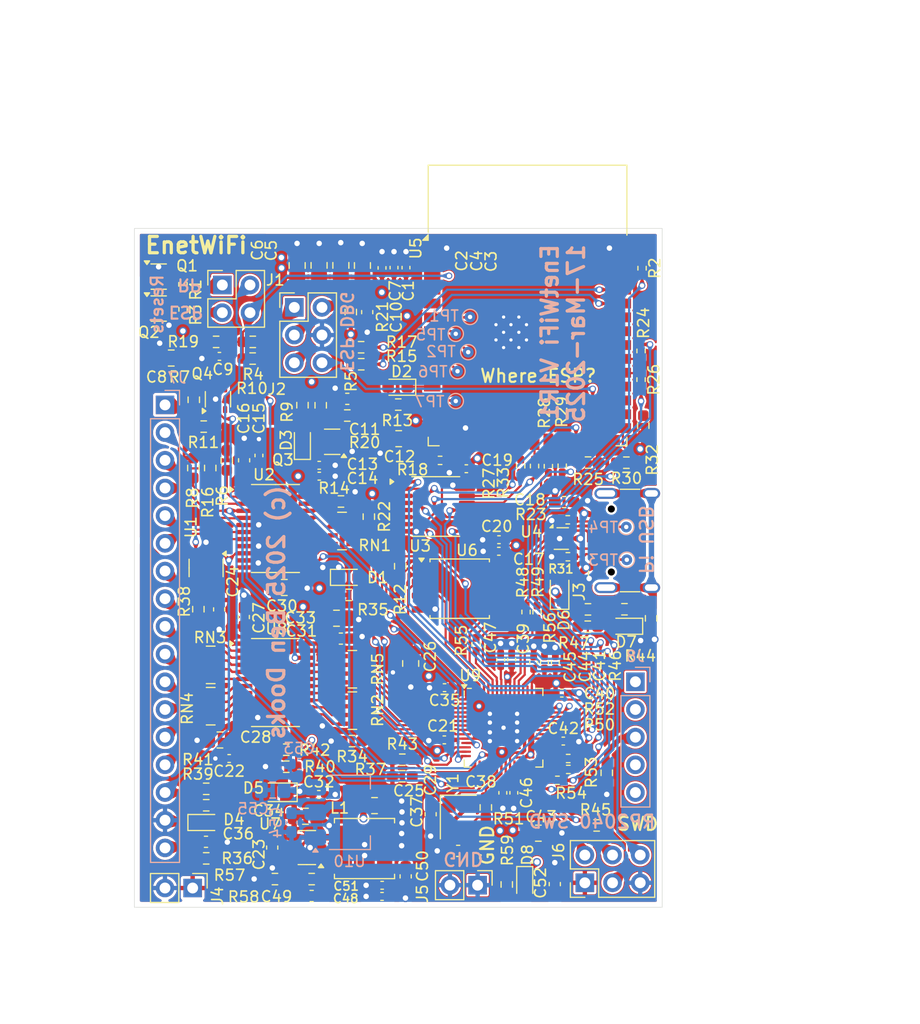
<source format=kicad_pcb>
(kicad_pcb (version 20241229) (generator "pcbnew") (generator_version "9.0")
  (layers (0 "F.Cu" signal) (4 "In1.Cu" signal) (6 "In2.Cu" signal) (2 "B.Cu" signal) (13 "F.Paste" user) (15 "B.Paste" user) (5 "F.SilkS" user "F.Silkscreen") (7 "B.SilkS" user "B.Silkscreen") (1 "F.Mask" user) (3 "B.Mask" user) (25 "Edge.Cuts" user))
  (net 0 "")
  (net 1 "VCCQ")
  (net 2 "GND")
  (net 3 "VCC")
  (net 4 "/~{IRQ}")
  (net 5 "/~{CS}")
  (net 6 "/D5")
  (net 7 "/D4")
  (net 8 "/DB6")
  (net 9 "/D0")
  (net 10 "/DB1")
  (net 11 "/D1")
  (net 12 "/DB3")
  (net 13 "/D7")
  (net 14 "/DB4")
  (net 15 "/D2")
  (net 16 "/DB0")
  (net 17 "/D6")
  (net 18 "/D3")
  (net 19 "/DB5")
  (net 20 "/DB7")
  (net 21 "/DB2")
  (net 23 "/~{RST}")
  (net 24 "/A0")
  (net 25 "/CLK")
  (net 26 "/A1")
  (net 27 "/R~{W}")
  (net 28 "Net-(D1-A)")
  (net 29 "/~{R}W")
  (net 30 "/RST")
  (net 31 "/rp2040/1V1")
  (net 32 "Net-(U9-XIN)")
  (net 33 "/D_IRQ")
  (net 34 "/rp2040/PI_QSCK")
  (net 35 "/rp2040/~{PI_QSS}")
  (net 36 "/rp2040/PI_GPIO2")
  (net 37 "/rp2040/PI_GPIO20")
  (net 38 "/rp2040/PI_QSD0")
  (net 39 "/rp2040/PI_GPIO1")
  (net 40 "/rp2040/PI_GPIO4")
  (net 41 "/rp2040/PI_GPIO5")
  (net 42 "/rp2040/PI_QSD1")
  (net 43 "/rp2040/PI_GPIO0")
  (net 44 "/rp2040/PI_SWD")
  (net 45 "/rp2040/PI_QSD2")
  (net 46 "/rp2040/PI_SWCLK")
  (net 47 "/rp2040/PI_GPIO6")
  (net 48 "/rp2040/PI_GPIO7")
  (net 49 "/rp2040/PI_GPIO3")
  (net 50 "/rp2040/PI_QSD3")
  (net 51 "/B~{CS}")
  (net 52 "Net-(J2-Pin_1)")
  (net 53 "/BR~{W}")
  (net 54 "/BA0")
  (net 55 "/BA1")
  (net 56 "/BCLK")
  (net 57 "/B~{RST}")
  (net 58 "/RD1")
  (net 59 "/RD2")
  (net 60 "/RD0")
  (net 61 "/RD3")
  (net 62 "/RD4")
  (net 63 "/RD7")
  (net 64 "/RD6")
  (net 65 "/RD5")
  (net 66 "/rp2040/~{RP_RST}")
  (net 67 "/rp2040/BPI_QSCK")
  (net 68 "/~{RST_PI}")
  (net 69 "Net-(D7-A)")
  (net 70 "Net-(J1-Pin_3)")
  (net 71 "/EC_GND")
  (net 72 "Net-(J1-Pin_1)")
  (net 74 "Net-(D2-A)")
  (net 75 "/~{RST_ESP}")
  (net 79 "/SW_SPRX")
  (net 80 "/esp32wroom/F_~{CS}")
  (net 82 "/rp2040/D_P")
  (net 83 "/esp32wroom/IO34")
  (net 84 "/esp32wroom/IO32")
  (net 85 "/esp32wroom/IO25")
  (net 86 "/esp32wroom/IO21")
  (net 87 "/esp32wroom/IO17")
  (net 88 "/esp32wroom/IO27")
  (net 89 "/esp32wroom/IO4")
  (net 90 "/esp32wroom/IO2")
  (net 91 "/esp32wroom/IO22")
  (net 92 "/esp32wroom/IO35")
  (net 93 "/esp32wroom/IO33")
  (net 94 "/VCC_ECONET")
  (net 95 "/I2C0_SDA")
  (net 96 "/PSPIO_RX")
  (net 97 "/PSPI1_~{CS}")
  (net 98 "/PSPIO_~{CS}")
  (net 99 "/PSPI1_RX")
  (net 100 "/I2C0_SCL")
  (net 101 "/PSPIO_CLK")
  (net 102 "/PSPI1_CLK")
  (net 103 "/PSPIO_TX")
  (net 104 "/HSPI_CLK")
  (net 105 "/HSPI_Q")
  (net 106 "/HSPI_D")
  (net 107 "/HSPI_~{CS}")
  (net 108 "/VSPI_CLK")
  (net 109 "/VSPI_Q")
  (net 110 "/VSPI_D")
  (net 111 "/VSPI_~{CS}")
  (net 112 "/rp2040/D_M")
  (net 113 "/rp2040/BOOTSEL")
  (net 114 "/PI_LED")
  (net 115 "Net-(Q1A-D)")
  (net 116 "Net-(Q2A-D)")
  (net 117 "/PI_GPIO21")
  (net 118 "/PI_GPIO22")
  (net 119 "/ESP_IO0")
  (net 120 "/PI_GPIO23")
  (net 121 "/ESP_SRX")
  (net 122 "/ESP_STX")
  (net 123 "/rp2040/PI_GPIO28")
  (net 124 "/XBA0")
  (net 125 "/XBA1")
  (net 126 "/XB~{CS}")
  (net 127 "/XBR~{W}")
  (net 128 "/ESP_LED")
  (net 129 "/VUSB_PI")
  (net 130 "/USBSocket/DET")
  (net 131 "/USBSocket/CC1")
  (net 132 "/USBSocket/USB_SHIELD")
  (net 133 "/USBSocket/CC2")
  (net 134 "/USBSocket/SBU1")
  (net 135 "/USBSocket/SBU2")
  (net 136 "VCOM")
  (net 138 "/esp32wroom/F_MISO")
  (net 139 "/PSU/DC_SW")
  (net 140 "/USB_D_P")
  (net 141 "/USB_D_N")
  (net 142 "/USBSocket/CD_P")
  (net 143 "/USBSocket/CD_N")
  (net 144 "/esp32wroom/F_MOSI")
  (net 145 "/esp32wroom/F_CLK")
  (net 146 "/SCC")
  (net 147 "/SI")
  (net 148 "/SQ")
  (net 149 "/S~{CS}")
  (net 150 "/C0B")
  (net 151 "/TX0B")
  (net 152 "/~{CS0B}")
  (net 153 "/esp32wroom/VCC_FLASH")
  (net 154 "/esp32wroom/ESP_TX")
  (net 155 "/esp32wroom/ESP_RX")
  (net 156 "Net-(D8-A)")
  (net 157 "Net-(U8-DIR)")
  (net 158 "Net-(U9-XOUT)")
  (net 160 "/BUF2_~{OE}")
  (net 161 "Net-(Q3A-G)")
  (net 162 "Net-(D3-A)")
  (net 163 "/BUF2_DIR")
  (net 164 "Net-(C37-Pad1)")
  (net 165 "Net-(U7-FB)")
  (net 166 "Net-(D3-K)")
  (net 167 "Net-(D4-A)")
  (net 168 "Net-(Q3B-S)")
  (net 169 "Net-(Q4A-D)")
  (footprint "Resistor_SMD:R_0603_1608Metric_Pad0.98x0.95mm_HandSolder" (layer "F.Cu") (at 115.86 107.88 180)
    (property "Reference" "R41")
    (property "Value" "100K")
  )
  (footprint "Capacitor_SMD:C_0402_1005Metric_Pad0.74x0.62mm_HandSolder" (layer "F.Cu") (at 143.09 108.2475 -90)
    (property "Reference" "C38")
    (property "Value" "100nF")
  )
  (footprint "Capacitor_SMD:C_0402_1005Metric_Pad0.74x0.62mm_HandSolder" (layer "F.Cu") (at 134.2 60.0675 90)
    (property "Reference" "C1")
    (property "Value" "100nF")
  )
  (footprint "Package_TO_SOT_SMD:SOT-23-5" (layer "F.Cu") (at 125.1 113.27 180)
    (property "Reference" "U7")
    (property "Value" "LP3201AB5")
  )
  (footprint "Capacitor_SMD:C_0603_1608Metric_Pad1.08x0.95mm_HandSolder" (layer "F.Cu") (at 119.34 77.74 90)
    (property "Reference" "C16")
    (property "Value" "100nF")
  )
  (footprint "Resistor_SMD:R_0603_1608Metric_Pad0.98x0.95mm_HandSolder" (layer "F.Cu") (at 130.79 82.91 -90)
    (property "Reference" "R22")
    (property "Value" "10K")
  )
  (footprint "Diode_SMD:D_SOD-323" (layer "F.Cu") (at 148.3 89.8 90)
    (property "Reference" "D6")
    (property "Value" "1N5819WS")
  )
  (footprint "Capacitor_SMD:C_0603_1608Metric_Pad1.08x0.95mm_HandSolder" (layer "F.Cu") (at 147.86 116.62 90)
    (property "Reference" "C52")
    (property "Value" "100nF")
  )
  (footprint "Resistor_SMD:R_0402_1005Metric_Pad0.72x0.64mm_HandSolder" (layer "F.Cu") (at 137.33 77.75 180)
    (property "Reference" "R18")
    (property "Value" "33R")
  )
  (footprint "Resistor_SMD:R_0603_1608Metric_Pad0.98x0.95mm_HandSolder" (layer "F.Cu") (at 128.23 81.52)
    (property "Reference" "R14")
    (property "Value" "10K")
  )
  (footprint "Resistor_SMD:R_0603_1608Metric_Pad0.98x0.95mm_HandSolder" (layer "F.Cu") (at 154.255807 91.407225)
    (property "Reference" "R44")
    (property "Value" "10K")
  )
  (footprint "Resistor_SMD:R_0603_1608Metric_Pad0.98x0.95mm_HandSolder" (layer "F.Cu") (at 123.2075 105.85 180)
    (property "Reference" "R40")
    (property "Value" "10K")
  )
  (footprint "Resistor_SMD:R_0603_1608Metric_Pad0.98x0.95mm_HandSolder" (layer "F.Cu") (at 130.09125 68.93)
    (property "Reference" "R15")
    (property "Value" "49R9")
  )
  (footprint "Resistor_SMD:R_Array_Concave_4x0603" (layer "F.Cu") (at 116.27 100.3 180)
    (property "Reference" "RN4")
    (property "Value" "RP_47R")
  )
  (footprint "Resistor_SMD:R_0603_1608Metric_Pad0.98x0.95mm_HandSolder" (layer "F.Cu") (at 150.885807 93.007225 180)
    (property "Reference" "R47")
    (property "Value" "1K")
  )
  (footprint "Resistor_SMD:R_0603_1608Metric_Pad0.98x0.95mm_HandSolder" (layer "F.Cu") (at 130.08125 67.37)
    (property "Reference" "R17")
    (property "Value" "49R9")
  )
  (footprint "Capacitor_SMD:C_0805_2012Metric_Pad1.18x1.45mm_HandSolder" (layer "F.Cu") (at 134.63 96.38 -90)
    (property "Reference" "C26")
    (property "Value" "10uF")
  )
  (footprint "Capacitor_SMD:C_0603_1608Metric_Pad1.08x0.95mm_HandSolder" (layer "F.Cu") (at 128.81 72.105 180)
    (property "Reference" "C11")
    (property "Value" "100nF")
  )
  (footprint "Capacitor_SMD:C_0805_2012Metric_Pad1.18x1.45mm_HandSolder" (layer "F.Cu") (at 112.65 68.36 180)
    (property "Reference" "C8")
    (property "Value" "10uF")
  )
  (footprint "Resistor_SMD:R_0402_1005Metric_Pad0.72x0.64mm_HandSolder" (layer "F.Cu") (at 146 78.27 -90)
    (property "Reference" "R33")
    (property "Value" "33R")
  )
  (footprint "Capacitor_SMD:C_0402_1005Metric_Pad0.74x0.62mm_HandSolder" (layer "F.Cu") (at 132.01 116.73 180)
    (property "Reference" "C51")
    (property "Value" "1uF")
  )
  (footprint "Resistor_SMD:R_0603_1608Metric_Pad0.98x0.95mm_HandSolder" (layer "F.Cu") (at 122.17 116.16 180)
    (property "Reference" "R58")
    (property "Value" "4K7")
  )
  (footprint "Resistor_SMD:R_0402_1005Metric_Pad0.72x0.64mm_HandSolder" (layer "F.Cu") (at 149.0625 86.59)
    (property "Reference" "R31")
    (property "Value" "5K1")
  )
  (footprint "Capacitor_SMD:C_0805_2012Metric_Pad1.18x1.45mm_HandSolder" (layer "F.Cu") (at 124.21 59.87 90)
    (property "Reference" "C6")
    (property "Value" "22uF")
  )
  (footprint "Resistor_SMD:R_0603_1608Metric_Pad0.98x0.95mm_HandSolder" (layer "F.Cu") (at 129.13125 64.14 90)
    (property "Reference" "R21")
    (property "Value" "0R/FB")
  )
  (footprint "Capacitor_SMD:C_0402_1005Metric_Pad0.74x0.62mm_HandSolder" (layer "F.Cu") (at 126.2325 78.2)
    (property "Reference" "C13")
    (property "Value" "1uF")
  )
  (footprint "Capacitor_SMD:C_0402_1005Metric_Pad0.74x0.62mm_HandSolder" (layer "F.Cu") (at 126.24 79.2)
    (property "Reference" "C14")
    (property "Value" "100nF")
  )
  (footprint "Capacitor_SMD:C_0402_1005Metric_Pad0.74x0.62mm_HandSolder" (layer "F.Cu") (at 144.1 108.245 -90)
    (property "Reference" "C46")
    (property "Value" "100nF")
  )
  (footprint "LED_SMD:LED_0603_1608Metric_Pad1.05x0.95mm_HandSolder" (layer "F.Cu") (at 115.84 110.97)
    (property "Reference" "D4")
    (property "Value" "LED_Small_Filled")
  )
  (footprint "Capacitor_SMD:C_0402_1005Metric_Pad0.74x0.62mm_HandSolder" (layer "F.Cu") (at 146.91 96.2875 90)
    (property "Reference" "C44")
    (property "Value" "1uF")
  )
  (footprint "Resistor_SMD:R_0402_1005Metric_Pad0.72x0.64mm_HandSolder" (layer "F.Cu") (at 155.87 60.12 -90)
    (property "Reference" "R2")
    (property "Value" "33R")
  )
  (footprint "Connector_USB:USB_C_Receptacle_HCTL_HC-TYPE-C-16P-01A" (layer "F.Cu") (at 155.655 85.1 90)
    (property "Reference" "J3")
    (property "Value" "USB_C_Receptacle_USB2.0_16P")
  )
  (footprint "Resistor_SMD:R_0603_1608Metric_Pad0.98x0.95mm_HandSolder" (layer "F.Cu") (at 133.8675 106.73)
    (property "Reference" "R37")
    (property "Value" "1K")
  )
  (footprint "Resistor_SMD:R_0603_1608Metric_Pad0.98x0.95mm_HandSolder" (layer "F.Cu") (at 117.75 77.75 -90)
    (property "Reference" "R6")
    (property "Value" "10K")
  )
  (footprint "Resistor_SMD:R_Array_Concave_4x0603" (layer "F.Cu") (at 116.27 96.51 180)
    (property "Reference" "RN3")
    (property "Value" "RP_47R")
  )
  (footprint "Package_TO_SOT_SMD:SOT-23-6" (layer "F.Cu") (at 115.85 87.6175 -90)
    (property "Reference" "U1")
    (property "Value" "SN74LVC2G14DBV")
  )
  (footprint "Capacitor_SMD:C_0402_1005Metric_Pad0.74x0.62mm_HandSolder" (layer "F.Cu") (at 137.72 103.39 180)
    (property "Reference" "C21")
    (property "Value" "100nF")
  )
  (footprint "Resistor_SMD:R_0603_1608Metric_Pad0.98x0.95mm_HandSolder" (layer "F.Cu") (at 128.94 90.09)
    (property "Reference" "R35")
    (property "Value" "560R")
  )
  (footprint "Resistor_SMD:R_0603_1608Metric_Pad0.98x0.95mm_HandSolder" (layer "F.Cu") (at 154.43 77.96 180)
    (property "Reference" "R30")
    (property "Value" "1K")
  )
  (footprint "Resistor_SMD:R_0603_1608Metric_Pad0.98x0.95mm_HandSolder" (layer "F.Cu") (at 155.98 74.56 90)
    (property "Reference" "R32")
    (property "Value" "10K")
  )
  (footprint "Capacitor_SMD:C_0402_1005Metric_Pad0.74x0.62mm_HandSolder" (layer "F.Cu") (at 142.89 96.04 90)
    (property "Reference" "C47")
    (property "Value" "100nF")
  )
  (footprint "Crystal:Crystal_SMD_Abracon_ABM8G-4Pin_3.2x2.5mm" (layer "F.Cu") (at 139.0025 110.4675 -90)
    (property "Reference" "Y1")
    (property "Value" "Crystal_GND24")
  )
  (footprint "Resistor_SMD:R_0603_1608Metric_Pad0.98x0.95mm_HandSolder" (layer "F.Cu") (at 141.53 109.59 -90)
    (property "Reference" "R51")
    (property "Value" "1K")
  )
  (footprint "LED_SMD:LED_0603_1608Metric_Pad1.05x0.95mm_HandSolder" (layer "F.Cu") (at 128.92625 88.47875)
    (property "Reference" "D1")
    (property "Value" "LED_Small_Filled")
  )
  (footprint "Resistor_SMD:R_0603_1608Metric_Pad0.98x0.95mm_HandSolder" (layer "F.Cu") (at 125.54 116.16 180)
    (property "Reference" "R57")
    (property "Value" "21K")
  )
  (footprint "Package_TO_SOT_SMD:SOT-363_SC-70-6" (layer "F.Cu") (at 116.94 72.14 90)
    (property "Reference" "Q4")
    (property "Value" "DMC3400SDW")
  )
  (footprint "Capacitor_SMD:C_0603_1608Metric_Pad1.08x0.95mm_HandSolder" (layer "F.Cu") (at 130.64 64.15 -90)
    (property "Reference" "C10")
    (property "Value" "100nF")
  )
  (footprint "Capacitor_SMD:C_0402_1005Metric_Pad0.74x0.62mm_HandSolder" (layer "F.Cu") (at 137.74 98.6 180)
    (property "Reference" "C35")
    (property "Value" "100nF")
  )
  (footprint "LED_SMD:LED_0603_1608Metric_Pad1.05x0.95mm_HandSolder" (layer "F.Cu") (at 133.435 71.04 180)
    (property "Reference" "D2")
    (property "Value" "LED_Small_Filled")
  )
  (footprint "Capacitor_SMD:C_0402_1005Metric_Pad0.74x0.62mm_HandSolder" (layer "F.Cu") (at 147.91 96.2775 90)
    (property "Reference" "C41")
    (property "Value" "100nF")
  )
  (footprint "Capacitor_SMD:C_0805_2012Metric_Pad1.18x1.45mm_HandSolder" (layer "F.Cu") (at 126.22 59.86 90)
    (property "Reference" "C5")
    (property "Value" "22uF")
  )
  (footprint "Capacitor_SMD:C_0402_1005Metric_Pad0.74x0.62mm_HandSolder" (layer "F.Cu") (at 142.735 85.025 180)
    (property "Reference" "C20")
    (property "Value" "1uF")
  )
  (footprint "Connector_PinHeader_2.54mm:PinHeader_1x02_P2.54mm_Vertical" (layer "F.Cu") (at 140.775 116.72 -90)
    (property "Reference" "J5")
    (property "Value" "Conn_01x02_Pin")
  )
  (footprint "Resistor_SMD:R_0603_1608Metric_Pad0.98x0.95mm_HandSolder" (layer "F.Cu") (at 156.7 92.24 -90)
    (property "Reference" "R46")
    (property "Value" "0R/FB")
  )
  (footprint "Capacitor_SMD:C_0805_2012Metric_Pad1.18x1.45mm_HandSolder" (layer "F.Cu") (at 124.97 110.4)
    (property "Reference" "C34")
    (property "Value" "10uF")
  )
  (footprint "Capacitor_SMD:C_0603_1608Metric_Pad1.08x0.95mm_HandSolder" (layer "F.Cu") (at 115.84 112.74)
    (property "Reference" "C36")
    (property "Value" "100nF")
  )
  (footprint "Package_SO:TSSOP-24_4.4x7.8mm_P0.65mm" (layer "F.Cu") (at 122.22 98.13)
    (property "Reference" "U8")
    (property "Value" "SN74AVC8T245PW")
  )
  (footprint "Resistor_SMD:R_0603_1608Metric_Pad0.98x0.95mm_HandSolder" (layer "F.Cu") (at 143.45 116.6525 -90)
    (property "Reference" "R59")
    (property "Value" "560R")
  )
  (footprint "Resistor_SMD:R_0402_1005Metric_Pad0.72x0.64mm_HandSolder" (layer "F.Cu") (at 145.22 91.66 -90)
    (property "Reference" "R48")
    (property "Value" "27R")
  )
  (footprint "Capacitor_SMD:C_0603_1608Metric_Pad1.08x0.95mm_HandSolder" (layer "F.Cu") (at 125.54 117.71 180)
    (property "Reference" "C49")
    (property "Value" "15pF")
  )
  (footprint "LED_SMD:LED_0603_1608Metric_Pad1.05x0.95mm_HandSolder" (layer "F.Cu") (at 124.69 76 90)
    (property "Reference" "D3")
    (property "Value" "LED_Small_Filled")
  )
  (footprint "Capacitor_SMD:C_0603_1608Metric_Pad1.08x0.95mm_HandSolder" (layer "F.Cu") (at 138.9875 113.5725 180)
    (property "Reference" "C37")
    (property "Value" "15pF")
  )
  (footprint "Resistor_SMD:R_0603_1608Metric_Pad0.98x0.95mm_HandSolder" (layer "F.Cu") (at 150.91 77.95 180)
    (property "Reference" "R25")
    (property "Value" "10K")
  )
  (footprint "Resistor_SMD:R_0603_1608Metric_Pad0.98x0.95mm_HandSolder" (layer "F.Cu") (at 133.49 72.63 180)
    (property "Reference" "R13")
    (property "Value" "560R")
  )
  (footprint "Resistor_SMD:R_0603_1608Metric_Pad0.98x0.95mm_HandSolder" (layer "F.Cu") (at 123.21 104.29)
    (property "Reference" "R42")
    (property "Value" "10K")
  )
  (footprint "Capacitor_SMD:C_0402_1005Metric_Pad0.74x0.62mm_HandSolder" (layer "F.Cu") (at 132 117.75 180)
    (property "Reference" "C48")
    (property "Value" "1uF")
  )
  (footprint "Resistor_SMD:R_0402_1005Metric_Pad0.72x0.64mm_HandSolder" (layer "F.Cu") (at 155.78 67.71 90)
    (property "Reference" "R24")
    (property "Value" "33R")
  )
  (footprint "Capacitor_SMD:C_0805_2012Metric_Pad1.18x1.45mm_HandSolder" (layer "F.Cu") (at 127.82 92.23)
    (property "Reference" "C33")
    (property "Value" "10uF")
  )
  (footprint "Resistor_SMD:R_0603_1608Metric_Pad0.98x0.95mm_HandSolder" (layer "F.Cu") (at 133.67 87.46 -90)
    (property "Reference" "R12")
    (property "Value" "1K")
  )
  (footprint "Resistor_SMD:R_0603_1608Metric_Pad0.98x0.95mm_HandSolder" (layer "F.Cu") (at 115.63 74.65 180)
    (property "Reference" "R11")
    (property "Value" "4K7")
  )
  (footprint "Inductor_SMD:L_APV_ANR5040" (layer "F.Cu") (at 130.39 113.36)
    (property "Reference" "L1")
    (property "Value" "3.3uH 3.6A (SWPA4030S3R3MT)")
  )
  (footprint "Resistor_SMD:R_0402_1005Metric_Pad0.72x0.64mm_HandSolder" (layer "F.Cu") (at 113.733849 63.895712 -90)
    (property "Reference" "R3")
    (property "Value" "33R")
  )
  (footprint "Resistor_SMD:R_Array_Concave_4x0603" (layer "F.Cu") (at 129.27 96.91 180)
    (property "Reference" "RN5")
    (property "Value" "RP_47R")
  )
  (footprint "Resistor_SMD:R_0402_1005Metric_Pad0.72x0.64mm_HandSolder" (layer "F.Cu") (at 140.64 94.63 -90)
    (property "Reference" "R55")
    (property "Value" "27R")
  )
  (footprint "Capacitor_SMD:C_0402_1005Metric_Pad0.74x0.62mm_HandSolder" (layer "F.Cu") (at 145.92 96.2975 90)
    (property "Reference" "C45")
    (property "Value" "1uF")
  )
  (footprint "Resistor_SMD:R_0402_1005Metric_Pad0.72x0.64mm_HandSolder" (layer "F.Cu") (at 148.1 107.1 180)
    (property "Reference" "R54")
    (property "Value" "33R")
  )
  (footprint "Capacitor_SMD:C_0402_1005Metric_Pad0.74x0.62mm_HandSolder" (layer "F.Cu") (at 148.64 103.5)
    (property "Reference" "C42")
    (property "Value" "100nF")
  )
  (footprint "Resistor_SMD:R_0603_1608Metric_Pad0.98x0.95mm_HandSolder" (layer "F.Cu") (at 120.1225 68.4075)
    (property "Reference" "R10")
    (property "Value" "1K")
  )
  (footprint "Resistor_SMD:R_0603_1608Metric_Pad0.98x0.95mm_HandSolder" (layer "F.Cu") (at 124.6975 72.685 -90)
    (property "Reference" "R9")
    (property "Value" "560R")
  )
  (footprint "Resistor_SMD:R_0603_1608Metric_Pad0.98x0.95mm_HandSolder" (layer "F.Cu") (at 120.135 66.8775 180)
    (property "Reference" "R4")
    (property "Value" "49R9")
  )
  (footprint "Package_TO_SOT_SMD:SOT-363_SC-70-6" (layer "F.Cu") (at 111.5 63.82)
    (property "Reference" "Q2")
    (property "Value" "DMC3400SDW")
  )
  (footprint "Resistor_SMD:R_0402_1005Metric_Pad0.72x0.64mm_HandSolder" (layer "F.Cu") (at 144.73 78.28 -90)
    (property "Reference" "R27")
    (property "Value" "33R")
  )
  (footprint "LED_SMD:LED_0603_1608Metric_Pad1.05x0.95mm_HandSolder" (layer "F.Cu") (at 154.265807 92.967225 180)
    (property "Reference" "D7")
    (property "Value" "LED_Small_Filled")
  )
  (footprint "Capacitor_SMD:C_0402_1005Metric_Pad0.74x0.62mm_HandSolder" (layer "F.Cu") (at 120.7 77.3 90)
    (property "Reference" "C15")
    (property "Value" "1uF")
  )
  (footprint "Capacitor_SMD:C_0603_1608Metric_Pad1.08x0.95mm_HandSolder" (layer "F.Cu") (at 148.72 81.57 180)
    (property "Reference" "C18")
    (property "Value" "100nF")
  )
  (footprint "Resistor_SMD:R_0402_1005Metric_Pad0.72x0.64mm_HandSolder" (layer "F.Cu") (at 147.27 78.29 -90)
    (property "Reference" "R28")
    (property "Value" "33R")
  )
  (footprint "Resistor_SMD:R_0603_1608Metric_Pad0.98x0.95mm_HandSolder" (layer "F.Cu") (at 133.86 105.21)
    (property "Reference" "R43")
    (property "Value" "1K")
  )
  (footprint "Capacitor_SMD:C_0402_1005Metric_Pad0.74x0.62mm_HandSolder" (layer "F.Cu") (at 143.9 96.02 90)
    (property "Reference" "C39")
    (property "Value" "100nF")
  )
  (footprint "Capacitor_SMD:C_0603_1608Metric_Pad1.08x0.95mm_HandSolder" (layer "F.Cu") (at 128.22 94.1)
    (property "Reference" "C31")
    (property "Value" "100nF")
  )
  (footprint "Capacitor_SMD:C_0603_1608Metric_Pad1.08x0.95mm_HandSolder" (layer "F.Cu") (at 121.92 113.27 -90)
    (property "Reference" "C23")
    (property "Value" "100nF")
  )
  (footprint "Connector_PinHeader_2.54mm:PinHeader_2x03_P2.54mm_Vertical" (layer "F.Cu") (at 123.94625 63.715)
    (property "Reference" "J2")
    (property "Value" "Conn_02x03_Odd_Even")
  )
  (footprint "Resistor_SMD:R_0603_1608Metric_Pad0.98x0.95mm_HandSolder" (layer "F.Cu") (at 115.86 114.26 180)
    (property "Reference" "R36")
    (property "Value" "0R/FB")
  )
  (footprint "Capacitor_SMD:C_0603_1608Metric_Pad1.08x0.95mm_HandSolder" (layer "F.Cu") (at 117.05 91.42 -90)
    (property "Reference" "C24")
    (property "Value" "100nF")
  )
  (footprint "LED_SMD:LED_0603_1608Metric_Pad1.05x0.95mm_HandSolder" (layer "F.Cu") (at 145.1 116.67 -90)
    (property "Reference" "D8")
    (property "Value" "LED_Small_Filled")
  )
  (footprint "Resistor_SMD:R_0603_1608Metric_Pad0.98x0.95mm_HandSolder" (layer "F.Cu") (at 114.68 78.45 -90)
    (property "Reference" "R8")
    (property "Value" "10K")
  )
  (footprint "Resistor_SMD:R_0603_1608Metric_Pad0.98x0.95mm_HandSolder" (layer "F.Cu") (at 129.25 103.5 180)
    (property "Reference" "R34")
    (property "Value" "4K7")
  )
  (footprint "Capacitor_SMD:C_0402_1005Metric_Pad0.74x0.62mm_HandSolder" (layer "F.Cu") (at 126.2 108.4)
    (property "Reference" "C32")
    (property "Value" "1uF")
  )
  (footprint "Resistor_SMD:R_Array_Concave_4x0603" (layer "F.Cu") (at 128.33 84.23 180)
    (property "Reference" "RN1")
    (property "Value" "RP_47R")
  )
  (footprint "Capacitor_SMD:C_0805_2012Metric_Pad1.18x1.45mm_HandSolder" (layer "F.Cu") (at 130.20125 59.8725 90)
    (property "Reference" "C4")
    (property "Value" "10uF")
  )
  (footprint "Resistor_SMD:R_0603_1608Metric_Pad0.98x0.95mm_HandSolder" (layer "F.Cu") (at 114.72 72.19 90)
    (property "Reference" "R7")
    (property "Value" "49R9")
  )
  (footprint "Capacitor_SMD:C_0402_1005Metric_Pad0.74x0.62mm_HandSolder" (layer "F.Cu") (at 117.0725 68.2075 180)
    (property "Reference" "C9")
    (property "Value" "1uF")
  )
  (footprint "Package_TO_SOT_SMD:SOT-363_SC-70-6" (layer "F.Cu") (at 127.42 76.045 180)
    (property "Reference" "Q3")
    (property "Value" "DMC3400SDW")
  )
  (footprint "Resistor_SMD:R_0402_1005Metric_Pad0.72x0.64mm_HandSolder" (layer "F.Cu") (at 149.09 105.1 180)
    (property "Reference" "R52")
    (property "Value" "33R")
  )
  (footprint "Resistor_SMD:R_Array_Concave_4x0603" (layer "F.Cu") (at 129.27 100.71 180)
    (property "Reference" "RN2")
    (property "Value" "RP_47R")
  )
  (footprint "Resistor_SMD:R_0603_1608Metric_Pad0.98x0.95mm_HandSolder" (layer "F.Cu") (at 152.63 106.41 -90)
    (property "Reference" "R53")
    (property "Value" "0R/FB")
  )
  (footprint "Capacitor_SMD:C_0805_2012Metric_Pad1.18x1.45mm_HandSolder" (layer "F.Cu") (at 146.35 111.95)
    (property "Reference" "C43")
    (property "Value" "10uF")
  )
  (footprint "Capacitor_SMD:C_0603_1608Metric_Pad1.08x0.95mm_HandSolder" (layer "F.Cu") (at 134.17 115.9125 -90)
    (property "Reference" "C50")
    (property "Value" "100nF")
  )
  (footprint "Capacitor_SMD:C_0402_1005Metric_Pad0.74x0.62mm_HandSolder" (layer "F.Cu") (at 139.74 78.515 180)
    (property "Reference" "C19")
    (property "Value" "100nF")
  )
  (footprint "Capacitor_SMD:C_0805_2012Metric_Pad1.18x1.45mm_HandSolder" (layer "F.Cu") (at 133.53 75.76 180)
    (property "Reference" "C12")
    (property "Value" "10uF")
  )
  (footprint "Package_SO:SOIC-8_5.23x5.23mm_P1.27mm" (layer "F.Cu") (at 139.13 89.52)
    (property "Reference" "U6")
    (property "Value" "W25Q128JVS")
  )
  (footprint "Capacitor_SMD:C_0805_2012Metric_Pad1.18x1.45mm_HandSolder" (layer "F.Cu") (at 131.3125 109.42 180)
    (property "Reference" "C25")
    (property "Value" "10uF")
  )
  (footprint "Resistor_SMD:R_0402_1005Metric_Pad0.72x0.64mm_HandSolder" (layer "F.Cu") (at 148.54 78.25 -90)
    (property "Reference" "R29")
    (property "Value" "33R")
  )
  (footprint "Resistor_SMD:R_0603_1608Metric_Pad0.98x0.95mm_HandSolder" (layer "F.Cu") (at 150.905807 91.417225)
    (property "Reference" "R56")
    (property "Value" "4K7")
  )
  (footprint "Resistor_SMD:R_0603_1608Metric_Pad0.98x0.95mm_HandSolder" (layer "F.Cu") (at 128.81 73.635 180)
    (property "Reference" "R20")
    (property "Value" "10K")
  )
  (footprint "Capacitor_SMD:C_0402_1005Metric_Pad0.74x0.62mm_HandSolder" (layer "F.Cu") (at 148.5 99.1)
    (property "Reference" "C40")
    (property "Value" "100nF")
  )
  (footprint "Connector_PinHeader_2.54mm:PinHeader_1x02_P2.54mm_Vertical" (layer "F.Cu") (at 114.615 116.98 -90)
    (property "Reference" "J4")
    (property "Value" "Conn_01x02_Pin")
  )
  (footprint "Capacitor_SMD:C_0402_1005Metric_Pad0.74x0.62mm_HandSolder" (layer "F.Cu") (at 132 60.0925 90)
    (property "Reference" "C3")
    (property "Value" "1uF")
  )
  (footprint "Resistor_SMD:R_0603_1608Metric_Pad0.98x0.95mm_HandSolder" (layer "F.Cu") (at 116.77 66.8775)
    (property "Reference" "R19")
    (property "Value" "10K")
  )
  (footprint "Resistor_SMD:R_0402_1005Metric_Pad0.72x0.64mm_HandSolder" (layer "F.Cu") (at 149.1 106.1 180)
    (property "Reference" "R50")
    (property "Value" "33R")
  )
  (footprint "Capacitor_SMD:C_0805_2012Metric_Pad1.18x1.45mm_HandSolder" (layer "F.Cu") (at 128.22125 59.86 90)
    (property "Reference" "C2")
    (property "Value" "10uF")
  )
  (footprint "Resistor_SMD:R_0402_1005Metric_Pad0.72x0.64mm_HandSolder" (layer "F.Cu") (at 146.23 91.6675 -90)
    (property "Reference" "R49")
    (property "Value" "27R")
  )
  (footprint "Package_TO_SOT_SMD:SOT-666" (layer "F.Cu") (at 148.46 84.92)
    (property "Reference" "U4")
    (property "Value" "USBLC6-2P6")
  )
  (footprint "RF_Module:ESP32-WROOM-32D" (layer "F.Cu") (at 145.36 66.53)
    (property "Reference" "U5")
    (property "Value" "ESP32-WROOM-32E-R2")
  )
  (footprint "Resistor_SMD:R_0402_1005Metric_Pad0.72x0.64mm_HandSolder" (layer "F.Cu") (at 149.05 83.2)
    (property "Reference" "R23")
    (property "Value" "5K1")
  )
  (footprint "Capacitor_SMD:C_0603_1608Metric_Pad1.08x0.95mm_HandSolder" (layer "F.Cu") (at 119.31 92.12 90)
    (property "Reference" "C27")
    (property "Value" "100nF")
  )
  (footprint "Resistor_SMD:R_0603_1608Metric_Pad0.98x0.95mm_HandSolder" (layer "F.Cu") (at 116.23 78.45 -90)
    (property "Reference" "R16")
    (property "Value" "100K")
  )
  (footprint "Capacitor_SMD:C_0402_1005Metric_Pad0.74x0.62mm_HandSolder" (layer "F.Cu") (at 133.1 60.0675 90)
    (property "Reference" "C7")
    (property "Value" "100nF")
  )
  (footprint "Package_SO:TSSOP-16_4.4x5mm_P0.65mm" (layer "F.Cu") (at 136.93 81.98)
    (property "Reference" "U3")
    (property "Value" "74CBTLV3257")
  )
  (footprint "Resistor_SMD:R_0603_1608Metric_Pad0.98x0.95mm_HandSolder" (layer "F.Cu") (at 115.14 91.4 -90)
    (property "Reference" "R38")
    (property "Value" "560R")
  )
  (footprint "Capacitor_SMD:C_0805_2012Metric_Pad1.18x1.45mm_HandSolder" (layer "F.Cu") (at 117.1225 103.4 180)
    (property "Reference" "C28")
    (property "Value" "10uF")
  )
  (footprint "Resistor_SMD:R_0603_1608Metric_Pad0.98x0.95mm_HandSolder" (layer "F.Cu") (at 115.86 109.39)
    (property "Reference" "R39")
    (property "Value" "1K")
  )
  (footprint "Resistor_SMD:R_0603_1608Metric_Pad0.98x0.95mm_HandSolder" (layer "F.Cu") (at 151.7 111.24 180)
    (property "Reference" "R45")
    (property "Value" "49R9")
  )
  (footprint "Package_SO:TSSOP-24_4.4x7.8mm_P0.65mm" (layer "F.Cu") (at 122.22 84)
    (property "Reference" "U2")
    (property "Value" "SN74AVC8T245PW")
  )
  (footprint "Resistor_SMD:R_0402_1005Metric_Pad0.72x0.64mm_HandSolder" (layer "F.Cu") (at 155.78 70.34 -90)
    (property "Reference" "R26")
    (property "Value" "33R")
  )
  (footprint "Connector_PinHeader_2.54mm:PinHeader_2x02_P2.54mm_Vertical" (layer "F.Cu") (at 117.34 61.66)
    (property "Reference" "J1")
    (property "Value" "Conn_02x02_Odd_Even")
  )
  (footprint "Capacitor_SMD:C_0402_1005Metric_Pad0.74x0.62mm_HandSolder" (layer "F.Cu") (at 142.7225 86.09 180)
    (property "Reference" "C17")
    (property "Value" "100nF")
  )
  (footprint "Capacitor_SMD:C_0603_1608Metric_Pad1.08x0.95mm_HandSolder" (layer "F.Cu") (at 136.46 110.21 -90)
    (property "Reference" "C29")
    (property "Value" "15pF")
  )
  (footprint "Diode_SMD:D_SOD-323" (layer "F.Cu") (at 122.6 108.2 180)
    (property "Reference" "D5")
    (property "Value" "1N5819WS")
  )
  (footprint "Resistor_SMD:R_0603_1608Metric_Pad0.98x0.95mm_HandSolder" (layer "F.Cu") (at 126.37 72.695 90)
    (property "Reference" "R5")
    (property "Value" "560R")
  )
  (footprint "Resistor_SMD:R_0402_1005Metric_Pad0.72x0.64mm_HandSolder" (layer "F.Cu") (at 113.723849 61.6 -90)
    (property "Reference" "R1")
    (property "Value" "33R")
  )
  (footprint "Connector_PinHeader_2.54mm:PinHeader_2x03_P2.54mm_Vertical" (layer "F.Cu") (at 150.62 116.5 90)
    (property "Reference" "J6")
    (property "Value" "Conn_02x03_Odd_Even")
  )
  (footprint "Capacitor_SMD:C_0805_2012Metric_Pad1.18x1.45mm_HandSolder" (layer "F.Cu") (at 123.03 89.41)
    (property "Reference" "C30")
    (property "Value" "10uF")
  )
  (footprint "Package_TO_SOT_SMD:SOT-363_SC-70-6" (layer "F.Cu") (at 111.5 60.89)
    (property "Reference" "Q1")
    (property "Value" "DMC3400SDW")
  )
  (footprint "Package_DFN_QFN:QFN-56-1EP_7x7mm_P0.4mm_EP3.2x3.2mm" (layer "F.Cu") (at 143.155 102.275)
    (property "Reference" "U9")
    (property "Value" "RP2040")
  )
  (footprint "Capacitor_SMD:C_0402_1005Metric_Pad0.74x0.62mm_HandSolder" (layer "F.Cu") (at 117.9675 105.1 180)
    (property "Reference" "C22")
    (property "Value" "1uF")
  )
  (footprint "TestPoint:TestPoint_Pad_D1.0mm" (layer "B.Cu") (at 138.93 69.57)
    (property "Reference" "TP6")
    (property "Value" "TestPoint")
  )
  (footprint "TestPoint:TestPoint_Pad_D1.0mm" (layer "B.Cu") (at 140.08 64.59)
    (property "Reference" "TP1")
    (property "Value" "TestPoint")
  )
  (footprint "TestPoint:TestPoint_Pad_D1.0mm" (layer "B.Cu") (at 154.47 86.87)
    (property "Reference" "TP3")
    (property "Value" "TestPoint")
  )
  (footprint "Capacitor_SMD:C_0603_1608Metric_Pad1.08x0.95mm_HandSolder" (layer "B.Cu") (at 124.4 105.6 180)
    (property "Reference" "C53")
    (property "Value" "100nF")
  )
  (footprint "Connector_PinHeader_2.54mm:PinHeader_1x05_P2.54mm_Vertical" (layer "B.Cu") (at 155.26 98.06 180)
    (property "Reference" "J8")
    (property "Value" "Conn_01x05_Pin")
  )
  (footprint "Capacitor_SMD:C_0603_1608Metric_Pad1.08x0.95mm_HandSolder" (layer "B.Cu") (at 123.69 110.98 -90)
    (property "Reference" "C54")
    (property "Value" "100nF")
  )
  (footprint "TestPoint:TestPoint_Pad_D1.0mm" (layer "B.Cu") (at 138.77 66.14)
    (property "Reference" "TP5")
    (property "Value" "TestPoint")
  )
  (footprint "TestPoint:TestPoint_Pad_D1.0mm" (layer "B.Cu") (at 138.77 72.31)
    (property "Reference" "TP7")
    (property "Value" "TestPoint")
  )
  (footprint "Package_TO_SOT_SMD:SOT-223-3_TabPin2" (layer "B.Cu") (at 129.02 110.04)
    (property "Reference" "U10")
    (property "Value" "AMS1117-3.3")
  )
  (footprint "Capacitor_SMD:C_0805_2012Metric_Pad1.18x1.45mm_HandSolder" (layer "B.Cu") (at 121.96 107.99 180)
    (property "Reference" "C55")
    (property "Value" "10uF")
  )
  (footprint "TestPoint:TestPoint_Pad_D1.0mm" (layer "B.Cu") (at 154.42 83.86)
    (property "Reference" "TP4")
    (property "Value" "TestPoint")
  )
  (footprint "TestPoint:TestPoint_Pad_D1.0mm" (layer "B.Cu") (at 139.91 67.82 90)
    (property "Reference" "TP2")
    (property "Value" "TestPoint")
  )
  (footprint "Connector_PinHeader_2.54mm:PinHeader_1x17_P2.54mm_Vertical" (layer "B.Cu") (at 112.08 72.66 180)
    (property "Reference" "J7")
    (property "Value" "Conn_01x17_Pin")
  )
  (gr_rect (start 109.27 56.47) (end 157.72 118.75) (stroke (width 0.05)) (fill no) (layer "Edge.Cuts"))
  (gr_text "SWD" (at 153.49 111.8 0) (layer "F.SilkS") (effects (font (size 1.2 1.2) (thickness 0.2) (bold yes)) (justify left bottom)))
  (gr_text "EnetWiFi" (at 110.1 58.9 0) (layer "F.SilkS") (effects (font (size 1.5 1.5) (thickness 0.3) (bold yes)) (justify left bottom)))
  (gr_text "GND\n" (at 142.36 115.01 90) (layer "F.SilkS") (effects (font (size 1.2 1.2) (thickness 0.2) (bold yes)) (justify left bottom)))
  (gr_text "Where ESP?" (at 140.9 70.7 0) (layer "F.SilkS") (effects (font (size 1.2 1.2) (thickness 0.2) (bold yes)) (justify left bottom)))
  (gr_text "RP2040 SWD" (at 157.2 111.6 0) (layer "B.SilkS") (effects (font (size 1.2 1.2) (thickness 0.2) (bold yes)) (justify left bottom mirror)))
  (gr_text "ESP DBG" (at 128.1 69.7 270) (layer "B.SilkS") (effects (font (size 1.1 1.1) (thickness 0.2) (bold yes)) (justify left bottom mirror)))
  (gr_text "RP" (at 113.1 61 180) (layer "B.SilkS") (effects (font (size 1.1 1.1) (thickness 0.2) (bold yes)) (justify left bottom mirror)))
  (gr_text "Resets\n" (at 112 60.6 90) (layer "B.SilkS") (effects (font (size 1.1 1.1) (thickness 0.2) (bold yes)) (justify left bottom mirror)))
  (gr_text "GND\n" (at 137.5 113.6 180) (layer "B.SilkS") (effects (font (size 1.2 1.2) (thickness 0.2) (bold yes)) (justify left bottom mirror)))
  (gr_text "(c) 2025 Ben Dooks" (at 123.18 79.9 90) (layer "B.SilkS") (effects (font (size 1.5 1.5) (thickness 0.3) (bold yes)) (justify left bottom mirror)))
  (gr_text "ESP\n" (at 112.3 63.5 180) (layer "B.SilkS") (effects (font (size 1.1 1.1) (thickness 0.2) (bold yes)) (justify left bottom mirror)))
  (gr_text "EnetWiFi V1R1\n17-Mar-2025\n" (at 150.7 57.77 90) (layer "B.SilkS") (effects (font (size 1.5 1.5) (thickness 0.3) (bold yes)) (justify left bottom mirror)))
  (gr_text "Pi USB" (at 155.5 88.3 270) (layer "B.SilkS") (effects (font (size 1.2 1.2) (thickness 0.2) (bold yes)) (justify left bottom mirror)))
  (segment (start 126.22 57.855) (end 126.23 57.845002) (width 0.4) (layer "F.Cu") (net 2))
  (segment (start 131.4325 117.75) (end 130.54 117.75) (width 0.4) (layer "F.Cu") (net 2))
  (segment (start 126.31 110.4) (end 127.15 111.24) (width 0.4) (layer "F.Cu") (net 2))
  (segment (start 142.155 105.7125) (end 142.155 103.755) (width 0.22) (layer "F.Cu") (net 2))
  (segment (start 127.9975 72.155) (end 127.9475 72.105) (width 0.4) (layer "F.Cu") (net 2))
  (segment (start 138.125 113.5725) (end 137.0675 113.5725) (width 0.4) (layer "F.Cu") (net 2))
  (segment (start 117.77 112.74) (end 117.8 112.77) (width 0.4) (layer "F.Cu") (net 2))
  (segment (start 143.9 95.4525) (end 143.9 94.55) (width 0.4) (layer "F.Cu") (net 2))
  (segment (start 117.05 92.2825) (end 117.05 92.82) (width 0.4) (layer "F.Cu") (net 2))
  (segment (start 125.0825 87.575) (end 126.555 87.575) (width 0.4) (layer "F.Cu") (net 2))
  (segment (start 120.219994 101.71) (end 120.589997 101.339997) (width 0.4) (layer "F.Cu") (net 2))
  (segment (start 152.883844 58.265982) (end 152.873844 58.275982) (width 0.4) (layer "F.Cu") (net 2))
  (segment (start 115.85 86.48) (end 115.85 85.27) (width 0.4) (layer "F.Cu") (net 2))
  (segment (start 127.9475 71.374985) (end 127.697515 71.125) (width 0.4) (layer "F.Cu") (net 2))
  (segment (start 127.7 78.2) (end 126.8 78.2) (width 0.4) (layer "F.Cu") (net 2))
  (segment (start 120.7 76.7325) (end 120.7 75.8) (width 0.4) (layer "F.Cu") (net 2))
  (segment (start 137.1725 98.6) (end 136.37 98.6) (width 0.4) (layer "F.Cu") (net 2))
  (segment (start 136.46 111.0725) (end 137.6575 111.0725) (width 0.4) (layer "F.Cu") (net 2))
  (segment (start 116.085 103.4) (end 115.0525 103.4) (width 0.4) (layer "F.Cu") (net 2))
  (segment (start 126.0075 110.4) (end 126.31 110.4) (width 0.4) (layer "F.Cu") (net 2))
  (segment (start 134.2 59.5) (end 134.2 58.6) (width 0.4) (layer "F.Cu") (net 2))
  (segment (start 142.12 85.035) (end 141.2375 85.035) (width 0.4) (layer "F.Cu") (net 2))
  (segment (start 137.6575 111.0725) (end 138.1525 111.5675) (width 0.4) (layer "F.Cu") (net 2))
  (segment (start 138.545 78.515) (end 138.18 78.88) (width 0.4) (layer "F.Cu") (net 2))
  (segment (start 132 59.525) (end 132 58.6) (width 0.4) (layer "F.Cu") (net 2))
  (segment (start 125.085 101.71) (end 126.12 101.71) (width 0.4) (layer "F.Cu") (net 2))
  (segment (start 139.653844 76.025982) (end 139.653844 74.785982) (width 0.4) (layer "F.Cu") (net 2))
  (segment (start 134.63 97.4175) (end 134.63 98.53) (width 0.4) (layer "F.Cu") (net 2))
  (segment (start 147.86 115.7575) (end 147.86 114.65) (width 0.4) (layer "F.Cu") (net 2))
  (segment (start 116.35 72.5) (end 116.72 72.13) (width 0.4) (layer "F.Cu") (net 2))
  (segment (start 119.31 91.2575) (end 119.31 90.12) (width 0.4) (layer "F.Cu") (net 2))
  (segment (start 116.505 68.2075) (end 115.6525 68.2075) (width 0.4) (layer "F.Cu") (net 2))
  (segment (start 136.613844 58.265982) (end 137.923844 58.265982) (width 0.4) (layer "F.Cu") (net 2))
  (segment (start 147.91 95.71) (end 147.91 94.941997) (width 0.4) (layer "F.Cu") (net 2))
  (segment (start 119.34 75.73) (end 119.35 75.72) (width 0.4) (layer "F.Cu") (net 2))
  (segment (start 129.0825 94.1) (end 129.98 94.1) (width 0.4) (layer "F.Cu") (net 2))
  (segment (start 120.665 83.675) (end 120.68 83.66) (width 0.4) (layer "F.Cu") (net 2))
  (segment (start 143.9 94.55) (end 143.91 94.54) (width 0.4) (layer "F.Cu") (net 2))
  (segment (start 137.923844 58.265982) (end 137.933844 58.275982) (width 0.4) (layer "F.Cu") (net 2))
  (segment (start 145.92 94.805) (end 145.93 94.795) (width 0.4) (layer "F.Cu") (net 2))
  (segment (start 129.1425 81.52) (end 129.1425 81.0175) (width 0.4) (layer "F.Cu") (net 2))
  (segment (start 138.1525 111.22) (end 139.8525 109.52) (width 0.4) (layer "F.Cu") (net 2))
  (segment (start 114.965 110.97) (end 114.935 110.94) (width 0.4) (layer "F.Cu") (net 2))
  (segment (start 122.295 105.85) (end 121.31 105.85) (width 0.4) (layer "F.Cu") (net 2))
  (segment (start 149.1675 99.1) (end 150.1 99.1) (width 0.4) (layer "F.Cu") (net 2))
  (segment (start 151.91 81.9) (end 151.610001 81.600001) (width 0.4) (layer "F.Cu") (net 2))
  (segment (start 146.91 94.81) (end 146.9 94.8) (width 0.4) (layer "F.Cu") (net 2))
  (segment (start 146.91 95.72) (end 146.91 94.81) (width 0.4) (layer "F.Cu") (net 2))
  (segment (start 155.140807 92.967225) (end 155.140807 93.680807) (width 0.4) (layer "F.Cu") (net 2))
  (segment (start 134.17 117.9475) (end 134.19 117.9675) (width 0.4) (layer "F.Cu") (net 2))
  (segment (start 133.1 58.6) (end 133.1 59.5) (width 0.4) (layer "F.Cu") (net 2))
  (segment (start 121.2575 116.16) (end 120.27 116.16) (width 0.4) (layer "F.Cu") (net 2))
  (segment (start 139.7925 80.355) (end 138.83 80.355) (width 0.4) (layer "F.Cu") (net 2))
  (segment (start 110.55 60.24) (end 111.24 60.24) (width 0.4) (layer "F.Cu") (net 2))
  (segment (start 132.4925 75.76) (end 131.83 76.4225) (width 0.4) (layer "F.Cu") (net 2))
  (segment (start 116.29 73.09) (end 116.35 73.03) (width 0.4) (layer "F.Cu") (net 2))
  (segment (start 136.835 91.425) (end 136.87 91.39) (width 0.4) (layer "F.Cu") (net 2))
  (segment (start 126.8075 79.2) (end 127.175 79.2) (width 0.4) (layer "F.Cu") (net 2))
  (segment (start 126.8075 79.195) (end 126.8075 79.2) (width 0.4) (layer "F.Cu") (net 2))
  (segment (start 120.27 116.16) (end 120.26 116.15) (width 0.4) (layer "F.Cu") (net 2))
  (segment (start 147.8575 81.57) (end 147.8575 80.5725) (width 0.4) (layer "F.Cu") (net 2))
  (segment (start 137.0675 113.5725) (end 137.0575 113.5625) (width 0.4) (layer "F.Cu") (net 2))
  (segment (start 112.45 60.89) (end 111.5 60.89) (width 0.4) (layer "F.Cu") (net 2))
  (segment (start 129.98 94.1) (end 130.17 93.91) (width 0.4) (layer "F.Cu") (net 2))
  (segment (start 139.653844 74.785982) (end 139.663844 74.775982) (width 0.4) (layer "F.Cu") (net 2))
  (segment (start 129.03 76.695) (end 129.26 76.925) (width 0.4) (layer "F.Cu") (net 2))
  (segment (start 119.3575 87.575) (end 120.225 87.575) (width 0.4) (layer "F.Cu") (net 2))
  (segment (start 119.3575 85.625) (end 120.655 85.625) (width 0.4) (layer "F.Cu") (net 2))
  (segment (start 128.3375 103.5) (end 127.33 103.5) (width 0.4) (layer "F.Cu") (net 2))
  (segment (start 129.1425 81.0175) (end 129.53 80.63) (width 0.4) (layer "F.Cu") (net 2))
  (segment (start 116.94 71.19) (end 117.59 71.19) (width 0.4) (layer "F.Cu") (net 2))
  (segment (start 112 63.82) (end 111.5 63.32) (width 0.4) (layer "F.Cu") (net 2))
  (segment (start 149.2075 103.5) (end 150.016234 103.5) (width 0.4) (layer "F.Cu") (net 2))
  (segment (start 135.125 84.255) (end 135.15 84.28) (width 0.4) (layer "F.Cu") (net 2))
  (segment (start 131.4425 116.73) (end 130.54 116.73) (width 0.4) (layer "F.Cu") (net 2))
  (segment (start 128.8575 92.23) (end 129.74 92.23) (width 0.4) (layer "F.Cu") (net 2))
  (segment (start 128.37 76.695) (end 129.03 76.695) (width 0.4) (layer "F.Cu") (net 2))
  (segment (start 134.63 98.53) (end 134.64 98.54) (width 0.4) (layer "F.Cu") (net 2))
  (segment (start 112.45 65.34) (end 112.44 65.35) (width 0.4) (layer "F.Cu") (net 2))
  (segment (start 138.83 80.355) (end 138.5 80.025) (width 0.4) (layer "F.Cu") (net 2))
  (segment (start 144.1 109.6575) (end 144.08 109.6775) (width 0.4) (layer "F.Cu") (net 2))
  (segment (start 124.21 57.855) (end 124.2 57.845) (width 0.4) (layer "F.Cu") (net 2))
  (segment (start 150.016234 103.5) (end 150.066234 103.55) (width 0.4) (layer "F.Cu") (net 2))
  (segment (start 151.91 88.3) (end 151.3 88.3) (width 0.4) (layer "F.Cu") (net 2))
  (segment (start 128.22125 57.785) (end 128.21125 57.775) (width 0.4) (layer "F.Cu") (net 2))
  (segment (start 121.92 115.13) (end 121.93 115.14) (width 0.4) (layer "F.Cu") (net 2))
  (segment (start 155.140807 91.434725) (end 155.168307 91.407225) (width 0.4) (layer "F.Cu") (net 2))
  (segment (start 136.29 103.455) (end 136.355 103.39) (width 0.4) (layer "F.Cu") (net 2))
  (segment (start 128.05125 88.47875) (end 128.05125 87.58125) (width 0.4) (layer "F.Cu") (net 2))
  (segment (start 119.34 76.8775) (end 119.34 75.73) (width 0.4) (layer "F.Cu") (net 2))
  (segment (start 112.45 63.82) (end 112 63.82) (width 0.4) (layer "F.Cu") (net 2))
  (segment (start 147.91 94.941997) (end 147.885 94.916997) (width 0.4) (layer "F.Cu") (net 2))
  (segment (start 130.275 109.42) (end 130.275 110.575) (width 0.4) (layer "F.Cu") (net 2))
  (segment (start 117.4 105.1) (end 116.7 105.1) (width 0.4) (layer "F.Cu") (net 2))
  (segment (start 128.22125 58.8225) (end 128.22125 57.785) (width 0.4) (layer "F.Cu") (net 2))
  (segment (start 111.24 60.24) (end 111.49 59.99) (width 0.4) (layer "F.Cu") (net 2))
  (segment (start 117 71.25) (end 117 71.85) (width 0.4) (layer "F.Cu") (net 2))
  (segment (start 139.8525 109.52) (end 139.8525 109.3675) (width 0.4) (layer "F.Cu") (net 2))
  (segment (start 156.98 94.14) (end 157.01 94.17) (width 0.4) (layer "F.Cu") (net 2))
  (segment (start 141.86 86.09) (end 141.285 86.09) (width 0.4) (layer "F.Cu") (net 2))
  (segment (start 152.63 107.3225) (end 152.63 108.39) (width 0.4) (layer "F.Cu") (net 2))
  (segment (start 125.4 113.27) (end 126.2375 113.27) (width 0.4) (layer "F.Cu") (net 2))
  (segment (start 142.89 94.55) (end 142.88 94.54) (width 0.4) (layer "F.Cu") (net 2))
  (segment (start 144.1 108.8125) (end 144.1 109.6575) (width 0.4) (layer "F.Cu") (net 2))
  (segment (start 136.37 98.6) (end 136.36 98.61) (width 0.4) (layer "F.Cu") (net 2))
  (segment (start 148.15 86.59) (end 147.5625 86.59) (width 0.4) (layer "F.Cu") (net 2))
  (segment (start 155.140807 92.967225) (end 155.140807 91.434725) (width 0.4) (layer "F.Cu") (net 2))
  (segment (start 131.83 76.4225) (end 131.83 77.09) (width 0.4) (layer "F.Cu") (net 2))
  (segment (start 127.9475 72.105) (end 127.9475 71.374985) (width 0.4) (layer "F.Cu") (net 2))
  (segment (start 111.59 68.3375) (end 111.6125 68.36) (width 0.4) (layer "F.Cu") (net 2))
  (segment (start 151.610001 81.600001) (end 151.027578 81.600001) (width 0.4) (layer "F.Cu") (net 2))
  (segment (start 130.20125 58.835) (end 130.20125 57.775) (width 0.4) (layer "F.Cu") (net 2))
  (segment (start 125.07 89.41) (end 125.13 89.47) (width 0.4) (layer "F.Cu") (net 2))
  (segment (start 154.113844 58.265982) (end 152.883844 58.265982) (width 0.4) (layer "F.Cu") (net 2))
  (segment (start 110.55 63.17) (end 111.35 63.17) (width 0.4) (layer "F.Cu") (net 2))
  (segment (start 136.46 112.22) (end 136.46 111.0725) (width 0.4) (layer "F.Cu") (net 2))
  (segment (start 126.555 87.575) (end 126.56 87.57) (width 0.4) (layer "F.Cu") (net 2))
  (segment (start 120.655 85.625) (end 120.67 85.61) (width 0.4) (layer "F.Cu") (net 2))
  (segment (start 112.45 60.89) (end 112.45 61.54) (width 0.4) (layer "F.Cu") (net 2))
  (segment (start 115.85 85.27) (end 115.84 85.26) (width 0.4) (layer "F.Cu") (net 2))
  (segment (start 124.21 58.8325) (end 124.21 57.855) (width 0.4) (layer "F.Cu") (net 2))
  (segment (start 127.175 79.2) (end 127.7 79.2) (width 0.4) (layer "F.Cu") (net 2))
  (segment (start 120.31 101.06) (end 120.589997 101.339997) (width 0.4) (layer "F.Cu") (net 2))
  (segment (start 112.45 64.47) (end 112.45 65.34) (width 0.4) (layer "F.Cu") (net 2))
  (segment (start 121.92 114.1325) (end 121.92 115.13) (width 0.4) (layer "F.Cu") (net 2))
  (segment (start 111.59 67) (end 111.59 68.3375) (width 0.4) (layer "F.Cu") (net 2))
  (segment (start 147.3875 111.95) (end 148.49 111.95) (width 0.4) (layer "F.Cu") (net 2))
  (segment (start 116.7025 112.74) (end 117.77 112.74) (width 0.4) (layer "F.Cu") (net 2))
  (segment (start 129.74 92.23) (end 129.86 92.35) (width 0.4) (layer "F.Cu") (net 2))
  (segment (start 126.12 101.71) (end 126.52 102.11) (width 0.4) (layer "F.Cu") (net 2))
  (segment (start 119.3575 86.925) (end 120.405 86.925) (width 0.4) (layer "F.Cu") (net 2))
  (segment (start 148.22 83.2) (end 148.15 83.27) (width 0.4) (layer "F.Cu") (net 2))
  (segment (start 119.3575 83.675) (end 120.665 83.675) (width 0.4) (layer "F.Cu") (net 2))
  (segment (start 136.355 103.39) (end 137.1525 103.39) (width 0.4) (layer "F.Cu") (net 2))
  (segment (start 126.22 58.8225) (end 126.22 57.855) (width 0.4) (layer "F.Cu") (net 2))
  (segment (start 126.7675 108.4) (end 127.7 108.4) (width 0.4) (layer "F.Cu") (net 2))
  (segment (start 114.965 110.97) (end 112.29 110.97) (width 0.4) (layer "F.Cu") (net 2))
  (segment (start 127.8975 73.635) (end 127.9975 73.535) (width 0.4) (layer "F.Cu") (net 2))
  (segment (start 120.405 86.925) (end 120.64 87.16) (width 0.4) (layer "F.Cu") (net 2))
  (segment (start 151.3 88.3) (end 151.013364 88.586636) (width 0.4) (layer "F.Cu") (net 2))
  (segment (start 139.1725 78.515) (end 138.545 78.515) (width 0.4) (layer "F.Cu") (net 2))
  (segment (start 119.31 90.12) (end 119.32 90.11) (width 0.4) (layer "F.Cu") (net 2))
  (segment (start 134.0675 84.255) (end 135.125 84.255) (width 0.4) (layer "F.Cu") (net 2))
  (segment (start 147.535 84.92) (end 148.3 84.92) (width 0.25) (layer "F.Cu") (net 2))
  (segment (start 151.027578 81.600001) (end 150.87384 81.446263) (width 0.4) (layer "F.Cu") (net 2))
  (segment (start 111.5 60.89) (end 111.49 60.88) (width 0.4) (layer "F.Cu") (net 2))
  (segment (start 117.05 92.82) (end 117.05 93.25) (width 0.4) (layer "F.Cu") (net 2))
  (segment (start 134.17 116.775) (end 134.17 117.9475) (width 0.4) (layer "F.Cu") (net 2))
  (segment (start 130.64 65.55) (end 130.64 65.99) (width 0.4) (layer "F.Cu") (net 2))
  (segment (start 111.35 63.17) (end 111.5 63.32) (width 0.4) (layer "F.Cu") (net 2))
  (segment (start 148.15 83.27) (end 147.58 83.27) (width 0.4) (layer "F.Cu") (net 2))
  (segment (start 119.36 101.06) (end 120.31 101.06) (width 0.4) (layer "F.Cu") (net 2))
  (segment (start 135.53 91.425) (end 136.835 91.425) (width 0.4) (layer "F.Cu") (net 2))
  (segment (start 148.49 111.95) (end 148.51 111.93) (width 0.4) (layer "F.Cu") (net 2))
  (segment (start 138.1525 111.5675) (end 138.1525 111.22) (width 0.4) (layer "F.Cu") (net 2))
  (segment (start 147.8575 80.5725) (end 147.89 80.54) (width 0.4) (layer "F.Cu") (net 2))
  (segment (start 120.225 87.575) (end 120.64 87.16) (width 0.4) (layer "F.Cu") (net 2))
  (segment (start 121.31 105.85) (end 121.3 105.84) (width 0.4) (layer "F.Cu") (net 2))
  (segment (start 155.140807 93.680807) (end 155.74 94.28) (width 0.4) (layer "F.Cu") (net 2))
  (segment (start 149.0675 99.2) (end 149.1675 99.1) (width 0.4) (layer "F.Cu") (net 2))
  (segment (start 142.89 95.4725) (end 142.89 94.55) (width 0.4) (layer "F.Cu") (net 2))
  (segment (start 143.09 109.11) (end 143.09 109.667502) (width 0.4) (layer "F.Cu") (net 2))
  (segment (start 127.9975 73.535) (end 127.9975 72.155) (width 0.4) (layer "F.Cu") (net 2))
  (segment (start 116.94 71.19) (end 117 71.25) (width 0.4) (layer "F.Cu") (net 2))
  (segment (start 130.64 65.0125) (end 130.64 65.55) (width 0.4) (layer "F.Cu") (net 2))
  (segment (start 130.275 110.575) (end 130.3 110.6) (width 0.4) (layer "F.Cu") (net 2))
  (segment (start 142.155 103.755) (end 141.9 103.5) (width 0.22) (layer "F.Cu") (net 2))
  (segment (start 112.29 110.97) (end 112.08 110.76) (width 0.4) (layer "F.Cu") (net 2))
  (segment (start 115.6525 68.2075) (end 115.46 68.4) (width 0.4) (layer "F.Cu") (net 2))
  (segment (start 112.45 63.82) (end 112.45 64.47) (width 0.4) (layer "F.Cu") (net 2))
  (segment (start 145.92 95.73) (end 145.92 94.805) (width 0.4) (layer "F.Cu") (net 2))
  (segment (start 117 71.85) (end 116.72 72.13) (width 0.4) (layer "F.Cu") (net 2))
  (segment (start 116.35 73.03) (end 116.35 72.5) (width 0.4) (layer "F.Cu") (net 2))
  (segment (start 128.05125 87.58125) (end 128.02 87.55) (width 0.4) (layer "F.Cu") (net 2))
  (segment (start 119.36 101.71) (end 120.219994 101.71) (width 0.4) (layer "F.Cu") (net 2))
  (segment (start 111.49 60.88) (end 111.49 59.99) (width 0.4) (layer "F.Cu") (net 2))
  (segment (start 124.0675 89.41) (end 125.07 89.41) (width 0.4) (layer "F.Cu") (net 2))
  (segment (start 156.98 93.1525) (end 156.98 94.14) (width 0.4) (layer "F.Cu") (net 2))
  (segment (start 115.0525 103.4) (end 115.0225 103.43) (width 0.4) (layer "F.Cu") (net 2))
  (via (at 120.7 75.8) (size 0.6) (drill 0.4) (layers "F.Cu" "B.Cu") (net 2))
  (via (at 144.4 102.6) (size 0.6) (drill 0.4) (layers "F.Cu" "B.Cu") (net 2))
  (via (at 128.21125 57.775002) (size 0.75) (drill 0.5) (layers "F.Cu" "B.Cu") (net 2))
  (via (at 115.0225 103.43) (size 0.75) (drill 0.5) (layers "F.Cu" "B.Cu") (net 2))
  (via (at 143.155 102.275) (size 0.6) (drill 0.4) (layers "F.Cu" "B.Cu") (net 2))
  (via (at 139.663844 74.775982) (size 0.75) (drill 0.5) (layers "F.Cu" "B.Cu") (net 2))
  (via (at 136.36 98.61) (size 0.75) (drill 0.5) (layers "F.Cu" "B.Cu") (net 2))
  (via (at 134.15 117.9) (size 0.75) (drill 0.5) (layers "F.Cu" "B.Cu") (net 2))
  (via (at 135.15 84.28) (size 0.75) (drill 0.5) (layers "F.Cu" "B.Cu") (net 2))
  (via (at 116.7 105.1) (size 0.6) (drill 0.4) (layers "F.Cu" "B.Cu") (net 2))
  (via (at 138.5 80.025) (size 0.75) (drill 0.5) (layers "F.Cu" "B.Cu") (net 2))
  (via (at 151.013364 88.586636) (size 0.75) (drill 0.5) (layers "F.Cu" "B.Cu") (net 2))
  (via (at 120.67 85.61) (size 0.75) (drill 0.5) (layers "F.Cu" "B.Cu") (net 2))
  (via (at 130.64 65.99) (size 0.75) (drill 0.5) (layers "F.Cu" "B.Cu") (net 2))
  (via (at 144.4 101.8) (size 0.6) (drill 0.4) (layers "F.Cu" "B.Cu") (net 2))
  (via (at 127.7 79.2) (size 0.75) (drill 0.5) (layers "F.Cu" "B.Cu") (net 2))
  (via (at 143.91 94.54) (size 0.75) (drill 0.5) (layers "F.Cu" "B.Cu") (net 2))
  (via (at 111.59 67) (size 0.75) (drill 0.5) (layers "F.Cu" "B.Cu") (net 2))
  (via (at 132 58.6) (size 0.75) (drill 0.5) (layers "F.Cu" "B.Cu") (net 2))
  (via (at 127.697515 71.125) (size 0.75) (drill 0.5) (layers "F.Cu" "B.Cu") (net 2))
  (via (at 157.01 94.17) (size 0.75) (drill 0.5) (layers "F.Cu" "B.Cu") (net 2))
  (via (at 120.64 87.16) (size 0.75) (drill 0.5) (layers "F.Cu" "B.Cu") (net 2))
  (via (at 144.4 101) (size 0.6) (drill 0.4) (layers "F.Cu" "B.Cu") (net 2))
  (via (at 134.2 58.6) (size 0.75) (drill 0.5) (layers "F.Cu" "B.Cu") (net 2))
  (via (at 121.3 105.84) (size 0.75) (drill 0.5) (layers "F.Cu" "B.Cu") (net 2))
  (via (at 115.84 85.26) (size 0.75) (drill 0.5) (layers "F.Cu" "B.Cu") (net 2))
  (via (at 147.86 114.65) (size 0.75) (drill 0.5) (layers "F.Cu" "B.Cu") (net 2))
  (via (at 117.05 93.25) (size 0.75) (drill 0.5) (layers "F.Cu" "B.Cu") (net 2))
  (via (at 115.46 68.4) (size 0.75) (drill 0.5) (layers "F.Cu" "B.Cu") (net 2))
  (via (at 127.33 103.5) (size 0.75) (drill 0.5) (layers "F.Cu" "B.Cu") (net 2))
  (via (at 134.64 98.54) (size 0.75) (drill 0.5) (layers "F.Cu" "B.Cu") (net 2))
  (via (at 141.9 103.5) (size 0.6) (drill 0.4) (layers "F.Cu" "B.Cu") (net 2))
  (via (at 121.93 115.14) (size 0.75) (drill 0.5) (layers "F.Cu" "B.Cu") (net 2))
  (via (at 129.26 76.925) (size 0.75) (drill 0.5) (layers "F.Cu" "B.Cu") (net 2))
  (via (at 150.1 99.1) (size 0.75) (drill 0.5) (layers "F.Cu" "B.Cu") (net 2))
  (via (at 142.88 94.54) (size 0.75) (drill 0.5) (layers "F.Cu" "B.Cu") (net 2))
  (via (at 137.933844 58.275982) (size 0.75) (drill 0.5) (layers "F.Cu" "B.Cu") (net 2))
  (via (at 120.26 116.15) (size 0.75) (drill 0.5) (layers "F.Cu" "B.Cu") (net 2))
  (via (at 141.9 101) (size 0.6) (drill 0.4) (layers "F.Cu" "B.Cu") (net 2))
  (via (at 125.13 89.47) (size 0.75) (drill 0.5) (layers "F.Cu" "B.Cu") (net 2))
  (via (at 146.9 94.8) (size 0.75) (drill 0.5) (layers "F.Cu" "B.Cu") (net 2))
  (via (at 130.17 93.91) (size 0.75) (drill 0.5) (layers "F.Cu" "B.Cu") (net 2))
  (via (at 130.54 117.75) (size 0.75) (drill 0.5) (layers "F.Cu" "B.Cu") (net 2))
  (via (at 147.5625 86.59) (size 0.75) (drill 0.5) (layers "F.Cu" "B.Cu") (net 2))
  (via (at 141.9 102.7) (size 0.6) (drill 0.4) (layers "F.Cu" "B.Cu") (net 2))
  (via (at 148.51 111.93) (size 0.75) (drill 0.5) (layers "F.Cu" "B.Cu") (net 2))
  (via (at 130.18 57.845) (size 0.75) (drill 0.5) (layers "F.Cu" "B.Cu") (net 2))
  (via (at 127.7 108.4) (size 0.75) (drill 0.5) (layers "F.Cu" "B.Cu") (net 2))
  (via (at 136.46 112.22) (size 0.75) (drill 0.5) (layers "F.Cu" "B.Cu") (net 2))
  (via (at 119.32 90.11) (size 0.75) (drill 0.5) (layers "F.Cu" "B.Cu") (net 2))
  (via (at 130.3 110.6) (size 0.75) (drill 0.5) (layers "F.Cu" "B.Cu") (net 2))
  (via (at 147.885 94.916997) (size 0.75) (drill 0.5) (layers "F.Cu" "B.Cu") (net 2))
  (via (at 133 97.2) (size 0.6) (drill 0.4) (layers "F.Cu" "B.Cu") (net 2))
  (via (at 127.7 78.2) (size 0.75) (drill 0.5) (layers "F.Cu" "B.Cu") (net 2))
  (via (at 126.56 87.57) (size 0.75) (drill 0.5) (layers "F.Cu" "B.Cu") (net 2))
  (via (at 111.49 59.99) (size 0.75) (drill 0.5) (layers "F.Cu" "B.Cu") (net 2))
  (via (at 148.3 84.92) (size 0.75) (drill 0.5) (layers "F.Cu" "B.Cu") (net 2))
  (via (at 129.53 80.63) (size 0.75) (drill 0.5) (layers "F.Cu" "B.Cu") (net 2))
  (via (at 138.18 78.88) (size 0.75) (drill 0.5) (layers "F.Cu" "B.Cu") (net 2))
  (via (at 141.285 86.09) (size 0.75) (drill 0.5) (layers "F.Cu" "B.Cu") (net 2))
  (via (at 152.873844 58.275982) (size 0.75) (drill 0.5) (layers "F.Cu" "B.Cu") (net 2))
  (via (at 124.2 57.845) (size 0.75) (drill 0.5) (layers "F.Cu" "B.Cu") (net 2))
  (via (at 133.1 58.6) (size 0.75) (drill 0.5) (layers "F.Cu" "B.Cu") (net 2))
  (via (at 117.8 112.77) (size 0.75) (drill 0.5) (layers "F.Cu" "B.Cu") (net 2))
  (via (at 128.02 87.55) (size 0.75) (drill 0.5) (layers "F.Cu" "B.Cu") (net 2))
  (via (at 137.067499 113.572499) (size 0.75) (drill 0.5) (layers "F.Cu" "B.Cu") (net 2))
  (via (at 147.58 83.27) (size 0.75) (drill 0.5) (layers "F.Cu" "B.Cu") (net 2))
  (via (at 152.63 108.39) (size 0.75) (drill 0.5) (layers "F.Cu" "B.Cu") (net 2))
  (via (at 145.93 94.795) (size 0.75) (drill 0.5) (layers "F.Cu" "B.Cu") (net 2))
  (via (at 141.9 101.8) (size 0.6) (drill 0.4) (layers "F.Cu" "B.Cu") (net 2))
  (via (at 150.87384 81.446263) (size 0.75) (drill 0.5) (layers "F.Cu" "B.Cu") (net 2))
  (via (at 125.4 113.27) (size 0.75) (drill 0.5) (layers "F.Cu" "B.Cu") (net 2))
  (via (at 120.589997 101.339997) (size 0.75) (drill 0.5) (layers "F.Cu" "B.Cu") (net 2))
  (via (at 119.35 75.72) (size 0.75) (drill 0.5) (layers "F.Cu" "B.Cu") (net 2))
  (via (at 147.89 80.54) (size 0.75) (drill 0.5) (layers "F.Cu" "B.Cu") (net 2))
  (via (at 150.066234 103.55) (size 0.75) (drill 0.5) (layers "F.Cu" "B.Cu") (net 2))
  (via (at 136.87 91.39) (size 0.75) (drill 0.5) (layers "F.Cu" "B.Cu") (net 2))
  (via (at 144.4 103.5) (size 0.6) (drill 0.4) (layers "F.Cu" "B.Cu") (net 2))
  (via (at 126.23 57.845002) (size 0.75) (drill 0.5) (layers "F.Cu" "B.Cu") (net 2))
  (via (at 131.83 77.09) (size 0.75) (drill 0.5) (layers "F.Cu" "B.Cu") (net 2))
  (via (at 126.52 102.11) (size 0.75) (drill 0.5) (layers "F.Cu" "B.Cu") (net 2))
  (via (at 112.44 65.35) (size 0.75) (drill 0.5) (layers "F.Cu" "B.Cu") (net 2))
  (via (at 136.29 103.455) (size 0.75) (drill 0.5) (layers "F.Cu" "B.Cu") (net 2))
  (via (at 141.2375 85.035) (size 0.75) (drill 0.5) (layers "F.Cu" "B.Cu") (net 2))
  (via (at 120.68 83.66) (size 0.75) (drill 0.5) (layers "F.Cu" "B.Cu") (net 2))
  (via (at 130.54 116.73) (size 0.75) (drill 0.5) (layers "F.Cu" "B.Cu") (net 2))
  (via (at 143.09 109.667502) (size 0.75) (drill 0.5) (layers "F.Cu" "B.Cu") (net 2))
  (via (at 144.08 109.6775) (size 0.75) (drill 0.5) (layers "F.Cu" "B.Cu") (net 2))
  (via (at 116.72 72.13) (size 0.75) (drill 0.5) (layers "F.Cu" "B.Cu") (net 2))
  (via (at 155.74 94.28) (size 0.75) (drill 0.5) (layers "F.Cu" "B.Cu") (net 2))
  (via (at 127.15 111.24) (size 0.75) (drill 0.5) (layers "F.Cu" "B.Cu") (net 2))
  (via (at 129.86 92.35) (size 0.75) (drill 0.5) (layers "F.Cu" "B.Cu") (net 2))
  (segment (start 126.55 112.34) (end 125.87 112.34) (width 0.4) (layer "B.Cu") (net 2))
  (segment (start 132.24 113.36) (end 132.24 114.06) (width 0.4) (layer "F.Cu") (net 3))
  (via (at 144.32 85.54) (size 0.75) (drill 0.5) (layers "F.Cu" "B.Cu") (net 3))
  (via (at 130.4 114) (size 0.75) (drill 0.5) (layers "F.Cu" "B.Cu") (net 3))
  (via (at 126.25 89.47) (size 0.75) (drill 0.5) (layers "F.Cu" "B.Cu") (net 3))
  (via (at 133.8 111.98) (size 0.75) (drill 0.5) (layers "F.Cu" "B.Cu") (net 3))
  (via (at 133.8 113.1) (size 0.75) (drill 0.5) (layers "F.Cu" "B.Cu") (net 3))
  (via (at 155.7 76.7) (size 0.75) (drill 0.5) (layers "F.Cu" "B.Cu") (net 3))
  (via (at 140.9 100.3) (size 0.6) (drill 0.4) (layers "F.Cu" "B.Cu") (net 3))
  (via (at 140.75 77.56) (size 0.75) (drill 0.5) (layers "F.Cu" "B.Cu") (net 3))
  (via (at 143.5 97.6) (size 0.6) (drill 0.4) (layers "F.Cu" "B.Cu") (net 3))
  (via (at 134.3 64.5) (size 0.75) (drill 0.5) (layers "F.Cu" "B.Cu") (net 3))
  (via (at 133.8 109) (size 0.75) (drill 0.5) (layers "F.Cu" "B.Cu") (net 3))
  (via (at 143 104.5) (size 0.6) (drill 0.4) (layers "F.Cu" "B.Cu") (net 3))
  (via (at 130.4 113) (size 0.75) (drill 0.5) (layers "F.Cu" "B.Cu") (net 3))
  (via (at 122.76 59.14) (size 0.75) (drill 0.5) (layers "F.Cu" "B.Cu") (net 3))
  (via (at 137.07 104.38) (size 0.75) (drill 0.5) (layers "F.Cu" "B.Cu") (net 3))
  (via (at 135.1 74.1) (size 0.75) (drill 0.5) (layers "F.Cu" "B.Cu") (net 3))
  (via (at 145.64 104.731785) (size 0.6) (drill 0.4) (layers "F.Cu" "B.Cu") (net 3))
  (via (at 131.1 80.8) (size 0.75) (drill 0.5) (layers "F.Cu" "B.Cu") (net 3))
  (via (at 144 111.68) (size 0.75) (drill 0.5) (layers "F.Cu" "B.Cu") (net 3))
  (via (at 124.75 91.18) (size 0.75) (drill 0.5) (layers "F.Cu" "B.Cu") (net 3))
  (via (at 124.3 79.2) (size 0.75) (drill 0.5) (layers "F.Cu" "B.Cu") (net 3))
  (via (at 133.83 111) (size 0.75) (drill 0.5) (layers "F.Cu" "B.Cu") (net 3))
  (via (at 133.83 110) (size 0.75) (drill 0.5) (layers "F.Cu" "B.Cu") (net 3))
  (via (at 129.14 66.18) (size 0.75) (drill 0.5) (layers "F.Cu" "B.Cu") (net 3))
  (via (at 136.29 97.54) (size 0.75) (drill 0.5) (layers "F.Cu" "B.Cu") (net 3))
  (via (at 142.83 111.72) (size 0.75) (drill 0.5) (layers "F.Cu" "B.Cu") (net 3))
  (via (at 148 98.18) (size 0.75) (drill 0.5) (layers "F.Cu" "B.Cu") (net 3))
  (via (at 122.78 60.1) (size 0.75) (drill 0.5) (layers "F.Cu" "B.Cu") (net 3))
  (via (at 131.98125 62.33) (size 0.75) (drill 0.5) (layers "F.Cu" "B.Cu") (net 3))
  (via (at 125.54 70.54) (size 0.75) (drill 0.5) (layers "F.Cu" "B.Cu") (net 3))
  (via (at 113.72 65.88) (size 0.75) (drill 0.5) (layers "F.Cu" "B.Cu") (net 3))
  (segment (start 131.96 109.83) (end 132.170001 110.040001) (width 0.5) (layer "B.Cu") (net 3))
  (segment (start 131.53 109.4) (end 131.96 109.83) (width 0.7) (layer "B.Cu") (net 3))
  (segment (start 125.87 110.04) (end 123.9475 110.04) (width 0.4) (layer "B.Cu") (net 3))
  (segment (start 132.65 110.02) (end 132.63 110.04) (width 0.4) (layer "B.Cu") (net 3))
  (segment (start 127.18 109.4) (end 131.53 109.4) (width 0.7) (layer "B.Cu") (net 3))
  (segment (start 126.75 109.83) (end 127.18 109.4) (width 0.7) (layer "B.Cu") (net 3))
  (segment (start 132.63 110.04) (end 132.17 110.04) (width 0.4) (layer "B.Cu") (net 3))
  (segment (start 123.9475 110.04) (end 123.87 110.1175) (width 0.4) (layer "B.Cu") (net 3))
  (segment (start 126.54 110.04) (end 126.75 109.83) (width 0.5) (layer "B.Cu") (net 3))
  (segment (start 123.87 110.1175) (end 123.69 110.1175) (width 0.4) (layer "B.Cu") (net 3))
  (segment (start 132.17 110.04) (end 132.170001 110.040001) (width 0.4) (layer "B.Cu") (net 3))
  (segment (start 125.87 110.04) (end 126.54 110.04) (width 0.4) (layer "B.Cu") (net 3))
  (segment (start 132.88 111.05) (end 132.17 110.34) (width 0.4) (layer "B.Cu") (net 3))
  (segment (start 132.17 110.34) (end 132.17 110.04) (width 0.4) (layer "B.Cu") (net 3))
  (segment (start 114.7875 74.58) (end 114.7875 73.16) (width 0.2) (layer "F.Cu") (net 4))
  (segment (start 114.7175 74.65) (end 114.7875 74.58) (width 0.2) (layer "F.Cu") (net 4))
  (segment (start 114.72 73.1025) (end 114.73 73.1125) (width 0.2) (layer "F.Cu") (net 4))
  (segment (start 114.7875 73.16) (end 112.58 73.16) (width 0.2) (layer "F.Cu") (net 4))
  (segment (start 114.73 73.1125) (end 114.73 73.1325) (width 0.2) (layer "F.Cu") (net 4))
  (segment (start 112.58 73.16) (end 112.08 72.66) (width 0.2) (layer "F.Cu") (net 4))
  (segment (start 114.73 73.1325) (end 114.7875 73.19) (width 0.2) (layer "F.Cu") (net 4))
  (segment (start 114.7875 73.19) (end 114.7875 74.58) (width 0.2) (layer "F.Cu") (net 4))
  (segment (start 117.01 82.37) (end 115.165 80.525) (width 0.2) (layer "F.Cu") (net 5))
  (segment (start 118 82.37) (end 117.01 82.37) (width 0.2) (layer "F.Cu") (net 5))
  (segment (start 112.08 77.74) (end 113.3725 79.0325) (width 0.22) (layer "F.Cu") (net 5))
  (segment (start 118.005 82.375) (end 118 82.37) (width 0.2) (layer "F.Cu") (net 5))
  (segment (start 124.02 95.86) (end 124.01 95.87) (width 0.2) (layer "F.Cu") (net 5))
  (segment (start 113.3725 79.0325) (end 114.49 79.0325) (width 0.22) (layer "F.Cu") (net 5))
  (segment (start 114.49 79.0325) (end 114.68 79.2225) (width 0.22) (layer "F.Cu") (net 5))
  (segment (start 115.165 80.525) (end 115.085 80.525) (width 0.2) (layer "F.Cu") (net 5))
  (segment (start 115.085 80.525) (end 114.65 80.09) (width 0.2) (layer "F.Cu") (net 5))
  (segment (start 114.68 79.2225) (end 114.68 79.3625) (width 0.22) (layer "F.Cu") (net 5))
  (segment (start 125.085 95.86) (end 124.02 95.86) (width 0.2) (layer "F.Cu") (net 5))
  (segment (start 114.65 80.09) (end 114.65 79.3925) (width 0.2) (layer "F.Cu") (net 5))
  (segment (start 119.3575 82.375) (end 118.005 82.375) (width 0.2) (layer "F.Cu") (net 5))
  (segment (start 114.65 79.3925) (end 114.68 79.3625) (width 0.2) (layer "F.Cu") (net 5))
  (via (at 118 82.37) (size 0.6) (drill 0.4) (layers "F.Cu" "B.Cu") (net 5))
  (via (at 124.01 95.87) (size 0.6) (drill 0.4) (layers "F.Cu" "B.Cu") (net 5))
  (segment (start 123.97 93.67) (end 123.97 95.83) (width 0.22) (layer "B.Cu") (net 5))
  (segment (start 119.19 88.89) (end 123.97 93.67) (width 0.22) (layer "B.Cu") (net 5))
  (segment (start 118 82.41) (end 119.19 83.6) (width 0.22) (layer "B.Cu") (net 5))
  (segment (start 119.19 83.6) (end 119.19 88.89) (width 0.22) (layer "B.Cu") (net 5))
  (segment (start 118 82.37) (end 118 82.41) (width 0.22) (layer "B.Cu") (net 5))
  (segment (start 123.97 95.83) (end 124.01 95.87) (width 0.22) (layer "B.Cu") (net 5))
  (segment (start 114.15 99.9) (end 113.42 100.63) (width 0.22) (layer "F.Cu") (net 6))
  (segment (start 113.42 100.63) (end 112.08 100.63) (width 0.22) (layer "F.Cu") (net 6))
  (segment (start 115.42 99.9) (end 114.15 99.9) (width 0.22) (layer "F.Cu") (net 6))
  (segment (start 115.42 99.1) (end 113.09 99.1) (width 0.22) (layer "F.Cu") (net 7))
  (segment (start 113.09 99.1) (end 112.08 98.09) (width 0.22) (layer "F.Cu") (net 7))
  (segment (start 126.69 100.4) (end 125.49 100.4) (width 0.22) (layer "F.Cu") (net 8))
  (segment (start 128.42 101.11) (end 127.4 101.11) (width 0.22) (layer "F.Cu") (net 8))
  (segment (start 127.4 101.11) (end 126.69 100.4) (width 0.22) (layer "F.Cu") (net 8))
  (segment (start 114.69 93.43) (end 113.8 92.54) (width 0.22) (layer "F.Cu") (net 9))
  (segment (start 114.69 94.58) (end 114.69 93.43) (width 0.22) (layer "F.Cu") (net 9))
  (segment (start 115.42 95.31) (end 114.69 94.58) (width 0.22) (layer "F.Cu") (net 9))
  (segment (start 113.8 89.62) (end 112.08 87.9) (width 0.22) (layer "F.Cu") (net 9))
  (segment (start 113.8 92.54) (end 113.8 89.62) (width 0.22) (layer "F.Cu") (net 9))
  (segment (start 127.45 96.51) (end 126.81 97.15) (width 0.22) (layer "F.Cu") (net 10))
  (segment (start 128.42 96.51) (end 127.45 96.51) (width 0.22) (layer "F.Cu") (net 10))
  (segment (start 126.81 97.15) (end 125.49 97.15) (width 0.22) (layer "F.Cu") (net 10))
  (segment (start 112.08 90.48) (end 112.08 90.47) (width 0.22) (layer "F.Cu") (net 11))
  (segment (start 115.42 96.11) (end 114.75 96.11) (width 0.22) (layer "F.Cu") (net 11))
  (segment (start 113.28 91.68) (end 112.08 90.48) (width 0.22) (layer "F.Cu") (net 11))
  (segment (start 114.26 93.74) (end 113.28 92.76) (width 0.22) (layer "F.Cu") (net 11))
  (segment (start 114.75 96.11) (end 114.26 95.62) (width 0.22) (layer "F.Cu") (net 11))
  (segment (start 113.28 92.76) (end 113.28 91.68) (width 0.22) (layer "F.Cu") (net 11))
  (segment (start 114.26 95.62) (end 114.26 93.74) (width 0.22) (layer "F.Cu") (net 11))
  (segment (start 127.34 98.11) (end 127 98.45) (width 0.22) (layer "F.Cu") (net 12))
  (segment (start 127 98.45) (end 125.49 98.45) (width 0.22) (layer "F.Cu") (net 12))
  (segment (start 128.42 98.11) (end 127.34 98.11) (width 0.22) (layer "F.Cu") (net 12))
  (segment (start 113.67 104.12) (end 112.08 105.71) (width 0.22) (layer "F.Cu") (net 13))
  (segment (start 115.42 101.5) (end 114.7 101.5) (width 0.22) (layer "F.Cu") (net 13))
  (segment (start 114.7 101.5) (end 113.67 102.53) (width 0.22) (layer "F.Cu") (net 13))
  (segment (start 113.67 102.53) (end 113.67 104.12) (width 0.22) (layer "F.Cu") (net 13))
  (segment (start 128.42 99.51) (end 127.41 99.51) (width 0.22) (layer "F.Cu") (net 14))
  (segment (start 127 99.1) (end 125.49 99.1) (width 0.22) (layer "F.Cu") (net 14))
  (segment (start 127.41 99.51) (end 127 99.1) (width 0.22) (layer "F.Cu") (net 14))
  (segment (start 112.08 93.05) (end 112.08 93.01) (width 0.22) (layer "F.Cu") (net 15))
  (segment (start 115.42 96.91) (end 114.75 96.91) (width 0.22) (layer "F.Cu") (net 15))
  (segment (start 113.68 94.65) (end 112.08 93.05) (width 0.22) (layer "F.Cu") (net 15))
  (segment (start 114.75 96.91) (end 113.68 95.84) (width 0.22) (layer "F.Cu") (net 15))
  (segment (start 113.68 95.84) (end 113.68 94.65) (width 0.22) (layer "F.Cu") (net 15))
  (segment (start 128.42 95.71) (end 127.48 95.71) (width 0.22) (layer "F.Cu") (net 16))
  (segment (start 126.69 96.5) (end 125.49 96.5) (width 0.22) (layer "F.Cu") (net 16))
  (segment (start 127.48 95.71) (end 126.69 96.5) (width 0.22) (layer "F.Cu") (net 16))
  (segment (start 114.55 100.7) (end 112.08 103.17) (width 0.22) (layer "F.Cu") (net 17))
  (segment (start 115.42 100.7) (end 114.55 100.7) (width 0.22) (layer "F.Cu") (net 17))
  (segment (start 115.42 97.71) (end 114.24 97.71) (width 0.22) (layer "F.Cu") (net 18))
  (segment (start 114.24 97.71) (end 112.08 95.55) (width 0.22) (layer "F.Cu") (net 18))
  (segment (start 125.49 99.75) (end 126.9 99.75) (width 0.22) (layer "F.Cu") (net 19))
  (segment (start 126.9 99.75) (end 127.46 100.31) (width 0.22) (layer "F.Cu") (net 19))
  (segment (start 127.46 100.31) (end 128.42 100.31) (width 0.22) (layer "F.Cu") (net 19))
  (segment (start 125.49 101.05) (end 126.62 101.05) (width 0.22) (layer "F.Cu") (net 20))
  (segment (start 126.62 101.05) (end 127.48 101.91) (width 0.22) (layer "F.Cu") (net 20))
  (segment (start 127.48 101.91) (end 128.42 101.91) (width 0.22) (layer "F.Cu") (net 20))
  (segment (start 126.99 97.8) (end 127.48 97.31) (width 0.22) (layer "F.Cu") (net 21))
  (segment (start 125.49 97.8) (end 126.99 97.8) (width 0.22) (layer "F.Cu") (net 21))
  (segment (start 127.48 97.31) (end 128.42 97.31) (width 0.22) (layer "F.Cu") (net 21))
  (segment (start 119.3575 86.275) (end 118.565 86.275) (width 0.2) (layer "F.Cu") (net 23))
  (segment (start 116.8 86.48) (end 117.52 86.48) (width 0.22) (layer "F.Cu") (net 23))
  (segment (start 117.52 86.48) (end 117.94 86.9) (width 0.22) (layer "F.Cu") (net 23))
  (segment (start 118.565 86.275) (end 117.94 86.9) (width 0.2) (layer "F.Cu") (net 23))
  (segment (start 114.9075 107.84) (end 114.1 107.84) (width 0.22) (layer "F.Cu") (net 23))
  (segment (start 114.9475 107.88) (end 114.9075 107.84) (width 0.22) (layer "F.Cu") (net 23))
  (segment (start 113.72 108.22) (end 112.08 108.22) (width 0.22) (layer "F.Cu") (net 23))
  (segment (start 114.1 107.84) (end 113.72 108.22) (width 0.22) (layer "F.Cu") (net 23))
  (via (at 117.94 86.9) (size 0.6) (drill 0.4) (layers "F.Cu" "B.Cu") (net 23))
  (segment (start 112.08 108.22) (end 117.94 102.36) (width 0.22) (layer "B.Cu") (net 23))
  (segment (start 117.94 102.36) (end 117.94 86.9) (width 0.22) (layer "B.Cu") (net 23))
  (segment (start 117.87 84.11) (end 113.37 84.11) (width 0.2) (layer "F.Cu") (net 24))
  (segment (start 113.37 84.11) (end 112.08 82.82) (width 0.2) (layer "F.Cu") (net 24))
  (segment (start 118.085 84.325) (end 117.87 84.11) (width 0.2) (layer "F.Cu") (net 24))
  (segment (start 119.3575 84.325) (end 118.085 84.325) (width 0.2) (layer "F.Cu") (net 24))
  (segment (start 119.3575 83.025) (end 119.3225 83.06) (width 0.2) (layer "F.Cu") (net 25))
  (segment (start 117.766471 83.025) (end 116.515 83.025) (width 0.2) (layer "F.Cu") (net 25))
  (segment (start 113.81 80.32) (end 112.12 80.32) (width 0.2) (layer "F.Cu") (net 25))
  (segment (start 112.12 80.32) (end 112.08 80.28) (width 0.2) (layer "F.Cu") (net 25))
  (segment (start 119.3225 83.06) (end 117.801471 83.06) (width 0.2) (layer "F.Cu") (net 25))
  (segment (start 117.801471 83.06) (end 117.766471 83.025) (width 0.2) (layer "F.Cu") (net 25))
  (segment (start 116.515 83.025) (end 113.81 80.32) (width 0.2) (layer "F.Cu") (net 25))
  (segment (start 119.3575 84.975) (end 117.975 84.975) (width 0.2) (layer "F.Cu") (net 26))
  (segment (start 117.49 84.49) (end 112.95 84.49) (width 0.2) (layer "F.Cu") (net 26))
  (segment (start 112.95 84.49) (end 112.08 85.36) (width 0.2) (layer "F.Cu") (net 26))
  (segment (start 117.975 84.975) (end 117.49 84.49) (width 0.2) (layer "F.Cu") (net 26))
  (segment (start 116.23 80.8) (end 116.23 79.3625) (width 0.2) (layer "F.Cu") (net 27))
  (segment (start 116.29 79.3925) (end 116.26 79.3625) (width 0.2) (layer "F.Cu") (net 27))
  (segment (start 113.35 76.47) (end 112.08 75.2) (width 0.2) (layer "F.Cu") (net 27))
  (segment (start 113.35 77.82) (end 113.35 76.47) (width 0.2) (layer "F.Cu") (net 27))
  (segment (start 119.3575 81.725) (end 117.155 81.725) (width 0.2) (layer "F.Cu") (net 27))
  (segment (start 116.5675 79.3925) (end 116.29 79.3925) (width 0.2) (layer "F.Cu") (net 27))
  (segment (start 116.26 79.3625) (end 116.23 79.3625) (width 0.2) (layer "F.Cu") (net 27))
  (segment (start 116.23 79.3625) (end 116.23 79.3325) (width 0.2) (layer "F.Cu") (net 27))
  (segment (start 116.2 79.3025) (end 116.2 79.025) (width 0.2) (layer "F.Cu") (net 27))
  (segment (start 116.23 79.3325) (end 116.2 79.3025) (width 0.2) (layer "F.Cu") (net 27))
  (segment (start 117.155 81.725) (end 116.23 80.8) (width 0.2) (layer "F.Cu") (net 27))
  (segment (start 114.9 86.48) (end 114.9 85.24) (width 0.2) (layer "F.Cu") (net 27))
  (segment (start 114.014 78.484) (end 113.35 77.82) (width 0.2) (layer "F.Cu") (net 27))
  (segment (start 116.2 79.025) (end 115.659 78.484) (width 0.2) (layer "F.Cu") (net 27))
  (segment (start 115.659 78.484) (end 114.014 78.484) (width 0.2) (layer "F.Cu") (net 27))
  (via (at 114.9 85.24) (size 0.6) (drill 0.4) (layers "F.Cu" "B.Cu") (net 27))
  (segment (start 114.9 78.02) (end 114.9 85.24) (width 0.2) (layer "B.Cu") (net 27))
  (segment (start 112.08 75.2) (end 114.9 78.02) (width 0.2) (layer "B.Cu") (net 27))
  (segment (start 129.80125 88.47875) (end 129.80125 90.00125) (width 0.2) (layer "F.Cu") (net 28))
  (segment (start 129.80125 90.00125) (end 129.83875 90.03875) (width 0.2) (layer "F.Cu") (net 28))
  (segment (start 114.9 90.2475) (end 115.14 90.4875) (width 0.2) (layer "F.Cu") (net 29))
  (segment (start 114.9 88.755) (end 114.9 90.2475) (width 0.2) (layer "F.Cu") (net 29))
  (segment (start 110.333414 63.82) (end 110.55 63.82) (width 0.2) (layer "F.Cu") (net 30))
  (segment (start 109.944 61.279414) (end 109.944 63.430586) (width 0.2) (layer "F.Cu") (net 30))
  (segment (start 111.04 65.56) (end 110.05 65.56) (width 0.2) (layer "F.Cu") (net 30))
  (segment (start 116.35 87.59) (end 116.8 88.04) (width 0.2) (layer "F.Cu") (net 30))
  (segment (start 116.8 88.04) (end 116.8 88.755) (width 0.2) (layer "F.Cu") (net 30))
  (segment (start 113.96 87.59) (end 116.35 87.59) (width 0.2) (layer "F.Cu") (net 30))
  (segment (start 110.55 63.82) (end 110.874999 63.82) (width 0.2) (layer "F.Cu") (net 30))
  (segment (start 110.874999 63.82) (end 111.5 64.445001) (width 0.2) (layer "F.Cu") (net 30))
  (segment (start 111.731938 86.61) (end 112.98 86.61) (width 0.2) (layer "F.Cu") (net 30))
  (segment (start 109.871 84.749062) (end 111.731938 86.61) (width 0.2) (layer "F.Cu") (net 30))
  (segment (start 110.05 65.56) (end 109.871 65.739) (width 0.2) (layer "F.Cu") (net 30))
  (segment (start 111.5 65.1) (end 111.04 65.56) (width 0.2) (layer "F.Cu") (net 30))
  (segment (start 110.55 60.89) (end 110.333414 60.89) (width 0.2) (layer "F.Cu") (net 30))
  (segment (start 110.333414 60.89) (end 109.944 61.279414) (width 0.2) (layer "F.Cu") (net 30))
  (segment (start 109.944 63.430586) (end 110.333414 63.82) (width 0.2) (layer "F.Cu") (net 30))
  (segment (start 112.98 86.61) (end 113.96 87.59) (width 0.2) (layer "F.Cu") (net 30))
  (segment (start 109.871 65.739) (end 109.871 84.749062) (width 0.2) (layer "F.Cu") (net 30))
  (segment (start 111.5 64.445001) (end 111.5 65.1) (width 0.2) (layer "F.Cu") (net 30))
  (segment (start 142.955 97.86364) (end 142.91023 97.81887) (width 0.2) (layer "F.Cu") (net 31))
  (segment (start 144.69 100.03) (end 144.69 99.76) (width 0.3) (layer "F.Cu") (net 31))
  (segment (start 144.39 104.57) (end 144.13 104.57) (width 0.2) (layer "F.Cu") (net 31))
  (segment (start 145.975 96.9325) (end 145.9675 96.925) (width 0.21) (layer "F.Cu") (net 31))
  (segment (start 142.91023 97.81887) (end 142.91023 96.99523) (width 0.2) (layer "F.Cu") (net 31))
  (segment (start 145.92 97.36551) (end 145.92 96.865) (width 0.2) (layer "F.Cu") (net 31))
  (segment (start 143.16 99.63) (end 143.1 99.57) (width 0.3) (layer "F.Cu") (net 31))
  (segment (start 145.086 104.364) (end 144.88 104.57) (width 0.3) (layer "F.Cu") (net 31))
  (segment (start 142.91023 96.99523) (end 142.89 96.975) (width 0.2) (layer "F.Cu") (net 31))
  (segment (start 144.29 99.63) (end 143.16 99.63) (width 0.3) (layer "F.Cu") (net 31))
  (segment (start 143.755 106.895) (end 144.1 107.24) (width 0.2) (layer "F.Cu") (net 31))
  (segment (start 143.755 105.7125) (end 143.755 106.895) (width 0.2) (layer "F.Cu") (net 31))
  (segment (start 144.88 104.57) (end 144.39 104.57) (width 0.3) (layer "F.Cu") (net 31))
  (segment (start 144.13 104.57) (end 143.755 104.945) (width 0.2) (layer "F.Cu") (net 31))
  (segment (start 144.73 100.07) (end 145.086 100.426) (width 0.3) (layer "F.Cu") (net 31))
  (segment (start 144.73 100.07) (end 144.29 99.63) (width 0.3) (layer "F.Cu") (net 31))
  (segment (start 142.955 98.8375) (end 142.955 99.425) (width 0.2) (layer "F.Cu") (net 31))
  (segment (start 145.086 100.426) (end 145.086 104.364) (width 0.3) (layer "F.Cu") (net 31))
  (segment (start 142.955 98.8375) (end 142.955 97.86364) (width 0.2) (layer "F.Cu") (net 31))
  (segment (start 144.955 98.8375) (end 144.955 98.33051) (width 0.2) (layer "F.Cu") (net 31))
  (segment (start 144.955 99.53) (end 144.955 98.8375) (width 0.2) (layer "F.Cu") (net 31))
  (segment (start 142.89 96.975) (end 142.89 96.6075) (width 0.2) (layer "F.Cu") (net 31))
  (segment (start 143.755 104.945) (end 143.755 105.7125) (width 0.2) (layer "F.Cu") (net 31))
  (segment (start 144.1 107.24) (end 144.1 107.6775) (width 0.2) (layer "F.Cu") (net 31))
  (segment (start 144.955 98.33051) (end 145.92 97.36551) (width 0.2) (layer "F.Cu") (net 31))
  (segment (start 144.69 99.76) (end 144.92 99.53) (width 0.3) (layer "F.Cu") (net 31))
  (segment (start 142.955 99.425) (end 143.1 99.57) (width 0.2) (layer "F.Cu") (net 31))
  (segment (start 144.92 99.53) (end 144.955 99.53) (width 0.3) (layer "F.Cu") (net 31))
  (segment (start 144.73 100.07) (end 144.69 100.03) (width 0.3) (layer "F.Cu") (net 31))
  (segment (start 138.1525 109.3675) (end 136.48 109.3675) (width 0.21) (layer "F.Cu") (net 32))
  (segment (start 142.555 106.329973) (end 141.6731 107.211873) (width 0.21) (layer "F.Cu") (net 32))
  (segment (start 141.568275 107.211873) (end 140.590148 108.19) (width 0.21) (layer "F.Cu") (net 32))
  (segment (start 136.48 109.3675) (end 136.46 109.3475) (width 0.21) (layer "F.Cu") (net 32))
  (segment (start 142.555 105.7125) (end 142.555 106.329973) (width 0.21) (layer "F.Cu") (net 32))
  (segment (start 138.1525 109.2675) (end 138.1525 109.3675) (width 0.21) (layer "F.Cu") (net 32))
  (segment (start 139.23 108.19) (end 138.1525 109.2675) (width 0.21) (layer "F.Cu") (net 32))
  (segment (start 141.6731 107.211873) (end 141.568275 107.211873) (width 0.21) (layer "F.Cu") (net 32))
  (segment (start 140.590148 108.19) (end 139.23 108.19) (width 0.21) (layer "F.Cu") (net 32))
  (segment (start 141.355 106.539373) (end 140.448621 107.445752) (width 0.2) (layer "F.Cu") (net 33))
  (segment (start 141.355 105.7125) (end 141.355 106.539373) (width 0.2) (layer "F.Cu") (net 33))
  (segment (start 116.94 73.09) (end 117 73.15) (width 0.2) (layer "F.Cu") (net 33))
  (segment (start 117 73.15) (end 117 73.394999) (width 0.2) (layer "F.Cu") (net 33))
  (segment (start 117.545001 73.94) (end 118.29 73.94) (width 0.2) (layer "F.Cu") (net 33))
  (segment (start 140.448621 107.445752) (end 137.434624 107.445752) (width 0.2) (layer "F.Cu") (net 33))
  (segment (start 117 73.394999) (end 117.545001 73.94) (width 0.2) (layer "F.Cu") (net 33))
  (via (at 118.29 73.94) (size 0.6) (drill 0.4) (layers "F.Cu" "B.Cu") (net 33))
  (via (at 137.434624 107.445752) (size 0.6) (drill 0.4) (layers "F.Cu" "B.Cu") (net 33))
  (segment (start 119.58 82.52) (end 119.58 88.52) (width 0.2) (layer "B.Cu") (net 33))
  (segment (start 136.577744 106.9) (end 136.888872 106.9) (width 0.2) (layer "B.Cu") (net 33))
  (segment (start 118.1 74.13) (end 118.1 81.04) (width 0.2) (layer "B.Cu") (net 33))
  (segment (start 128.61 102.847402) (end 132.132599 106.37) (width 0.2) (layer "B.Cu") (net 33))
  (segment (start 136.888872 106.9) (end 137.434624 107.445752) (width 0.2) (layer "B.Cu") (net 33))
  (segment (start 132.132599 106.37) (end 136.047744 106.37) (width 0.2) (layer "B.Cu") (net 33))
  (segment (start 118.1 81.04) (end 119.58 82.52) (width 0.2) (layer "B.Cu") (net 33))
  (segment (start 119.58 88.52) (end 125.76 94.7) (width 0.2) (layer "B.Cu") (net 33))
  (segment (start 136.047744 106.37) (end 136.577744 106.9) (width 0.2) (layer "B.Cu") (net 33))
  (segment (start 125.76 94.7) (end 125.76 99.96) (width 0.2) (layer "B.Cu") (net 33))
  (segment (start 118.29 73.94) (end 118.1 74.13) (width 0.2) (layer "B.Cu") (net 33))
  (segment (start 128.61 102.81) (end 128.61 102.847402) (width 0.2) (layer "B.Cu") (net 33))
  (segment (start 125.76 99.96) (end 128.61 102.81) (width 0.2) (layer "B.Cu") (net 33))
  (segment (start 142.150227 98.395227) (end 142.15023 97.88023) (width 0.2) (layer "F.Cu") (net 34))
  (segment (start 142.155 98.8375) (end 142.155 98.4) (width 0.2) (layer "F.Cu") (net 34))
  (segment (start 142.15023 97.88023) (end 140.62 96.35) (width 0.2) (layer "F.Cu") (net 34))
  (segment (start 140.62 96.35) (end 140.62 95.6025) (width 0.2) (layer "F.Cu") (net 34))
  (segment (start 142.155 98.4) (end 142.150227 98.395227) (width 0.2) (layer "F.Cu") (net 34))
  (segment (start 133.94 88.1025) (end 134.4275 87.615) (width 0.2) (layer "F.Cu") (net 35))
  (segment (start 140.555 98.8375) (end 133.94 92.2225) (width 0.2) (layer "F.Cu") (net 35))
  (segment (start 134.4275 87.615) (end 135.53 87.615) (width 0.2) (layer "F.Cu") (net 35))
  (segment (start 135.6025 87.5425) (end 135.53 87.615) (width 0.21) (layer "F.Cu") (net 35))
  (segment (start 133.94 92.2225) (end 133.94 88.1025) (width 0.2) (layer "F.Cu") (net 35))
  (segment (start 139.7175 100.875) (end 134.302402 100.875) (width 0.2) (layer "F.Cu") (net 36))
  (segment (start 134.302402 100.875) (end 130.737402 97.31) (width 0.2) (layer "F.Cu") (net 36))
  (segment (start 130.737402 97.31) (end 130.12 97.31) (width 0.2) (layer "F.Cu") (net 36))
  (segment (start 121.021047 71.571047) (end 121.74 72.29) (width 0.2) (layer "F.Cu") (net 37))
  (segment (start 147.56048 104.4) (end 150.4 104.4) (width 0.2) (layer "F.Cu") (net 37))
  (segment (start 150.4 104.4) (end 150.74 104.06) (width 0.2) (layer "F.Cu") (net 37))
  (segment (start 121.035 68.4075) (end 121.021047 68.421453) (width 0.2) (layer "F.Cu") (net 37))
  (segment (start 150.74 104.06) (end 150.74 103.464455) (width 0.2) (layer "F.Cu") (net 37))
  (segment (start 121.021047 68.421453) (end 121.021047 71.571047) (width 0.2) (layer "F.Cu") (net 37))
  (segment (start 147.23548 104.075) (end 147.56048 104.4) (width 0.2) (layer "F.Cu") (net 37))
  (segment (start 150.74 103.464455) (end 151.0021 103.202355) (width 0.2) (layer "F.Cu") (net 37))
  (segment (start 146.5925 104.075) (end 147.23548 104.075) (width 0.2) (layer "F.Cu") (net 37))
  (via (at 121.74 72.29) (size 0.6) (drill 0.4) (layers "F.Cu" "B.Cu") (net 37))
  (via (at 151.0021 103.202355) (size 0.6) (drill 0.4) (layers "F.Cu" "B.Cu") (net 37))
  (segment (start 151.0021 103.202355) (end 150.6 102.800255) (width 0.2) (layer "B.Cu") (net 37))
  (segment (start 150.6 100.651471) (end 148.788529 98.84) (width 0.2) (layer "B.Cu") (net 37))
  (segment (start 148.788529 98.84) (end 141.85 98.84) (width 0.2) (layer "B.Cu") (net 37))
  (segment (start 121.74 78.73) (end 121.74 72.29) (width 0.2) (layer "B.Cu") (net 37))
  (segment (start 141.85 98.84) (end 121.74 78.73) (width 0.2) (layer "B.Cu") (net 37))
  (segment (start 150.6 102.800255) (end 150.6 100.651471) (width 0.2) (layer "B.Cu") (net 37))
  (segment (start 140.04 94.843312) (end 140.07 94.813312) (width 0.2) (layer "F.Cu") (net 38))
  (segment (start 141.755 98.022402) (end 140.04 96.307402) (width 0.2) (layer "F.Cu") (net 38))
  (segment (start 140.04 96.307402) (end 140.04 94.843312) (width 0.2) (layer "F.Cu") (net 38))
  (segment (start 141.755 98.8375) (end 141.755 98.022402) (width 0.2) (layer "F.Cu") (net 38))
  (segment (start 142.175 91.425) (end 142.73 91.425) (width 0.2) (layer "F.Cu") (net 38))
  (segment (start 140.04 93.56) (end 142.175 91.425) (width 0.2) (layer "F.Cu") (net 38))
  (segment (start 140.04 94.416688) (end 140.04 93.56) (width 0.2) (layer "F.Cu") (net 38))
  (segment (start 140.07 94.446688) (end 140.04 94.416688) (width 0.2) (layer "F.Cu") (net 38))
  (segment (start 140.07 94.813312) (end 140.07 94.446688) (width 0.2) (layer "F.Cu") (net 38))
  (segment (start 139.7175 100.475) (end 134.439804 100.475) (width 0.2) (layer "F.Cu") (net 39))
  (segment (start 130.474804 96.51) (end 130.12 96.51) (width 0.2) (layer "F.Cu") (net 39))
  (segment (start 134.439804 100.475) (end 130.474804 96.51) (width 0.2) (layer "F.Cu") (net 39))
  (segment (start 139.7175 101.675) (end 139.7025 101.66) (width 0.2) (layer "F.Cu") (net 40))
  (segment (start 131.41 99.51) (end 130.12 99.51) (width 0.2) (layer "F.Cu") (net 40))
  (segment (start 139.7025 101.66) (end 133.56 101.66) (width 0.2) (layer "F.Cu") (net 40))
  (segment (start 133.56 101.66) (end 131.41 99.51) (width 0.2) (layer "F.Cu") (net 40))
  (segment (start 131.63 100.31) (end 130.12 100.31) (width 0.2) (layer "F.Cu") (net 41))
  (segment (start 139.7175 102.075) (end 139.034283 102.075) (width 0.2) (layer "F.Cu") (net 41))
  (segment (start 139.034283 102.075) (end 138.999284 102.04) (width 0.2) (layer "F.Cu") (net 41))
  (segment (start 133.36 102.04) (end 131.63 100.31) (width 0.2) (layer "F.Cu") (net 41))
  (segment (start 138.999284 102.04) (end 133.36 102.04) (width 0.2) (layer "F.Cu") (net 41))
  (segment (start 140.955 98.8375) (end 140.935 98.8175) (width 0.2) (layer "F.Cu") (net 42))
  (segment (start 135.152501 88.885) (end 135.53 88.885) (width 0.2) (layer "F.Cu") (net 42))
  (segment (start 134.4 91.99) (end 134.4 89.637501) (width 0.2) (layer "F.Cu") (net 42))
  (segment (start 140.935 98.8175) (end 140.935 98.311922) (width 0.2) (layer "F.Cu") (net 42))
  (segment (start 140.53 98.12) (end 134.4 91.99) (width 0.2) (layer "F.Cu") (net 42))
  (segment (start 140.935 98.311922) (end 140.743078 98.12) (width 0.2) (layer "F.Cu") (net 42))
  (segment (start 140.743078 98.12) (end 140.53 98.12) (width 0.2) (layer "F.Cu") (net 42))
  (segment (start 134.4 89.637501) (end 135.152501 88.885) (width 0.2) (layer "F.Cu") (net 42))
  (segment (start 130.85 96.21) (end 130.85 95.9) (width 0.2) (layer "F.Cu") (net 43))
  (segment (start 139.7175 100.075) (end 134.715 100.075) (width 0.2) (layer "F.Cu") (net 43))
  (segment (start 134.715 100.075) (end 130.85 96.21) (width 0.2) (layer "F.Cu") (net 43))
  (segment (start 130.85 95.9) (end 130.66 95.71) (width 0.2) (layer "F.Cu") (net 43))
  (segment (start 130.66 95.71) (end 130.12 95.71) (width 0.2) (layer "F.Cu") (net 43))
  (segment (start 152.03 112.83) (end 153.16 113.96) (width 0.2) (layer "F.Cu") (net 44))
  (segment (start 144.555 105.7125) (end 144.555 106.503003) (width 0.2) (layer "F.Cu") (net 44))
  (segment (start 150.881997 112.83) (end 152.03 112.83) (width 0.2) (layer "F.Cu") (net 44))
  (segment (start 144.555 106.503003) (end 150.881997 112.83) (width 0.2) (layer "F.Cu") (net 44))
  (segment (start 137.195 90.155) (end 135.53 90.155) (width 0.2) (layer "F.Cu") (net 45))
  (segment (start 137.84 90.8) (end 137.195 90.155) (width 0.2) (layer "F.Cu") (net 45))
  (segment (start 141.355 98.19452) (end 137.84 94.67952) (width 0.2) (layer "F.Cu") (net 45))
  (segment (start 137.84 94.67952) (end 137.84 90.8) (width 0.2) (layer "F.Cu") (net 45))
  (segment (start 141.355 98.8375) (end 141.355 98.19452) (width 0.2) (layer "F.Cu") (net 45))
  (segment (start 144.155 105.7125) (end 144.155 106.640405) (width 0.2) (layer "F.Cu") (net 46))
  (segment (start 144.155 106.640405) (end 150.62 113.105405) (width 0.2) (layer "F.Cu") (net 46))
  (segment (start 150.62 113.105405) (end 150.62 113.96) (width 0.2) (layer "F.Cu") (net 46))
  (segment (start 133.19 102.42) (end 131.88 101.11) (width 0.2) (layer "F.Cu") (net 47))
  (segment (start 138.896882 102.475) (end 138.841882 102.42) (width 0.2) (layer "F.Cu") (net 47))
  (segment (start 131.88 101.11) (end 130.12 101.11) (width 0.2) (layer "F.Cu") (net 47))
  (segment (start 139.7175 102.475) (end 138.896882 102.475) (width 0.2) (layer "F.Cu") (net 47))
  (segment (start 138.841882 102.42) (end 133.19 102.42) (width 0.2) (layer "F.Cu") (net 47))
  (segment (start 138.68448 102.8) (end 133.01 102.8) (width 0.2) (layer "F.Cu") (net 48))
  (segment (start 132.12 101.91) (end 130.12 101.91) (width 0.2) (layer "F.Cu") (net 48))
  (segment (start 139.7175 102.875) (end 138.75948 102.875) (width 0.2) (layer "F.Cu") (net 48))
  (segment (start 130.12 103.4575) (end 130.1625 103.5) (width 0.2) (layer "F.Cu") (net 48))
  (segment (start 133.01 102.8) (end 132.12 101.91) (width 0.2) (layer "F.Cu") (net 48))
  (segment (start 130.12 101.91) (end 130.12 103.4575) (width 0.2) (layer "F.Cu") (net 48))
  (segment (start 138.75948 102.875) (end 138.68448 102.8) (width 0.2) (layer "F.Cu") (net 48))
  (segment (start 139.7025 101.26) (end 134.15 101.26) (width 0.2) (layer "F.Cu") (net 49))
  (segment (start 134.15 101.26) (end 131 98.11) (width 0.2) (layer "F.Cu") (net 49))
  (segment (start 139.7175 101.275) (end 139.7025 101.26) (width 0.2) (layer "F.Cu") (net 49))
  (segment (start 131 98.11) (end 130.12 98.11) (width 0.2) (layer "F.Cu") (net 49))
  (segment (start 143.464472 93.22) (end 144.25 92.434472) (width 0.2) (layer "F.Cu") (net 50))
  (segment (start 142.53023 97.976271) (end 142.53023 97.68023) (width 0.2) (layer "F.Cu") (net 50))
  (segment (start 142.555 98.001042) (end 142.53023 97.976271) (width 0.2) (layer "F.Cu") (net 50))
  (segment (start 144.25 89.605001) (end 143.529999 88.885) (width 0.2) (layer "F.Cu") (net 50))
  (segment (start 142.53023 97.68023) (end 141.26 96.41) (width 0.2) (layer "F.Cu") (net 50))
  (segment (start 142.555 98.8375) (end 142.555 98.001042) (width 0.2) (layer "F.Cu") (net 50))
  (segment (start 143.529999 88.885) (end 142.73 88.885) (width 0.2) (layer "F.Cu") (net 50))
  (segment (start 144.25 92.434472) (end 144.25 89.605001) (width 0.2) (layer "F.Cu") (net 50))
  (segment (start 141.83 93.22) (end 143.464472 93.22) (width 0.2) (layer "F.Cu") (net 50))
  (segment (start 141.26 93.79) (end 141.83 93.22) (width 0.2) (layer "F.Cu") (net 50))
  (segment (start 141.26 96.41) (end 141.26 93.79) (width 0.2) (layer "F.Cu") (net 50))
  (segment (start 128.4 80.832275) (end 128.21 81.022275) (width 0.2) (layer "F.Cu") (net 51))
  (segment (start 127.3075 76.185) (end 127.3075 76.952905) (width 0.2) (layer "F.Cu") (net 51))
  (segment (start 129.18 83.83) (end 130.7825 83.83) (width 0.2) (layer "F.Cu") (net 51))
  (segment (start 127.3075 76.952905) (end 127.879595 77.525) (width 0.2) (layer "F.Cu") (net 51))
  (segment (start 128.21 83.11) (end 128.93 83.83) (width 0.2) (layer "F.Cu") (net 51))
  (segment (start 127.879595 77.525) (end 128.125 77.525) (width 0.2) (layer "F.Cu") (net 51))
  (segment (start 127.1675 76.045) (end 127.3075 76.185) (width 0.2) (layer "F.Cu") (net 51))
  (segment (start 128.125 77.525) (end 128.4 77.8) (width 0.2) (layer "F.Cu") (net 51))
  (segment (start 133.09 93.24) (end 132 92.15) (width 0.2) (layer "F.Cu") (net 51))
  (segment (start 128.4 77.8) (end 128.4 80.832275) (width 0.2) (layer "F.Cu") (net 51))
  (segment (start 130.7825 83.83) (end 130.79 83.8225) (width 0.2) (layer "F.Cu") (net 51))
  (segment (start 128.93 83.83) (end 129.18 83.83) (width 0.2) (layer "F.Cu") (net 51))
  (segment (start 128.21 81.022275) (end 128.21 83.11) (width 0.2) (layer "F.Cu") (net 51))
  (segment (start 132 84.3) (end 131.5225 83.8225) (width 0.2) (layer "F.Cu") (net 51))
  (segment (start 139.300931 104.875) (end 138.987492 105.188439) (width 0.2) (layer "F.Cu") (net 51))
  (segment (start 132 92.15) (end 132 84.3) (width 0.2) (layer "F.Cu") (net 51))
  (segment (start 131.5225 83.8225) (end 130.79 83.8225) (width 0.2) (layer "F.Cu") (net 51))
  (segment (start 126.47 76.045) (end 127.1675 76.045) (width 0.2) (layer "F.Cu") (net 51))
  (segment (start 139.7175 104.875) (end 139.300931 104.875) (width 0.2) (layer "F.Cu") (net 51))
  (via (at 138.987492 105.188439) (size 0.6) (drill 0.4) (layers "F.Cu" "B.Cu") (net 51))
  (via (at 133.09 93.24) (size 0.6) (drill 0.4) (layers "F.Cu" "B.Cu") (net 51))
  (segment (start 133.602598 93.24) (end 138.987492 98.624894) (width 0.2) (layer "B.Cu") (net 51))
  (segment (start 138.987492 98.624894) (end 138.987492 105.188439) (width 0.2) (layer "B.Cu") (net 51))
  (segment (start 133.09 93.24) (end 133.602598 93.24) (width 0.2) (layer "B.Cu") (net 51))
  (segment (start 122.0225 66.8775) (end 122.7 66.2) (width 0.2) (layer "F.Cu") (net 52))
  (segment (start 121.0475 66.8775) (end 122.0225 66.8775) (width 0.2) (layer "F.Cu") (net 52))
  (segment (start 122.7 66.2) (end 122.7 64.9) (width 0.2) (layer "F.Cu") (net 52))
  (segment (start 122.7 64.9) (end 123.885 63.715) (width 0.2) (layer "F.Cu") (net 52))
  (segment (start 123.885 63.715) (end 123.94625 63.715) (width 0.2) (layer "F.Cu") (net 52))
  (segment (start 129.18 83.03) (end 131.41 83.03) (width 0.2) (layer "F.Cu") (net 53))
  (segment (start 132.39 84.01) (end 132.39 91.580096) (width 0.2) (layer "F.Cu") (net 53))
  (segment (start 132.39 91.580096) (end 132.769904 91.96) (width 0.2) (layer "F.Cu") (net 53))
  (segment (start 140.495 103.675) (end 140.69 103.87) (width 0.2) (layer "F.Cu") (net 53))
  (segment (start 139.7175 103.675) (end 140.495 103.675) (width 0.2) (layer "F.Cu") (net 53))
  (segment (start 131.41 83.03) (end 132.39 84.01) (width 0.2) (layer "F.Cu") (net 53))
  (via (at 140.69 103.87) (size 0.6) (drill 0.4) (layers "F.Cu" "B.Cu") (net 53))
  (via (at 132.769904 91.96) (size 0.6) (drill 0.4) (layers "F.Cu" "B.Cu") (net 53))
  (segment (start 132.769904 91.96) (end 132.86 91.96) (width 0.2) (layer "B.Cu") (net 53))
  (segment (start 139.4 98.5) (end 139.4 102.58) (width 0.2) (layer "B.Cu") (net 53))
  (segment (start 139.4 102.58) (end 140.69 103.87) (width 0.2) (layer "B.Cu") (net 53))
  (segment (start 132.86 91.96) (end 139.4 98.5) (width 0.2) (layer "B.Cu") (net 53))
  (segment (start 130.53 84.63) (end 131.591 85.691) (width 0.2) (layer "F.Cu") (net 54))
  (segment (start 132.2 94.2) (end 132.2 94.35147) (width 0.2) (layer "F.Cu") (net 54))
  (segment (start 131.591 93.591) (end 132.2 94.2) (width 0.2) (layer "F.Cu") (net 54))
  (segment (start 139.7175 104.075) (end 138.725 104.075) (width 0.2) (layer "F.Cu") (net 54))
  (segment (start 138.725 104.075) (end 137.72 105.08) (width 0.2) (layer "F.Cu") (net 54))
  (segment (start 131.591 85.691) (end 131.591 93.591) (width 0.2) (layer "F.Cu") (net 54))
  (segment (start 129.18 84.63) (end 130.53 84.63) (width 0.2) (layer "F.Cu") (net 54))
  (segment (start 132.2 94.35147) (end 132.224265 94.375735) (width 0.2) (layer "F.Cu") (net 54))
  (via (at 132.224265 94.375735) (size 0.6) (drill 0.4) (layers "F.Cu" "B.Cu") (net 54))
  (via (at 137.72 105.08) (size 0.6) (drill 0.4) (layers "F.Cu" "B.Cu") (net 54))
  (segment (start 137.72 105.08) (end 136.78 105.08) (width 0.2) (layer "B.Cu") (net 54))
  (segment (start 132.2 94.4) (end 132.224265 94.375735) (width 0.2) (layer "B.Cu") (net 54))
  (segment (start 132.2 100.5) (end 132.2 94.4) (width 0.2) (layer "B.Cu") (net 54))
  (segment (start 136.78 105.08) (end 132.2 100.5) (width 0.2) (layer "B.Cu") (net 54))
  (segment (start 137.978529 105.67) (end 136.584942 105.67) (width 0.2) (layer "F.Cu") (net 55))
  (segment (start 138.862402 104.475) (end 138.32 105.017402) (width 0.2) (layer "F.Cu") (net 55))
  (segment (start 129.18 85.43) (end 130.63 85.43) (width 0.2) (layer "F.Cu") (net 55))
  (segment (start 136.584942 105.67) (end 136.245086 105.330144) (width 0.2) (layer "F.Cu") (net 55))
  (segment (start 136.245086 105.330144) (end 136.181614 105.330144) (width 0.2) (layer "F.Cu") (net 55))
  (segment (start 138.32 105.328529) (end 137.978529 105.67) (width 0.2) (layer "F.Cu") (net 55))
  (segment (start 138.32 105.017402) (end 138.32 105.328529) (width 0.2) (layer "F.Cu") (net 55))
  (segment (start 131.21 86.01) (end 131.21 94.21) (width 0.2) (layer "F.Cu") (net 55))
  (segment (start 131.21 94.21) (end 131.4 94.4) (width 0.2) (layer "F.Cu") (net 55))
  (segment (start 139.7175 104.475) (end 138.862402 104.475) (width 0.2) (layer "F.Cu") (net 55))
  (segment (start 130.63 85.43) (end 131.21 86.01) (width 0.2) (layer "F.Cu") (net 55))
  (via (at 136.181614 105.330144) (size 0.6) (drill 0.4) (layers "F.Cu" "B.Cu") (net 55))
  (via (at 131.4 94.4) (size 0.6) (drill 0.4) (layers "F.Cu" "B.Cu") (net 55))
  (segment (start 136.181614 105.081614) (end 136.181614 105.330144) (width 0.2) (layer "B.Cu") (net 55))
  (segment (start 131.8 100.7) (end 136.181614 105.081614) (width 0.2) (layer "B.Cu") (net 55))
  (segment (start 131.8 94.8) (end 131.8 100.7) (width 0.2) (layer "B.Cu") (net 55))
  (segment (start 131.4 94.4) (end 131.8 94.8) (width 0.2) (layer "B.Cu") (net 55))
  (segment (start 126.225 86.925) (end 126.59 86.56) (width 0.2) (layer "F.Cu") (net 57))
  (segment (start 141.755 105.7125) (end 141.755 104.821336) (width 0.2) (layer "F.Cu") (net 57))
  (segment (start 141.755 104.821336) (end 141.673664 104.74) (width 0.2) (layer "F.Cu") (net 57))
  (segment (start 125.0825 86.925) (end 126.225 86.925) (width 0.2) (layer "F.Cu") (net 57))
  (segment (start 141.673664 104.74) (end 141.19 104.74) (width 0.2) (layer "F.Cu") (net 57))
  (via (at 126.59 86.56) (size 0.6) (drill 0.4) (layers "F.Cu" "B.Cu") (net 57))
  (via (at 141.19 104.74) (size 0.6) (drill 0.4) (layers "F.Cu" "B.Cu") (net 57))
  (segment (start 128.99 102.69) (end 128.99 87.54) (width 0.2) (layer "B.Cu") (net 57))
  (segment (start 132.29 105.99) (end 128.99 102.69) (width 0.2) (layer "B.Cu") (net 57))
  (segment (start 139.94 105.99) (end 132.29 105.99) (width 0.2) (layer "B.Cu") (net 57))
  (segment (start 128.99 87.54) (end 128.01 86.56) (width 0.2) (layer "B.Cu") (net 57))
  (segment (start 128.01 86.56) (end 126.59 86.56) (width 0.2) (layer "B.Cu") (net 57))
  (segment (start 141.19 104.74) (end 139.94 105.99) (width 0.2) (layer "B.Cu") (net 57))
  (segment (start 117.12 96.11) (end 117.79 96.11) (width 0.22) (layer "F.Cu") (net 58))
  (segment (start 118.18 96.5) (end 119.765 96.5) (width 0.22) (layer "F.Cu") (net 58))
  (segment (start 117.79 96.11) (end 118.18 96.5) (width 0.22) (layer "F.Cu") (net 58))
  (segment (start 118.25 97.15) (end 119.765 97.15) (width 0.22) (layer "F.Cu") (net 59))
  (segment (start 118.01 96.91) (end 118.25 97.15) (width 0.22) (layer "F.Cu") (net 59))
  (segment (start 117.12 96.91) (end 118.01 96.91) (width 0.22) (layer "F.Cu") (net 59))
  (segment (start 119.765 95.85) (end 118.17 95.85) (width 0.22) (layer "F.Cu") (net 60))
  (segment (start 117.63 95.31) (end 117.12 95.31) (width 0.22) (layer "F.Cu") (net 60))
  (segment (start 118.17 95.85) (end 117.63 95.31) (width 0.22) (layer "F.Cu") (net 60))
  (segment (start 117.21 97.8) (end 117.12 97.71) (width 0.22) (layer "F.Cu") (net 61))
  (segment (start 119.765 97.8) (end 117.21 97.8) (width 0.22) (layer "F.Cu") (net 61))
  (segment (start 119.765 98.45) (end 118.46 98.45) (width 0.22) (layer "F.Cu") (net 62))
  (segment (start 118.46 98.45) (end 117.81 99.1) (width 0.22) (layer "F.Cu") (net 62))
  (segment (start 117.81 99.1) (end 117.12 99.1) (width 0.22) (layer "F.Cu") (net 62))
  (segment (start 119.36 100.41) (end 118.675758 100.41) (width 0.22) (layer "F.Cu") (net 63))
  (segment (start 119.765 100.4) (end 118.79 100.4) (width 0.22) (layer "F.Cu") (net 63))
  (segment (start 118.1 101.23) (end 117.83 101.5) (width 0.22) (layer "F.Cu") (net 63))
  (segment (start 117.83 101.5) (end 117.12 101.5) (width 0.22) (layer "F.Cu") (net 63))
  (segment (start 118.1 100.985758) (end 118.1 101.23) (width 0.22) (layer "F.Cu") (net 63))
  (segment (start 117.69 101.5) (end 117.12 101.5) (width 0.22) (layer "F.Cu") (net 63))
  (segment (start 118.675758 100.41) (end 118.1 100.985758) (width 0.22) (layer "F.Cu") (net 63))
  (segment (start 118.64 99.75) (end 119.765 99.75) (width 0.22) (layer "F.Cu") (net 64))
  (segment (start 117.12 100.7) (end 117.69 100.7) (width 0.22) (layer "F.Cu") (net 64))
  (segment (start 117.69 100.7) (end 118.64 99.75) (width 0.22) (layer "F.Cu") (net 64))
  (segment (start 118.6 99.1) (end 119.765 99.1) (width 0.22) (layer "F.Cu") (net 65))
  (segment (start 117.12 99.9) (end 117.8 99.9) (width 0.22) (layer "F.Cu") (net 65))
  (segment (start 117.8 99.9) (end 118.6 99.1) (width 0.22) (layer "F.Cu") (net 65))
  (segment (start 154.29 112.9175) (end 154.29 115.37) (width 0.2) (layer "F.Cu") (net 66))
  (segment (start 154.29 115.37) (end 153.16 116.5) (width 0.2) (layer "F.Cu") (net 66))
  (segment (start 152.6125 111.24) (end 154.29 112.9175) (width 0.2) (layer "F.Cu") (net 66))
  (segment (start 143.815 91.09066) (end 142.87934 90.155) (width 0.21) (layer "F.Cu") (net 67))
  (segment (start 141.6275 92.77) (end 143.37 92.77) (width 0.21) (layer "F.Cu") (net 67))
  (segment (start 143.37 92.77) (end 143.815 92.325) (width 0.21) (layer "F.Cu") (net 67))
  (segment (start 140.62 93.7775) (end 141.6275 92.77) (width 0.21) (layer "F.Cu") (net 67))
  (segment (start 142.87934 90.155) (end 142.73 90.155) (width 0.21) (layer "F.Cu") (net 67))
  (segment (start 143.815 92.325) (end 143.815 91.09066) (width 0.21) (layer "F.Cu") (net 67))
  (segment (start 144.955 106.365602) (end 149.319398 110.73) (width 0.2) (layer "F.Cu") (net 68))
  (segment (start 144.955 105.7125) (end 144.955 106.365602) (width 0.2) (layer "F.Cu") (net 68))
  (segment (start 150.7875 111.24) (end 150.2775 110.73) (width 0.2) (layer "F.Cu") (net 68))
  (segment (start 149.319398 110.73) (end 149.81 110.73) (width 0.2) (layer "F.Cu") (net 68))
  (segment (start 150.2775 110.73) (end 149.81 110.73) (width 0.2) (layer "F.Cu") (net 68))
  (via (at 149.81 110.73) (size 0.6) (drill 0.4) (layers "F.Cu" "B.Cu") (net 68))
  (segment (start 149.52 110.44) (end 149.81 110.73) (width 0.2) (layer "B.Cu") (net 68))
  (segment (start 119.055732 65.515732) (end 119.055732 68.344268) (width 0.2) (layer "B.Cu") (net 68))
  (segment (start 118.9 68.5) (end 118.9 70.57) (width 0.2) (layer "B.Cu") (net 68))
  (segment (start 119.88 61.66) (end 119.77 61.66) (width 0.2) (layer "B.Cu") (net 68))
  (segment (start 118.66 65.12) (end 119.055732 65.515732) (width 0.2) (layer "B.Cu") (net 68))
  (segment (start 118.645 97.327912) (end 125.135309 103.818221) (width 0.2) (layer "B.Cu") (net 68))
  (segment (start 118.9 70.57) (end 117.6 71.87) (width 0.2) (layer "B.Cu") (net 68))
  (segment (start 125.135309 103.818221) (end 125.135309 104.072711) (width 0.2) (layer "B.Cu") (net 68))
  (segment (start 135.732942 107.13) (end 139.042942 110.44) (width 0.2) (layer "B.Cu") (net 68))
  (segment (start 139.042942 110.44) (end 149.52 110.44) (width 0.2) (layer "B.Cu") (net 68))
  (segment (start 117.6 71.87) (end 117.6 80.677401) (width 0.2) (layer "B.Cu") (net 68))
  (segment (start 117.4 82.658529) (end 118.645 83.903529) (width 0.2) (layer "B.Cu") (net 68))
  (segment (start 125.135309 104.072711) (end 128.192599 107.13) (width 0.2) (layer "B.Cu") (net 68))
  (segment (start 117.4 80.877401) (end 117.4 82.658529) (width 0.2) (layer "B.Cu") (net 68))
  (segment (start 128.192599 107.13) (end 135.732942 107.13) (width 0.2) (layer "B.Cu") (net 68))
  (segment (start 118.645 83.903529) (end 118.645 97.327912) (width 0.2) (layer "B.Cu") (net 68))
  (segment (start 119.055732 68.344268) (end 118.9 68.5) (width 0.2) (layer "B.Cu") (net 68))
  (segment (start 118.66 62.77) (end 118.66 65.12) (width 0.2) (layer "B.Cu") (net 68))
  (segment (start 117.6 80.677401) (end 117.4 80.877401) (width 0.2) (layer "B.Cu") (net 68))
  (segment (start 119.77 61.66) (end 118.66 62.77) (width 0.2) (layer "B.Cu") (net 68))
  (segment (start 153.350807 93.007225) (end 153.390807 92.967225) (width 0.2) (layer "F.Cu") (net 69))
  (segment (start 151.798307 93.007225) (end 153.350807 93.007225) (width 0.2) (layer "F.Cu") (net 69))
  (segment (start 116.57053 64.15947) (end 117.157602 63.572398) (width 0.2) (layer "F.Cu") (net 70))
  (segment (start 117.34 63.647751) (end 117.34 64.2) (width 0.2) (layer "F.Cu") (net 70))
  (segment (start 114.067591 64.15947) (end 116.57053 64.15947) (width 0.2) (layer "F.Cu") (net 70))
  (segment (start 117.264647 63.572398) (end 117.34 63.647751) (width 0.2) (layer "F.Cu") (net 70))
  (segment (start 113.733849 64.493212) (end 114.067591 64.15947) (width 0.2) (layer "F.Cu") (net 70))
  (segment (start 117.157602 63.572398) (end 117.264647 63.572398) (width 0.2) (layer "F.Cu") (net 70))
  (segment (start 154 103.14) (end 155.26 103.14) (width 0.5) (layer "F.Cu") (net 71))
  (segment (start 152.63 105.4975) (end 152.63 104.51) (width 0.5) (layer "F.Cu") (net 71))
  (segment (start 152.63 104.51) (end 154 103.14) (width 0.5) (layer "F.Cu") (net 71))
  (segment (start 117.36 60.998445) (end 117.397131 61.035576) (width 0.2) (layer "F.Cu") (net 72))
  (segment (start 117.326047 61.093798) (end 117.34 61.107751) (width 0.2) (layer "F.Cu") (net 72))
  (segment (start 117.397131 61.035576) (end 117.397131 61.602869) (width 0.2) (layer "F.Cu") (net 72))
  (segment (start 117.264647 61.183104) (end 117.34 61.107751) (width 0.2) (layer "F.Cu") (net 72))
  (segment (start 117.397131 61.602869) (end 117.34 61.66) (width 0.2) (layer "F.Cu") (net 72))
  (segment (start 116.9025 62.0975) (end 117.264647 61.735353) (width 0.2) (layer "F.Cu") (net 72))
  (segment (start 113.723849 62.1975) (end 113.823849 62.0975) (width 0.2) (layer "F.Cu") (net 72))
  (segment (start 113.823849 62.0975) (end 116.9025 62.0975) (width 0.2) (layer "F.Cu") (net 72))
  (segment (start 117.34 61.107751) (end 117.34 61.66) (width 0.2) (layer "F.Cu") (net 72))
  (segment (start 117.264647 61.735353) (end 117.264647 61.183104) (width 0.2) (layer "F.Cu") (net 72))
  (segment (start 132.56 71.04) (end 132.56 72.6125) (width 0.2) (layer "F.Cu") (net 74))
  (segment (start 132.56 72.6125) (end 132.5775 72.63) (width 0.2) (layer "F.Cu") (net 74))
  (segment (start 119.2225 66.8775) (end 117.6825 66.8775) (width 0.2) (layer "F.Cu") (net 75))
  (segment (start 119.21 68.4075) (end 119.21 66.89) (width 0.2) (layer "F.Cu") (net 75))
  (segment (start 119.88 65.33) (end 119.88 64.2) (width 0.2) (layer "F.Cu") (net 75))
  (segment (start 136.61 60.82) (end 138.15 60.82) (width 0.2) (layer "F.Cu") (net 75))
  (segment (start 119.2225 66.8775) (end 119.2225 65.9875) (width 0.2) (layer "F.Cu") (net 75))
  (segment (start 117.64 68.2075) (end 117.64 66.92) (width 0.2) (layer "F.Cu") (net 75))
  (segment (start 119.2225 65.9875) (end 119.88 65.33) (width 0.2) (layer "F.Cu") (net 75))
  (segment (start 119.21 66.89) (end 119.2225 66.8775) (width 0.2) (layer "F.Cu") (net 75))
  (segment (start 117.64 66.92) (end 117.6825 66.8775) (width 0.2) (layer "F.Cu") (net 75))
  (via (at 138.15 60.82) (size 0.6) (drill 0.4) (layers "F.Cu" "B.Cu") (net 75))
  (segment (start 119.9 63.538445) (end 119.937131 63.575576) (width 0.2) (layer "B.Cu") (net 75))
  (segment (start 123.26 60.82) (end 138.15 60.82) (width 0.2) (layer "B.Cu") (net 75))
  (segment (start 119.937131 63.575576) (end 119.937131 64.142869) (width 0.2) (layer "B.Cu") (net 75))
  (segment (start 119.937131 64.142869) (end 119.88 64.2) (width 0.2) (layer "B.Cu") (net 75))
  (segment (start 119.88 64.2) (end 123.26 60.82) (width 0.2) (layer "B.Cu") (net 75))
  (segment (start 137.5 82.49) (end 137.5 79.84) (width 0.2) (layer "F.Cu") (net 79))
  (segment (start 139.7925 82.955) (end 137.965 82.955) (width 0.2) (layer "F.Cu") (net 79))
  (segment (start 137.965 82.955) (end 137.5 82.49) (width 0.2) (layer "F.Cu") (net 79))
  (segment (start 137.5 79.84) (end 136.95 79.29) (width 0.2) (layer "F.Cu") (net 79))
  (segment (start 136.95 79.29) (end 136.95 77.9675) (width 0.2) (layer "F.Cu") (net 79))
  (segment (start 136.95 77.9675) (end 136.7325 77.75) (width 0.2) (layer "F.Cu") (net 79))
  (segment (start 144.73 76.04) (end 144.73 77.6825) (width 0.2) (layer "F.Cu") (net 80))
  (segment (start 144.72 97.262598) (end 144.72 94.18) (width 0.2) (layer "F.Cu") (net 82))
  (segment (start 144.72 94.18) (end 145.4 93.5) (width 0.2) (layer "F.Cu") (net 82))
  (segment (start 144.155 98.8375) (end 144.155 97.827598) (width 0.2) (layer "F.Cu") (net 82))
  (segment (start 145.4 93.5) (end 145.4 92.4375) (width 0.2) (layer "F.Cu") (net 82))
  (segment (start 144.155 97.827598) (end 144.72 97.262598) (width 0.2) (layer "F.Cu") (net 82))
  (segment (start 145.4 92.4375) (end 145.22 92.2575) (width 0.2) (layer "F.Cu") (net 82))
  (segment (start 136.61 64.63) (end 140.04 64.63) (width 0.2) (layer "F.Cu") (net 83))
  (segment (start 140.04 64.63) (end 140.08 64.59) (width 0.2) (layer "F.Cu") (net 83))
  (via (at 140.08 64.59) (size 0.6) (drill 0.4) (layers "F.Cu" "B.Cu") (net 83))
  (segment (start 136.61 67.17) (end 139.26 67.17) (width 0.2) (layer "F.Cu") (net 84))
  (segment (start 139.26 67.17) (end 139.91 67.82) (width 0.2) (layer "F.Cu") (net 84))
  (via (at 139.91 67.82) (size 0.6) (drill 0.4) (layers "F.Cu" "B.Cu") (net 84))
  (segment (start 136.61 72.25) (end 138.71 72.25) (width 0.2) (layer "F.Cu") (net 88))
  (segment (start 138.71 72.25) (end 138.77 72.31) (width 0.2) (layer "F.Cu") (net 88))
  (via (at 138.77 72.31) (size 0.6) (drill 0.4) (layers "F.Cu" "B.Cu") (net 88))
  (segment (start 138.53 65.9) (end 138.77 66.14) (width 0.2) (layer "F.Cu") (net 92))
  (segment (start 136.61 65.9) (end 138.53 65.9) (width 0.2) (layer "F.Cu") (net 92))
  (via (at 138.77 66.14) (size 0.6) (drill 0.4) (layers "F.Cu" "B.Cu") (net 92))
  (segment (start 137.8 68.44) (end 138.93 69.57) (width 0.2) (layer "F.Cu") (net 93))
  (segment (start 136.61 68.44) (end 137.8 68.44) (width 0.2) (layer "F.Cu") (net 93))
  (via (at 138.93 69.57) (size 0.6) (drill 0.4) (layers "F.Cu" "B.Cu") (net 93))
  (segment (start 114.21 112.58) (end 114.9475 112.58) (width 0.5) (layer "F.Cu") (net 94))
  (segment (start 113.49 113.3) (end 114.21 112.58) (width 0.5) (layer "F.Cu") (net 94))
  (segment (start 114.86 112.8575) (end 114.9775 112.74) (width 0.5) (layer "F.Cu") (net 94))
  (segment (start 112.08 113.3) (end 113.49 113.3) (width 0.5) (layer "F.Cu") (net 94))
  (segment (start 114.9475 114.26) (end 114.86 114.1725) (width 0.5) (layer "F.Cu") (net 94))
  (segment (start 114.9475 112.58) (end 114.9475 114.26) (width 0.5) (layer "F.Cu") (net 94))
  (segment (start 112.09 113.31) (end 112.08 113.3) (width 0.5) (layer "F.Cu") (net 94))
  (segment (start 114.86 114.1725) (end 114.86 112.8575) (width 0.5) (layer "F.Cu") (net 94))
  (segment (start 140.555 105.7125) (end 139.9175 106.35) (width 0.21) (layer "F.Cu") (net 95))
  (segment (start 139.9175 106.35) (end 135.9125 106.35) (width 0.21) (layer "F.Cu") (net 95))
  (segment (start 135.9125 106.35) (end 134.7725 105.21) (width 0.21) (layer "F.Cu") (net 95))
  (segment (start 138.425 84.255) (end 138.42 84.26) (width 0.2) (layer "F.Cu") (net 96))
  (segment (start 147.492935 107.87) (end 147.542935 107.92) (width 0.2) (layer "F.Cu") (net 96))
  (segment (start 147.006922 107.87) (end 147.492935 107.87) (width 0.2) (layer "F.Cu") (net 96))
  (segment (start 145.355 105.7125) (end 145.355 106.218078) (width 0.2) (layer "F.Cu") (net 96))
  (segment (start 145.355 106.218078) (end 147.006922 107.87) (width 0.2) (layer "F.Cu") (net 96))
  (segment (start 139.7925 84.255) (end 138.425 84.255) (width 0.2) (layer "F.Cu") (net 96))
  (via (at 138.42 84.26) (size 0.6) (drill 0.4) (layers "F.Cu" "B.Cu") (net 96))
  (via (at 147.542935 107.92) (size 0.6) (drill 0.4) (layers "F.Cu" "B.Cu") (net 96))
  (segment (start 146.23912 95.47) (end 146.71912 95.95) (width 0.2) (layer "B.Cu") (net 96))
  (segment (start 149.58 107.92) (end 147.542935 107.92) (width 0.2) (layer "B.Cu") (net 96))
  (segment (start 153.23 99.055197) (end 153.23 104.27) (width 0.2) (layer "B.Cu") (net 96))
  (segment (start 138.42 84.26) (end 138.74 84.58) (width 0.2) (layer "B.Cu") (net 96))
  (segment (start 138.74 92.3) (end 141.91 95.47) (width 0.2) (layer "B.Cu") (net 96))
  (segment (start 146.71912 95.95) (end 149.335196 95.95) (width 0.2) (layer "B.Cu") (net 96))
  (segment (start 151.064803 96.89) (end 153.23 99.055197) (width 0.2) (layer "B.Cu") (net 96))
  (segment (start 150.275196 96.89) (end 151.064803 96.89) (width 0.2) (layer "B.Cu") (net 96))
  (segment (start 147.637101 107.92) (end 147.542935 107.92) (width 0.2) (layer "B.Cu") (net 96))
  (segment (start 138.74 84.58) (end 138.74 92.3) (width 0.2) (layer "B.Cu") (net 96))
  (segment (start 153.23 104.27) (end 149.58 107.92) (width 0.2) (layer "B.Cu") (net 96))
  (segment (start 149.335196 95.95) (end 150.275196 96.89) (width 0.2) (layer "B.Cu") (net 96))
  (segment (start 141.91 95.47) (end 146.23912 95.47) (width 0.2) (layer "B.Cu") (net 96))
  (segment (start 155.78 73.4475) (end 155.98 73.6475) (width 0.2) (layer "F.Cu") (net 97))
  (segment (start 155.78 70.9375) (end 155.78 72.31) (width 0.2) (layer "F.Cu") (net 97))
  (segment (start 152.17 95.751136) (end 152.06 95.641136) (width 0.2) (layer "F.Cu") (net 97))
  (segment (start 155.78 72.31) (end 155.78 73.4475) (width 0.2) (layer "F.Cu") (net 97))
  (segment (start 149.650196 101.675) (end 152.17 99.155194) (width 0.2) (layer "F.Cu") (net 97))
  (segment (start 152.17 99.155194) (end 152.17 95.751136) (width 0.2) (layer "F.Cu") (net 97))
  (segment (start 152.06 95.641136) (end 152.06 94.45) (width 0.2) (layer "F.Cu") (net 97))
  (segment (start 155.78 70.9375) (end 155.94 71.0975) (width 0.2) (layer "F.Cu") (net 97))
  (segment (start 146.5925 101.675) (end 149.650196 101.675) (width 0.2) (layer "F.Cu") (net 97))
  (via (at 155.78 72.31) (size 0.6) (drill 0.4) (layers "F.Cu" "B.Cu") (net 97))
  (via (at 152.06 94.45) (size 0.6) (drill 0.4) (layers "F.Cu" "B.Cu") (net 97))
  (segment (start 155.78 74.141996) (end 148.326996 81.595) (width 0.2) (layer "B.Cu") (net 97))
  (segment (start 150.31 94.87) (end 151.64 94.87) (width 0.2) (layer "B.Cu") (net 97))
  (segment (start 148.326996 81.595) (end 147.225602 81.595) (width 0.2) (layer "B.Cu") (net 97))
  (segment (start 145.79 90.35) (end 150.31 94.87) (width 0.2) (layer "B.Cu") (net 97))
  (segment (start 145.79 83.030603) (end 145.79 90.35) (width 0.2) (layer "B.Cu") (net 97))
  (segment (start 147.225602 81.595) (end 145.79 83.030603) (width 0.2) (layer "B.Cu") (net 97))
  (segment (start 151.64 94.87) (end 152.06 94.45) (width 0.2) (layer "B.Cu") (net 97))
  (segment (start 155.78 72.31) (end 155.78 74.141996) (width 0.2) (layer "B.Cu") (net 97))
  (segment (start 145.755 105.7125) (end 145.755 106.035) (width 0.2) (layer "F.Cu") (net 98))
  (segment (start 146.82 107.1) (end 147.5025 107.1) (width 0.2) (layer "F.Cu") (net 98))
  (segment (start 145.755 106.035) (end 146.82 107.1) (width 0.2) (layer "F.Cu") (net 98))
  (segment (start 155.87 60.7175) (end 155.87 61.71) (width 0.2) (layer "F.Cu") (net 99))
  (segment (start 146.5925 102.075) (end 149.787598 102.075) (width 0.2) (layer "F.Cu") (net 99))
  (segment (start 149.787598 102.075) (end 152.7 99.162598) (width 0.2) (layer "F.Cu") (net 99))
  (segment (start 152.7 99.162598) (end 152.7 95.25) (width 0.2) (layer "F.Cu") (net 99))
  (via (at 155.87 61.71) (size 0.6) (drill 0.4) (layers "F.Cu" "B.Cu") (net 99))
  (via (at 152.7 95.25) (size 0.6) (drill 0.4) (layers "F.Cu" "B.Cu") (net 99))
  (segment (start 145.41 90.53) (end 150.13 95.25) (width 0.2) (layer "B.Cu") (net 99))
  (segment (start 155.86 61.71) (end 154.68 62.89) (width 0.2) (layer "B.Cu") (net 99))
  (segment (start 145.41 82.873202) (end 145.41 90.53) (width 0.2) (layer "B.Cu") (net 99))
  (segment (start 148.169595 81.215) (end 147.068201 81.215) (width 0.2) (layer "B.Cu") (net 99))
  (segment (start 154.68 62.89) (end 154.68 74.704595) (width 0.2) (layer "B.Cu") (net 99))
  (segment (start 155.87 61.71) (end 155.86 61.71) (width 0.2) (layer "B.Cu") (net 99))
  (segment (start 154.68 74.704595) (end 148.169595 81.215) (width 0.2) (layer "B.Cu") (net 99))
  (segment (start 147.068201 81.215) (end 145.41 82.873202) (width 0.2) (layer "B.Cu") (net 99))
  (segment (start 150.13 95.25) (end 152.7 95.25) (width 0.2) (layer "B.Cu") (net 99))
  (segment (start 140.439148 106.741) (end 135.750542 106.741) (width 0.21) (layer "F.Cu") (net 100))
  (segment (start 135.750542 106.741) (end 135.739542 106.73) (width 0.21) (layer "F.Cu") (net 100))
  (segment (start 140.955 106.225148) (end 140.439148 106.741) (width 0.21) (layer "F.Cu") (net 100))
  (segment (start 140.955 105.7125) (end 140.955 106.225148) (width 0.21) (layer "F.Cu") (net 100))
  (segment (start 135.739542 106.73) (end 134.78 106.73) (width 0.21) (layer "F.Cu") (net 100))
  (segment (start 148.5025 106.1) (end 148.15 106.1) (width 0.2) (layer "F.Cu") (net 101))
  (segment (start 148.15 106.1) (end 146.925 104.875) (width 0.2) (layer "F.Cu") (net 101))
  (segment (start 146.925 104.875) (end 146.5925 104.875) (width 0.2) (layer "F.Cu") (net 101))
  (segment (start 156.5975 67.1125) (end 156.6 67.11) (width 0.2) (layer "F.Cu") (net 102))
  (segment (start 151.171637 95.290166) (end 151.171637 94.27) (width 0.2) (layer "F.Cu") (net 102))
  (segment (start 151.79 95.908529) (end 151.171637 95.290166) (width 0.2) (layer "F.Cu") (net 102))
  (segment (start 151.79 98.997793) (end 151.79 95.908529) (width 0.2) (layer "F.Cu") (net 102))
  (segment (start 149.512794 101.275) (end 151.79 98.997793) (width 0.2) (layer "F.Cu") (net 102))
  (segment (start 155.78 67.1125) (end 156.5975 67.1125) (width 0.2) (layer "F.Cu") (net 102))
  (segment (start 146.5925 101.275) (end 149.512794 101.275) (width 0.2) (layer "F.Cu") (net 102))
  (via (at 156.6 67.11) (size 0.6) (drill 0.4) (layers "F.Cu" "B.Cu") (net 102))
  (via (at 151.171637 94.27) (size 0.6) (drill 0.4) (layers "F.Cu" "B.Cu") (net 102))
  (segment (start 146.17 90.192598) (end 150.247402 94.27) (width 0.2) (layer "B.Cu") (net 102))
  (segment (start 148.484397 81.975) (end 147.383003 81.975) (width 0.2) (layer "B.Cu") (net 102))
  (segment (start 156.6 73.859398) (end 148.484397 81.975) (width 0.2) (layer "B.Cu") (net 102))
  (segment (start 146.17 83.188004) (end 146.17 90.192598) (width 0.2) (layer "B.Cu") (net 102))
  (segment (start 156.53 67.18) (end 156.6 67.11) (width 0.25) (layer "B.Cu") (net 102))
  (segment (start 156.6 67.11) (end 156.6 73.859398) (width 0.2) (layer "B.Cu") (net 102))
  (segment (start 150.247402 94.27) (end 151.171637 94.27) (width 0.2) (layer "B.Cu") (net 102))
  (segment (start 147.383003 81.975) (end 146.17 83.188004) (width 0.2) (layer "B.Cu") (net 102))
  (segment (start 147.098078 104.475) (end 147.723078 105.1) (width 0.2) (layer "F.Cu") (net 103))
  (segment (start 146.5925 104.475) (end 147.098078 104.475) (width 0.2) (layer "F.Cu") (net 103))
  (segment (start 147.723078 105.1) (end 148.4925 105.1) (width 0.2) (layer "F.Cu") (net 103))
  (segment (start 136.18 73.52) (end 136.61 73.52) (width 0.2) (layer "F.Cu") (net 104))
  (segment (start 137.56 73.52) (end 136.61 73.52) (width 0.2) (layer "F.Cu") (net 104))
  (segment (start 137.71 75.627401) (end 137.71 73.67) (width 0.2) (layer "F.Cu") (net 104))
  (segment (start 137.71 73.67) (end 137.56 73.52) (width 0.2) (layer "F.Cu") (net 104))
  (segment (start 136.01 77.327401) (end 137.71 75.627401) (width 0.2) (layer "F.Cu") (net 104))
  (segment (start 134.0675 80.355) (end 135.852924 80.355) (width 0.2) (layer "F.Cu") (net 104))
  (segment (start 135.852924 80.355) (end 136.01 80.197924) (width 0.2) (layer "F.Cu") (net 104))
  (segment (start 136.01 80.197924) (end 136.01 77.327401) (width 0.2) (layer "F.Cu") (net 104))
  (segment (start 132.8 79.693414) (end 133.269414 79.224) (width 0.2) (layer "F.Cu") (net 105))
  (segment (start 133.269414 79.224) (end 133.376 79.224) (width 0.2) (layer "F.Cu") (net 105))
  (segment (start 133.376 79.224) (end 136.61 75.99) (width 0.2) (layer "F.Cu") (net 105))
  (segment (start 134.0675 82.305) (end 133.330001 82.305) (width 0.2) (layer "F.Cu") (net 105))
  (segment (start 136.61 75.99) (end 136.61 74.79) (width 0.2) (layer "F.Cu") (net 105))
  (segment (start 133.330001 82.305) (end 132.8 81.774999) (width 0.2) (layer "F.Cu") (net 105))
  (segment (start 132.8 81.774999) (end 132.8 79.693414) (width 0.2) (layer "F.Cu") (net 105))
  (segment (start 139.595405 77.75) (end 137.9275 77.75) (width 0.2) (layer "F.Cu") (net 106))
  (segment (start 140.92 76.425405) (end 139.595405 77.75) (width 0.2) (layer "F.Cu") (net 106))
  (segment (start 140.92 76.04) (end 140.92 76.425405) (width 0.2) (layer "F.Cu") (net 106))
  (segment (start 142.935 81.005) (end 143.97 79.97) (width 0.2) (layer "F.Cu") (net 107))
  (segment (start 149.81 76.04) (end 149.81 74.74) (width 0.2) (layer "F.Cu") (net 107))
  (segment (start 139.7925 81.005) (end 142.935 81.005) (width 0.2) (layer "F.Cu") (net 107))
  (segment (start 149.81 77.7625) (end 149.9975 77.95) (width 0.2) (layer "F.Cu") (net 107))
  (segment (start 149.81 76.04) (end 149.81 77.7625) (width 0.2) (layer "F.Cu") (net 107))
  (via (at 149.81 74.74) (size 0.6) (drill 0.4) (layers "F.Cu" "B.Cu") (net 107))
  (via (at 143.97 79.97) (size 0.6) (drill 0.4) (layers "F.Cu" "B.Cu") (net 107))
  (segment (start 143.97 78.73) (end 143.97 79.97) (width 0.2) (layer "B.Cu") (net 107))
  (segment (start 149.81 74.74) (end 147.96 74.74) (width 0.2) (layer "B.Cu") (net 107))
  (segment (start 147.96 74.74) (end 143.97 78.73) (width 0.2) (layer "B.Cu") (net 107))
  (segment (start 154.11 68.44) (end 155.6475 68.44) (width 0.2) (layer "F.Cu") (net 108))
  (segment (start 155.6475 68.44) (end 155.78 68.3075) (width 0.2) (layer "F.Cu") (net 108))
  (segment (start 155.7225 68.44) (end 155.86 68.3025) (width 0.2) (layer "F.Cu") (net 108))
  (segment (start 155.8425 59.55) (end 155.87 59.5225) (width 0.2) (layer "F.Cu") (net 110))
  (segment (start 154.11 59.55) (end 155.8425 59.55) (width 0.2) (layer "F.Cu") (net 110))
  (segment (start 154.75 69.71) (end 154.11 69.71) (width 0.2) (layer "F.Cu") (net 111))
  (segment (start 154.7825 69.7425) (end 154.75 69.71) (width 0.2) (layer "F.Cu") (net 111))
  (segment (start 155.78 69.7425) (end 154.7825 69.7425) (width 0.2) (layer "F.Cu") (net 111))
  (segment (start 145.1 97.42) (end 145.1 94.4) (width 0.2) (layer "F.Cu") (net 112))
  (segment (start 145.8 93.7) (end 145.8 92.695) (width 0.2) (layer "F.Cu") (net 112))
  (segment (start 144.555 97.965) (end 145.1 97.42) (width 0.2) (layer "F.Cu") (net 112))
  (segment (start 145.8 92.695) (end 146.23 92.265) (width 0.2) (layer "F.Cu") (net 112))
  (segment (start 144.555 98.8375) (end 144.555 97.965) (width 0.2) (layer "F.Cu") (net 112))
  (segment (start 145.1 94.4) (end 145.8 93.7) (width 0.2) (layer "F.Cu") (net 112))
  (segment (start 137.1475 86.5475) (end 139.66 89.06) (width 0.2) (layer "F.Cu") (net 113))
  (segment (start 133.67 86.5475) (end 137.1475 86.5475) (width 0.2) (layer "F.Cu") (net 113))
  (via (at 139.66 89.06) (size 0.6) (drill 0.4) (layers "F.Cu" "B.Cu") (net 113))
  (segment (start 150.432598 96.51) (end 147.702598 93.78) (width 0.2) (layer "B.Cu") (net 113))
  (segment (start 139.66 91.81) (end 139.66 89.06) (width 0.2) (layer "B.Cu") (net 113))
  (segment (start 155.7 113.96) (end 153.61 111.87) (width 0.2) (layer "B.Cu") (net 113))
  (segment (start 141.63 93.78) (end 139.66 91.81) (width 0.2) (layer "B.Cu") (net 113))
  (segment (start 151.272598 96.51) (end 150.432598 96.51) (width 0.2) (layer "B.Cu") (net 113))
  (segment (start 153.61 98.847402) (end 151.272598 96.51) (width 0.2) (layer "B.Cu") (net 113))
  (segment (start 147.702598 93.78) (end 141.63 93.78) (width 0.2) (layer "B.Cu") (net 113))
  (segment (start 153.61 111.87) (end 153.61 98.847402) (width 0.2) (layer "B.Cu") (net 113))
  (segment (start 148.623634 100.875) (end 146.5925 100.875) (width 0.2) (layer "F.Cu") (net 114))
  (segment (start 149.2 100.28) (end 149.2 100.298634) (width 0.2) (layer "F.Cu") (net 114))
  (segment (start 145.1 115.795) (end 145.1 115.72) (width 0.4) (layer "F.Cu") (net 114))
  (segment (start 145.1 115.72) (end 146.22 114.6) (width 0.4) (layer "F.Cu") (net 114))
  (segment (start 149.2 100.298634) (end 148.623634 100.875) (width 0.2) (layer "F.Cu") (net 114))
  (via (at 146.22 114.6) (size 0.75) (drill 0.5) (layers "F.Cu" "B.Cu") (net 114))
  (via (at 149.2 100.28) (size 0.6) (drill 0.4) (layers "F.Cu" "B.Cu") (net 114))
  (segment (start 113.723849 60.9025) (end 113.061349 60.24) (width 0.2) (layer "F.Cu") (net 115))
  (segment (start 113.723849 61.0025) (end 113.723849 60.9025) (width 0.2) (layer "F.Cu") (net 115))
  (segment (start 113.061349 60.24) (end 112.45 60.24) (width 0.2) (layer "F.Cu") (net 115))
  (segment (start 113.665637 63.23) (end 112.51 63.23) (width 0.2) (layer "F.Cu") (net 116))
  (segment (start 112.51 63.23) (end 112.45 63.17) (width 0.2) (layer "F.Cu") (net 116))
  (segment (start 113.733849 63.298212) (end 113.665637 63.23) (width 0.2) (layer "F.Cu") (net 116))
  (segment (start 146.5925 102.875) (end 150.135 102.875) (width 0.2) (layer "F.Cu") (net 118))
  (segment (start 150.135 102.875) (end 150.557964 102.452036) (width 0.2) (layer "F.Cu") (net 118))
  (segment (start 135.269908 79.705) (end 135.312454 79.747546) (width 0.2) (layer "F.Cu") (net 118))
  (segment (start 134.0675 79.705) (end 135.269908 79.705) (width 0.2) (layer "F.Cu") (net 118))
  (segment (start 150.557964 102.452036) (end 151.279636 102.452036) (width 0.2) (layer "F.Cu") (net 118))
  (via (at 135.312454 79.747546) (size 0.6) (drill 0.4) (layers "F.Cu" "B.Cu") (net 118))
  (via (at 151.279636 102.452036) (size 0.6) (drill 0.4) (layers "F.Cu" "B.Cu") (net 118))
  (segment (start 134.475 90.875) (end 142.06 98.46) (width 0.2) (layer "B.Cu") (net 118))
  (segment (start 151.66 99.66) (end 151.66 102.071672) (width 0.2) (layer "B.Cu") (net 118))
  (segment (start 146.065 97.525) (end 148.76059 97.525) (width 0.2) (layer "B.Cu") (net 118))
  (segment (start 148.76059 97.525) (end 149.645591 98.41) (width 0.2) (layer "B.Cu") (net 118))
  (segment (start 135.312454 79.747546) (end 134.475 80.585) (width 0.2) (layer "B.Cu") (net 118))
  (segment (start 145.13 98.46) (end 146.065 97.525) (width 0.2) (layer "B.Cu") (net 118))
  (segment (start 151.66 102.071672) (end 151.279636 102.452036) (width 0.2) (layer "B.Cu") (net 118))
  (segment (start 142.06 98.46) (end 145.13 98.46) (width 0.2) (layer "B.Cu") (net 118))
  (segment (start 134.475 80.585) (end 134.475 90.875) (width 0.2) (layer "B.Cu") (net 118))
  (segment (start 150.41 98.41) (end 151.66 99.66) (width 0.2) (layer "B.Cu") (net 118))
  (segment (start 149.645591 98.41) (end 150.41 98.41) (width 0.2) (layer "B.Cu") (net 118))
  (segment (start 155.3425 77.6525) (end 154.11 76.42) (width 0.2) (layer "F.Cu") (net 119))
  (segment (start 153.03 74.79) (end 151.34 73.1) (width 0.2) (layer "F.Cu") (net 119))
  (segment (start 151.34 73.1) (end 151.34 71.19) (width 0.2) (layer "F.Cu") (net 119))
  (segment (start 154.11 74.79) (end 153.03 74.79) (width 0.2) (layer "F.Cu") (net 119))
  (segment (start 155.3425 77.96) (end 155.3425 77.6525) (width 0.2) (layer "F.Cu") (net 119))
  (segment (start 154.11 76.42) (end 154.11 74.79) (width 0.2) (layer "F.Cu") (net 119))
  (via (at 151.34 71.19) (size 0.6) (drill 0.4) (layers "F.Cu" "B.Cu") (net 119))
  (segment (start 130.52 71.19) (end 128.125 68.795) (width 0.2) (layer "B.Cu") (net 119))
  (segment (start 151.34 71.19) (end 130.52 71.19) (width 0.2) (layer "B.Cu") (net 119))
  (segment (start 128.125 68.795) (end 126.48625 68.795) (width 0.2) (layer "B.Cu") (net 119))
  (segment (start 149.925 102.475) (end 153 99.4) (width 0.2) (layer "F.Cu") (net 120))
  (segment (start 153.3 99.1) (end 153.3 94.7) (width 0.2) (layer "F.Cu") (net 120))
  (segment (start 153.5175 78.6625) (end 152.96 79.22) (width 0.2) (layer "F.Cu") (net 120))
  (segment (start 153.03 79.22) (end 152.96 79.22) (width 0.2) (layer "F.Cu") (net 120))
  (segment (start 153.5175 77.96) (end 153.5175 78.6625) (width 0.2) (layer "F.Cu") (net 120))
  (segment (start 153 99.4) (end 153.3 99.1) (width 0.2) (layer "F.Cu") (net 120))
  (segment (start 146.5925 102.475) (end 149.925 102.475) (width 0.2) (layer "F.Cu") (net 120))
  (via (at 153.3 94.7) (size 0.6) (drill 0.4) (layers "F.Cu" "B.Cu") (net 120))
  (via (at 152.96 79.22) (size 0.6) (drill 0.4) (layers "F.Cu" "B.Cu") (net 120))
  (segment (start 147.540405 82.355) (end 146.55 83.345405) (width 0.2) (layer "B.Cu") (net 120))
  (segment (start 146.55 89.92) (end 150.27 93.64) (width 0.2) (layer "B.Cu") (net 120))
  (segment (start 146.55 83.345405) (end 146.55 89.92) (width 0.2) (layer "B.Cu") (net 120))
  (segment (start 152.96 79.22) (end 151.776799 79.22) (width 0.2) (layer "B.Cu") (net 120))
  (segment (start 150.27 93.64) (end 152.24 93.64) (width 0.2) (layer "B.Cu") (net 120))
  (segment (start 151.776799 79.22) (end 148.641798 82.355) (width 0.2) (layer "B.Cu") (net 120))
  (segment (start 148.641798 82.355) (end 147.540405 82.355) (width 0.2) (layer "B.Cu") (net 120))
  (segment (start 152.24 93.64) (end 153.3 94.7) (width 0.2) (layer "B.Cu") (net 120))
  (segment (start 131.00375 68.93) (end 132.10125 68.93) (width 0.2) (layer "F.Cu") (net 121))
  (segment (start 154.11 63.36) (end 151.89 63.36) (width 0.2) (layer "F.Cu") (net 121))
  (via (at 132.10125 68.93) (size 0.6) (drill 0.4) (layers "F.Cu" "B.Cu") (net 121))
  (via (at 151.89 63.36) (size 0.6) (drill 0.4) (layers "F.Cu" "B.Cu") (net 121))
  (segment (start 138.41 62.57) (end 132.91 68.07) (width 0.2) (layer "B.Cu") (net 121))
  (segment (start 132.91 68.07) (end 132.2725 68.07) (width 0.2) (layer "B.Cu") (net 121))
  (segment (start 151.1 62.57) (end 138.41 62.57) (width 0.2) (layer "B.Cu") (net 121))
  (segment (start 132.10125 68.24125) (end 132.10125 68.93) (width 0.2) (layer "B.Cu") (net 121))
  (segment (start 132.2725 68.07) (end 132.10125 68.24125) (width 0.2) (layer "B.Cu") (net 121))
  (segment (start 151.89 63.36) (end 151.1 62.57) (width 0.2) (layer "B.Cu") (net 121))
  (segment (start 132.09 67.37) (end 132.11 67.39) (width 0.2) (layer "F.Cu") (net 122))
  (segment (start 130.99375 67.37) (end 132.09 67.37) (width 0.2) (layer "F.Cu") (net 122))
  (segment (start 154.11 62.09) (end 151.95 62.09) (width 0.2) (layer "F.Cu") (net 122))
  (via (at 151.95 62.09) (size 0.6) (drill 0.4) (layers "F.Cu" "B.Cu") (net 122))
  (via (at 132.11 67.39) (size 0.6) (drill 0.4) (layers "F.Cu" "B.Cu") (net 122))
  (segment (start 132.69 67.39) (end 132.11 67.39) (width 0.2) (layer "B.Cu") (net 122))
  (segment (start 137.99 62.09) (end 132.69 67.39) (width 0.2) (layer "B.Cu") (net 122))
  (segment (start 151.95 62.09) (end 137.99 62.09) (width 0.2) (layer "B.Cu") (net 122))
  (segment (start 124.1225 104.29) (end 124.675 104.29) (width 0.2) (layer "F.Cu") (net 123))
  (segment (start 148.084247 100.475) (end 148.284247 100.275) (width 0.2) (layer "F.Cu") (net 123))
  (segment (start 124.1225 105.8475) (end 124.12 105.85) (width 0.2) (layer "F.Cu") (net 123))
  (segment (start 124.1225 104.29) (end 124.1225 105.8475) (width 0.2) (layer "F.Cu") (net 123))
  (segment (start 124.675 104.29) (end 125.565309 103.399691) (width 0.2) (layer "F.Cu") (net 123))
  (segment (start 146.5925 100.475) (end 148.084247 100.475) (width 0.2) (layer "F.Cu") (net 123))
  (via (at 148.284247 100.275) (size 0.6) (drill 0.4) (layers "F.Cu" "B.Cu") (net 123))
  (via (at 125.565309 103.399691) (size 0.6) (drill 0.4) (layers "F.Cu" "B.Cu") (net 123))
  (segment (start 135.890343 106.75) (end 128.35 106.75) (width 0.2) (layer "B.Cu") (net 123))
  (segment (start 141.154247 108.045752) (end 137.186095 108.045752) (width 0.2) (layer "B.Cu") (net 123))
  (segment (start 148.284247 100.275) (end 148.284247 100.915753) (width 0.2) (layer "B.Cu") (net 123))
  (segment (start 125.565309 103.965309) (end 125.565309 103.399691) (width 0.2) (layer "B.Cu") (net 123))
  (segment (start 148.284247 100.915753) (end 141.154247 108.045752) (width 0.2) (layer "B.Cu") (net 123))
  (segment (start 128.35 106.75) (end 125.565309 103.965309) (width 0.2) (layer "B.Cu") (net 123))
  (segment (start 137.186095 108.045752) (end 135.890343 106.75) (width 0.2) (layer "B.Cu") (net 123))
  (segment (start 126.285 84.975) (end 126.63 84.63) (width 0.2) (layer "F.Cu") (net 124))
  (segment (start 126.63 84.63) (end 127.48 84.63) (width 0.2) (layer "F.Cu") (net 124))
  (segment (start 127.5 84.61) (end 127.48 84.63) (width 0.2) (layer "F.Cu") (net 124))
  (segment (start 125.0825 84.975) (end 126.285 84.975) (width 0.2) (layer "F.Cu") (net 124))
  (segment (start 126.445 85.625) (end 125.0825 85.625) (width 0.2) (layer "F.Cu") (net 125))
  (segment (start 127.48 85.43) (end 126.64 85.43) (width 0.2) (layer "F.Cu") (net 125))
  (segment (start 126.64 85.43) (end 126.445 85.625) (width 0.2) (layer "F.Cu") (net 125))
  (segment (start 126.84 83.83) (end 126.035 83.025) (width 0.2) (layer "F.Cu") (net 126))
  (segment (start 127.48 83.83) (end 126.84 83.83) (width 0.2) (layer "F.Cu") (net 126))
  (segment (start 126.035 83.025) (end 125.0825 83.025) (width 0.2) (layer "F.Cu") (net 126))
  (segment (start 127.48 83.03) (end 126.81 83.03) (width 0.2) (layer "F.Cu") (net 127))
  (segment (start 127.5 83.01) (end 127.48 83.03) (width 0.2) (layer "F.Cu") (net 127))
  (segment (start 126.155 82.375) (end 125.0825 82.375) (width 0.2) (layer "F.Cu") (net 127))
  (segment (start 126.81 83.03) (end 126.155 82.375) (width 0.2) (layer "F.Cu") (net 127))
  (segment (start 134.3725 70.98) (end 134.3225 71.03) (width 0.2) (layer "F.Cu") (net 128))
  (segment (start 136.61 70.98) (end 134.3725 70.98) (width 0.2) (layer "F.Cu") (net 128))
  (segment (start 150.981286 82.64285) (end 150.583293 82.64285) (width 0.5) (layer "F.Cu") (net 129))
  (segment (start 150.501411 82.621411) (end 150.561854 82.621411) (width 0.5) (layer "F.Cu") (net 129))
  (segment (start 149.385 84.92) (end 150.214473 84.92) (width 0.22) (layer "F.Cu") (net 129))
  (segment (start 151.91 87.5) (end 150.84 87.5) (width 0.5) (layer "F.Cu") (net 129))
  (segment (start 150.426132 82.546132) (end 150.501411 82.621411) (width 0.5) (layer "F.Cu") (net 129))
  (segment (start 149.8 88.54) (end 150.752053 87.587947) (width 0.5) (layer "F.Cu") (net 129))
  (segment (start 149.8 91.223918) (end 149.8 88.54) (width 0.5) (layer "F.Cu") (net 129))
  (segment (start 151.91 82.7) (end 151.038436 82.7) (width 0.5) (layer "F.Cu") (net 129))
  (segment (start 150.426132 82.413632) (end 150.426132 82.546132) (width 0.5) (layer "F.Cu") (net 129))
  (segment (start 151.038436 82.7) (end 150.981286 82.64285) (width 0.5) (layer "F.Cu") (net 129))
  (segment (start 149.5825 81.57) (end 150.426132 82.413632) (width 0.5) (layer "F.Cu") (net 129))
  (segment (start 149.993307 91.417225) (end 150.05238 91.358152) (width 0.5) (layer "F.Cu") (net 129))
  (segment (start 149.973307 93.007225) (end 149.973307 91.437225) (width 0.5) (layer "F.Cu") (net 129))
  (segment (start 150.15238 91.27488) (end 149.850962 91.27488) (width 0.5) (layer "F.Cu") (net 129))
  (segment (start 150.84 87.5) (end 150.752053 87.587947) (width 0.5) (layer "F.Cu") (net 129))
  (segment (start 149.973307 91.437225) (end 149.993307 91.417225) (width 0.5) (layer "F.Cu") (net 129))
  (segment (start 149.64 88.7) (end 149.8 88.54) (width 0.5) (layer "F.Cu") (net 129))
  (segment (start 148.35 88.7) (end 149.64 88.7) (width 0.5) (layer "F.Cu") (net 129))
  (segment (start 150.583293 82.64285) (end 150.561854 82.621411) (width 0.5) (layer "F.Cu") (net 129))
  (segment (start 150.214473 84.92) (end 150.215 84.920527) (width 0.22) (layer "F.Cu") (net 129))
  (segment (start 149.850962 91.27488) (end 149.8 91.223918) (width 0.5) (layer "F.Cu") (net 129))
  (segment (start 148.3 88.75) (end 148.35 88.7) (width 0.5) (layer "F.Cu") (net 129))
  (via (at 150.215 84.920527) (size 0.8) (drill 0.5) (layers "F.Cu" "B.Cu") (net 129))
  (via (at 150.752053 87.587947) (size 0.8) (drill 0.5) (layers "F.Cu" "B.Cu") (net 129))
  (via (at 150.561854 82.621411) (size 0.8) (drill 0.5) (layers "F.Cu" "B.Cu") (net 129))
  (segment (start 150.380002 82.803263) (end 150.561854 82.621411) (width 0.5) (layer "B.Cu") (net 129))
  (segment (start 150.752053 87.587947) (end 150.380002 87.215896) (width 0.5) (layer "B.Cu") (net 129))
  (segment (start 150.380002 87.215896) (end 150.380002 82.803263) (width 0.5) (layer "B.Cu") (net 129))
  (segment (start 150.89 92.345532) (end 151.818307 91.417225) (width 0.2) (layer "F.Cu") (net 130))
  (segment (start 151.818307 91.417225) (end 153.333307 91.417225) (width 0.2) (layer "F.Cu") (net 130))
  (segment (start 149.82869 99.755) (end 150.495392 99.755) (width 0.2) (layer "F.Cu") (net 130))
  (segment (start 147.5 100.075) (end 147.885 99.69) (width 0.2) (layer "F.Cu") (net 130))
  (segment (start 150.571637 95.227568) (end 150.571637 94.021471) (width 0.2) (layer "F.Cu") (net 130))
  (segment (start 151.41 98.840392) (end 151.41 96.065931) (width 0.2) (layer "F.Cu") (net 130))
  (segment (start 150.495392 99.755) (end 151.41 98.840392) (width 0.2) (layer "F.Cu") (net 130))
  (segment (start 150.571637 94.021471) (end 150.89 93.703108) (width 0.2) (layer "F.Cu") (net 130))
  (segment (start 147.885 99.69) (end 149.76369 99.69) (width 0.2) (layer "F.Cu") (net 130))
  (segment (start 151.41 96.065931) (end 150.571637 95.227568) (width 0.2) (layer "F.Cu") (net 130))
  (segment (start 146.5925 100.075) (end 147.5 100.075) (width 0.2) (layer "F.Cu") (net 130))
  (segment (start 150.89 93.703108) (end 150.89 92.345532) (width 0.2) (layer "F.Cu") (net 130))
  (segment (start 153.333307 91.417225) (end 153.343307 91.407225) (width 0.2) (layer "F.Cu") (net 130))
  (segment (start 149.76369 99.69) (end 149.82869 99.755) (width 0.2) (layer "F.Cu") (net 130))
  (segment (start 150.47 86.59) (end 149.66 86.59) (width 0.2) (layer "F.Cu") (net 131))
  (segment (start 150.48 86.6) (end 150.47 86.59) (width 0.2) (layer "F.Cu") (net 131))
  (segment (start 150.73 86.35) (end 150.48 86.6) (width 0.2) (layer "F.Cu") (net 131))
  (segment (start 151.91 86.35) (end 150.73 86.35) (width 0.2) (layer "F.Cu") (net 131))
  (segment (start 152.55 80.78) (end 156.73 80.78) (width 0.5) (layer "F.Cu") (net 132))
  (segment (start 152.34 89.63) (end 152.55 89.42) (width 0.5) (layer "F.Cu") (net 132))
  (segment (start 156.73 89.42) (end 152.55 89.42) (width 0.5) (layer "F.Cu") (net 132))
  (segment (start 156.98 91.3275) (end 156.98 89.67) (width 0.5) (layer "F.Cu") (net 132))
  (segment (start 156.98 89.67) (end 156.73 89.42) (width 0.5) (layer "F.Cu") (net 132))
  (segment (start 156.73 80.78) (end 156.73 89.42) (width 0.5) (layer "B.Cu") (net 132))
  (segment (start 149.6475 83.2) (end 149.73 83.2) (width 0.2) (layer "F.Cu") (net 133))
  (segment (start 149.73 83.2) (end 149.88 83.35) (width 0.2) (layer "F.Cu") (net 133))
  (segment (start 149.88 83.35) (end 151.91 83.35) (width 0.2) (layer "F.Cu") (net 133))
  (segment (start 151.91 83.85) (end 154.41 83.85) (width 0.2) (layer "F.Cu") (net 134))
  (segment (start 154.41 83.85) (end 154.42 83.86) (width 0.2) (layer "F.Cu") (net 134))
  (via (at 154.42 83.86) (size 0.6) (drill 0.4) (layers "F.Cu" "B.Cu") (net 134))
  (segment (start 154.45 86.85) (end 154.47 86.87) (width 0.2) (layer "F.Cu") (net 135))
  (segment (start 151.91 86.85) (end 154.45 86.85) (width 0.2) (layer "F.Cu") (net 135))
  (via (at 154.47 86.87) (size 0.6) (drill 0.4) (layers "F.Cu" "B.Cu") (net 135))
  (segment (start 123.74 108.11) (end 124.44 108.11) (width 0.5) (layer "F.Cu") (net 136))
  (segment (start 148.3 90.2) (end 147.9 89.8) (width 0.5) (layer "F.Cu") (net 136))
  (segment (start 148.3 90.85) (end 148.3 90.2) (width 0.5) (layer "F.Cu") (net 136))
  (segment (start 123.65 108.2) (end 123.74 108.11) (width 0.5) (layer "F.Cu") (net 136))
  (via (at 147.9 89.8) (size 0.8) (drill 0.5) (layers "F.Cu" "B.Cu") (net 136))
  (via (at 124.44 108.11) (size 0.8) (drill 0.5) (layers "F.Cu" "B.Cu") (net 136))
  (segment (start 125.2325 106.07) (end 125.2325 107.1025) (width 0.5) (layer "B.Cu") (net 136))
  (segment (start 125.11 107.44) (end 124.56 107.99) (width 0.5) (layer "B.Cu") (net 136))
  (segment (start 125.2325 107.1025) (end 125.87 107.74) (width 0.5) (layer "B.Cu") (net 136))
  (segment (start 124.44 108.11) (end 125.5 108.11) (width 0.5) (layer "B.Cu") (net 136))
  (segment (start 125.2625 105.6) (end 125.2625 106.04) (width 0.5) (layer "B.Cu") (net 136))
  (segment (start 125.2625 106.04) (end 125.2325 106.07) (width 0.5) (layer "B.Cu") (net 136))
  (segment (start 125.87 107.74) (end 125.57 107.44) (width 0.5) (layer "B.Cu") (net 136))
  (segment (start 124.56 107.99) (end 122.9975 107.99) (width 0.5) (layer "B.Cu") (net 136))
  (segment (start 125.5 108.11) (end 125.87 107.74) (width 0.5) (layer "B.Cu") (net 136))
  (segment (start 125.57 107.44) (end 125.11 107.44) (width 0.5) (layer "B.Cu") (net 136))
  (segment (start 147.27 77.6925) (end 147.27 76.04) (width 0.2) (layer "F.Cu") (net 138))
  (segment (start 128.54 112.97) (end 128.54 113.36) (width 0.4) (layer "F.Cu") (net 139))
  (segment (start 127.89 112.32) (end 128.54 112.97) (width 0.4) (layer "F.Cu") (net 139))
  (segment (start 126.2375 112.32) (end 127.89 112.32) (width 0.6) (layer "F.Cu") (net 139))
  (segment (start 146.919 84.691318) (end 146.919 85.0735) (width 0.22) (layer "F.Cu") (net 140))
  (segment (start 147.5135 84.479) (end 147.131318 84.479) (width 0.22) (layer "F.Cu") (net 140))
  (segment (start 145.22 90.62823) (end 145.59 90.25823) (width 0.22) (layer "F.Cu") (net 140))
  (segment (start 145.22 91.0625) (end 145.22 90.62823) (width 0.22) (layer "F.Cu") (net 140))
  (segment (start 145.59 86.4025) (end 145.59 90.25823) (width 0.22) (layer "F.Cu") (net 140))
  (segment (start 147.61 84.3825) (end 147.5135 84.479) (width 0.22) (layer "F.Cu") (net 140))
  (segment (start 146.919 85.0735) (end 145.59 86.4025) (width 0.22) (layer "F.Cu") (net 140))
  (segment (start 147.131318 84.479) (end 146.919 84.691318) (width 0.22) (layer "F.Cu") (net 140))
  (segment (start 145.99 90.25823) (end 146.23 90.49823) (width 0.22) (layer "F.Cu") (net 141))
  (segment (start 146.23 90.49823) (end 146.23 91.07) (width 0.22) (layer "F.Cu") (net 141))
  (segment (start 147.100686 85.4575) (end 145.99 86.568186) (width 0.22) (layer "F.Cu") (net 141))
  (segment (start 145.99 86.568186) (end 145.99 90.25823) (width 0.22) (layer "F.Cu") (net 141))
  (segment (start 147.61 85.4575) (end 147.100686 85.4575) (width 0.22) (layer "F.Cu") (net 141))
  (segment (start 150.98 84.35) (end 150.925 84.405) (width 0.22) (layer "F.Cu") (net 142))
  (segment (start 150.914094 84.35) (end 151.91 84.35) (width 0.22) (layer "F.Cu") (net 142))
  (segment (start 150.925 85.175) (end 151.1 85.35) (width 0.22) (layer "F.Cu") (net 142))
  (segment (start 150.925 84.405) (end 150.925 85.175) (width 0.22) (layer "F.Cu") (net 142))
  (segment (start 149.81 84.19) (end 150.754094 84.19) (width 0.22) (layer "F.Cu") (net 142))
  (segment (start 149.31 84.3825) (end 149.6175 84.3825) (width 0.22) (layer "F.Cu") (net 142))
  (segment (start 150.754094 84.19) (end 150.914094 84.35) (width 0.22) (layer "F.Cu") (net 142))
  (segment (start 151.1 85.35) (end 151.91 85.35) (width 0.22) (layer "F.Cu") (net 142))
  (segment (start 149.6175 84.3825) (end 149.81 84.19) (width 0.22) (layer "F.Cu") (net 142))
  (segment (start 151.91 85.85) (end 152.578266 85.85) (width 0.22) (layer "F.Cu") (net 143))
  (segment (start 152.85 85.578266) (end 152.85 85.121734) (width 0.22) (layer "F.Cu") (net 143))
  (segment (start 152.578266 84.85) (end 151.91 84.85) (width 0.22) (layer "F.Cu") (net 143))
  (segment (start 149.6375 85.4575) (end 150.03 85.85) (width 0.22) (layer "F.Cu") (net 143))
  (segment (start 149.31 85.4575) (end 149.6375 85.4575) (width 0.22) (layer "F.Cu") (net 143))
  (segment (start 152.578266 85.85) (end 152.85 85.578266) (width 0.22) (layer "F.Cu") (net 143))
  (segment (start 152.85 85.121734) (end 152.578266 84.85) (width 0.22) (layer "F.Cu") (net 143))
  (segment (start 150.03 85.85) (end 151.91 85.85) (width 0.22) (layer "F.Cu") (net 143))
  (segment (start 148.54 76.04) (end 148.54 77.6525) (width 0.2) (layer "F.Cu") (net 144))
  (segment (start 146 76.04) (end 146 77.6725) (width 0.2) (layer "F.Cu") (net 145))
  (segment (start 134.0675 81.005) (end 136.095 81.005) (width 0.2) (layer "F.Cu") (net 146))
  (segment (start 146 79.29) (end 145.56 79.73) (width 0.2) (layer "F.Cu") (net 146))
  (segment (start 146 78.8675) (end 146 79.29) (width 0.2) (layer "F.Cu") (net 146))
  (segment (start 136.095 81.005) (end 136.8 80.3) (width 0.2) (layer "F.Cu") (net 146))
  (via (at 136.8 80.3) (size 0.6) (drill 0.4) (layers "F.Cu" "B.Cu") (net 146))
  (via (at 145.56 79.73) (size 0.6) (drill 0.4) (layers "F.Cu" "B.Cu") (net 146))
  (segment (start 144.59 80.7) (end 137.2 80.7) (width 0.2) (layer "B.Cu") (net 146))
  (segment (start 145.56 79.73) (end 144.59 80.7) (width 0.2) (layer "B.Cu") (net 146))
  (segment (start 137.2 80.7) (end 136.8 80.3) (width 0.2) (layer "B.Cu") (net 146))
  (segment (start 144.78 82.02) (end 146.595019 80.204981) (width 0.2) (layer "F.Cu") (net 147))
  (segment (start 139.7925 83.605) (end 140.421586 83.605) (width 0.2) (layer "F.Cu") (net 147))
  (segment (start 146.595019 80.204981) (end 146.595019 79.562481) (width 0.2) (layer "F.Cu") (net 147))
  (segment (start 142.006586 82.02) (end 144.78 82.02) (width 0.2) (layer "F.Cu") (net 147))
  (segment (start 140.421586 83.605) (end 142.006586 82.02) (width 0.2) (layer "F.Cu") (net 147))
  (segment (start 146.595019 79.562481) (end 147.27 78.8875) (width 0.2) (layer "F.Cu") (net 147))
  (segment (start 149.2725 78.8475) (end 149.32 78.8) (width 0.2) (layer "F.Cu") (net 148))
  (segment (start 136.8 82.589904) (end 136.8 81.3) (width 0.2) (layer "F.Cu") (net 148))
  (segment (start 134.0675 82.955) (end 135.485598 82.955) (width 0.2) (layer "F.Cu") (net 148))
  (segment (start 136.20878 83.181124) (end 136.8 82.589904) (width 0.2) (layer "F.Cu") (net 148))
  (segment (start 148.54 78.8475) (end 149.2725 78.8475) (width 0.2) (layer "F.Cu") (net 148))
  (segment (start 135.711722 83.181124) (end 136.20878 83.181124) (width 0.2) (layer "F.Cu") (net 148))
  (segment (start 135.485598 82.955) (end 135.711722 83.181124) (width 0.2) (layer "F.Cu") (net 148))
  (via (at 149.32 78.8) (size 0.6) (drill 0.4) (layers "F.Cu" "B.Cu") (net 148))
  (via (at 136.8 81.3) (size 0.6) (drill 0.4) (layers "F.Cu" "B.Cu") (net 148))
  (segment (start 149.32 78.8) (end 147.42 78.8) (width 0.2) (layer "B.Cu") (net 148))
  (segment (start 144.92 81.3) (end 136.8 81.3) (width 0.2) (layer "B.Cu") (net 148))
  (segment (start 147.42 78.8) (end 144.92 81.3) (width 0.2) (layer "B.Cu") (net 148))
  (segment (start 143.158529 81.63) (end 144.73 80.058529) (width 0.2) (layer "F.Cu") (net 149))
  (segment (start 144.73 80.058529) (end 144.73 78.8775) (width 0.2) (layer "F.Cu") (net 149))
  (segment (start 139.7925 81.655) (end 139.8175 81.63) (width 0.2) (layer "F.Cu") (net 149))
  (segment (start 139.8175 81.63) (end 143.158529 81.63) (width 0.2) (layer "F.Cu") (net 149))
  (segment (start 149.6975 106.1) (end 150.317058 106.1) (width 0.2) (layer "F.Cu") (net 150))
  (segment (start 135.255 81.655) (end 136 82.4) (width 0.2) (layer "F.Cu") (net 150))
  (segment (start 150.317058 106.1) (end 151.88 104.537058) (width 0.2) (layer "F.Cu") (net 150))
  (segment (start 134.0675 81.655) (end 135.255 81.655) (width 0.2) (layer "F.Cu") (net 150))
  (segment (start 151.88 104.537058) (end 151.88 104.021513) (width 0.2) (layer "F.Cu") (net 150))
  (via (at 151.88 104.021513) (size 0.6) (drill 0.4) (layers "F.Cu" "B.Cu") (net 150))
  (via (at 136 82.4) (size 0.6) (drill 0.4) (layers "F.Cu" "B.Cu") (net 150))
  (segment (start 137.925 85.457599) (end 137.407998 84.940596) (width 0.2) (layer "B.Cu") (net 150))
  (segment (start 149.020392 96.71) (end 146.404318 96.71) (width 0.2) (layer "B.Cu") (net 150))
  (segment (start 149.960394 97.65) (end 149.020392 96.71) (width 0.2) (layer "B.Cu") (net 150))
  (segment (start 145.924316 96.23) (end 141.592368 96.23) (width 0.2) (layer "B.Cu") (net 150))
  (segment (start 141.592368 96.23) (end 137.925 92.562631) (width 0.2) (layer "B.Cu") (net 150))
  (segment (start 152.47 99.372827) (end 150.74717 97.65) (width 0.2) (layer "B.Cu") (net 150))
  (segment (start 150.74717 97.65) (end 149.960394 97.65) (width 0.2) (layer "B.Cu") (net 150))
  (segment (start 151.88 104.021513) (end 152.47 103.431513) (width 0.2) (layer "B.Cu") (net 150))
  (segment (start 137.407998 83.807998) (end 136 82.4) (width 0.2) (layer "B.Cu") (net 150))
  (segment (start 152.47 103.431513) (end 152.47 99.372827) (width 0.2) (layer "B.Cu") (net 150))
  (segment (start 137.925 92.562631) (end 137.925 85.457599) (width 0.2) (layer "B.Cu") (net 150))
  (segment (start 146.404318 96.71) (end 145.924316 96.23) (width 0.2) (layer "B.Cu") (net 150))
  (segment (start 137.407998 84.940596) (end 137.407998 83.807998) (width 0.2) (layer "B.Cu") (net 150))
  (segment (start 134.0675 83.605) (end 135.535 83.605) (width 0.2) (layer "F.Cu") (net 151))
  (segment (start 151.865642 103.187342) (end 151.865642 103.156239) (width 0.2) (layer "F.Cu") (net 151))
  (segment (start 151.28 104.270042) (end 151.28 103.772984) (width 0.2) (layer "F.Cu") (net 151))
  (segment (start 149.6875 105.1) (end 150.450042 105.1) (width 0.2) (layer "F.Cu") (net 151))
  (segment (start 151.28 103.772984) (end 151.865642 103.187342) (width 0.2) (layer "F.Cu") (net 151))
  (segment (start 135.535 83.605) (end 136.41 84.48) (width 0.2) (layer "F.Cu") (net 151))
  (segment (start 150.450042 105.1) (end 151.28 104.270042) (width 0.2) (layer "F.Cu") (net 151))
  (via (at 136.41 84.48) (size 0.6) (drill 0.4) (layers "F.Cu" "B.Cu") (net 151))
  (via (at 151.865642 103.156239) (size 0.6) (drill 0.4) (layers "F.Cu" "B.Cu") (net 151))
  (segment (start 137.545 92.720032) (end 137.545 85.615) (width 0.2) (layer "B.Cu") (net 151))
  (segment (start 149.802992 98.03) (end 148.862991 97.09) (width 0.2) (layer "B.Cu") (net 151))
  (segment (start 150.567402 98.03) (end 149.802992 98.03) (width 0.2) (layer "B.Cu") (net 151))
  (segment (start 148.862991 97.09) (end 146.246914 97.09) (width 0.2) (layer "B.Cu") (net 151))
  (segment (start 145.766915 96.61) (end 141.434966 96.61) (width 0.2) (layer "B.Cu") (net 151))
  (segment (start 137.545 85.615) (end 136.41 84.48) (width 0.2) (layer "B.Cu") (net 151))
  (segment (start 151.865642 103.156239) (end 152.05 102.971881) (width 0.2) (layer "B.Cu") (net 151))
  (segment (start 141.434966 96.61) (end 137.545 92.720032) (width 0.2) (layer "B.Cu") (net 151))
  (segment (start 152.05 99.512598) (end 150.567402 98.03) (width 0.2) (layer "B.Cu") (net 151))
  (segment (start 152.05 102.971881) (end 152.05 99.512598) (width 0.2) (layer "B.Cu") (net 151))
  (segment (start 146.246914 97.09) (end 145.766915 96.61) (width 0.2) (layer "B.Cu") (net 151))
  (segment (start 139.7925 82.305) (end 138.375 82.305) (width 0.2) (layer "F.Cu") (net 152))
  (segment (start 138.330857 82.349143) (end 138.207672 82.349143) (width 0.2) (layer "F.Cu") (net 152))
  (segment (start 148.6975 107.1) (end 149.54 107.1) (width 0.2) (layer "F.Cu") (net 152))
  (segment (start 138.375 82.305) (end 138.330857 82.349143) (width 0.2) (layer "F.Cu") (net 152))
  (via (at 149.54 107.1) (size 0.6) (drill 0.4) (layers "F.Cu" "B.Cu") (net 152))
  (via (at 138.207672 82.349143) (size 0.6) (drill 0.4) (layers "F.Cu" "B.Cu") (net 152))
  (segment (start 150.202598 106.76) (end 149.88 106.76) (width 0.2) (layer "B.Cu") (net 152))
  (segment (start 149.88 106.76) (end 149.54 107.1) (width 0.2) (layer "B.Cu") (net 152))
  (segment (start 150.907401 97.27) (end 152.85 99.212598) (width 0.2) (layer "B.Cu") (net 152))
  (segment (start 150.117795 97.27) (end 150.907401 97.27) (width 0.2) (layer "B.Cu") (net 152))
  (segment (start 137.79 83.61) (end 137.79 84.785195) (width 0.2) (layer "B.Cu") (net 152))
  (segment (start 152.85 104.112598) (end 150.202598 106.76) (width 0.2) (layer "B.Cu") (net 152))
  (segment (start 146.081718 95.85) (end 146.561719 96.33) (width 0.2) (layer "B.Cu") (net 152))
  (segment (start 138.207672 83.192328) (end 137.79 83.61) (width 0.2) (layer "B.Cu") (net 152))
  (segment (start 137.79 84.785195) (end 138.305 85.300198) (width 0.2) (layer "B.Cu") (net 152))
  (segment (start 138.207672 82.349143) (end 138.207672 83.192328) (width 0.2) (layer "B.Cu") (net 152))
  (segment (start 152.85 99.212598) (end 152.85 104.112598) (width 0.2) (layer "B.Cu") (net 152))
  (segment (start 149.177794 96.33) (end 150.117795 97.27) (width 0.2) (layer "B.Cu") (net 152))
  (segment (start 138.305 85.300198) (end 138.305 92.402402) (width 0.2) (layer "B.Cu") (net 152))
  (segment (start 146.561719 96.33) (end 149.177794 96.33) (width 0.2) (layer "B.Cu") (net 152))
  (segment (start 141.752599 95.85) (end 146.081718 95.85) (width 0.2) (layer "B.Cu") (net 152))
  (segment (start 138.305 92.402402) (end 141.752599 95.85) (width 0.2) (layer "B.Cu") (net 152))
  (segment (start 130.44 63.0875) (end 129.17125 63.0875) (width 0.5) (layer "F.Cu") (net 153))
  (segment (start 128.2725 63.2275) (end 127.89 63.61) (width 0.5) (layer "F.Cu") (net 153))
  (segment (start 126.59125 63.61) (end 126.48625 63.715) (width 0.5) (layer "F.Cu") (net 153))
  (segment (start 129.13125 63.1275) (end 129.13125 63.2275) (width 0.5) (layer "F.Cu") (net 153))
  (segment (start 130.64 63.2875) (end 130.44 63.0875) (width 0.5) (layer "F.Cu") (net 153))
  (segment (start 129.17125 63.0875) (end 129.13125 63.1275) (width 0.5) (layer "F.Cu") (net 153))
  (segment (start 127.89 63.61) (end 126.59125 63.61) (width 0.5) (layer "F.Cu") (net 153))
  (segment (start 129.13125 63.2275) (end 128.2725 63.2275) (width 0.5) (layer "F.Cu") (net 153))
  (segment (start 129.16875 67.37) (end 128.99 67.37) (width 0.2) (layer "F.Cu") (net 154))
  (segment (start 125.15125 65.05) (end 123.94625 66.255) (width 0.2) (layer "F.Cu") (net 154))
  (segment (start 128.99 67.37) (end 128.1 66.48) (width 0.2) (layer "F.Cu") (net 154))
  (segment (start 127.48 65.05) (end 125.15125 65.05) (width 0.2) (layer "F.Cu") (net 154))
  (segment (start 128.1 66.48) (end 128.1 65.67) (width 0.2) (layer "F.Cu") (net 154))
  (segment (start 128.1 65.67) (end 127.48 65.05) (width 0.2) (layer "F.Cu") (net 154))
  (segment (start 127.77875 67.53) (end 125.21125 67.53) (width 0.2) (layer "F.Cu") (net 155))
  (segment (start 129.17875 68.93) (end 127.77875 67.53) (width 0.2) (layer "F.Cu") (net 155))
  (segment (start 125.21125 67.53) (end 123.94625 68.795) (width 0.2) (layer "F.Cu") (net 155))
  (segment (start 143.45 117.565) (end 145.08 117.565) (width 0.2) (layer "F.Cu") (net 156))
  (segment (start 145.08 117.565) (end 145.1 117.545) (width 0.2) (layer "F.Cu") (net 156))
  (segment (start 118.16 95.21) (end 117.66 94.71) (width 0.2) (layer "F.Cu") (net 157))
  (segment (start 117.66 94.71) (end 116.14 94.71) (width 0.2) (layer "F.Cu") (net 157))
  (segment (start 119.36 95.21) (end 118.16 95.21) (width 0.2) (layer "F.Cu") (net 157))
  (segment (start 115.29 93.86) (end 115.29 92.5525) (width 0.2) (layer "F.Cu") (net 157))
  (segment (start 115.17 92.3425) (end 115.14 92.3125) (width 0.2) (layer "F.Cu") (net 157))
  (segment (start 116.14 94.71) (end 115.29 93.86) (width 0.2) (layer "F.Cu") (net 157))
  (segment (start 115.5 92.3425) (end 115.17 92.3425) (width 0.2) (layer "F.Cu") (net 157))
  (segment (start 115.29 92.5525) (end 115.5 92.3425) (width 0.2) (layer "F.Cu") (net 157))
  (segment (start 142.955 105.7125) (end 142.955 106.505) (width 0.21) (layer "F.Cu") (net 158))
  (segment (start 142.955 106.505) (end 141.53 107.93) (width 0.21) (layer "F.Cu") (net 158))
  (segment (start 141.53 107.93) (end 141.53 108.6775) (width 0.21) (layer "F.Cu") (net 158))
  (segment (start 127.3175 81.46) (end 127.0175 81.16) (width 0.2) (layer "F.Cu") (net 160))
  (segment (start 125.0825 81.725) (end 127.1125 81.725) (width 0.2) (layer "F.Cu") (net 160))
  (segment (start 127.1125 81.725) (end 127.3175 81.52) (width 0.2) (layer "F.Cu") (net 160))
  (segment (start 127.3175 81.52) (end 127.3175 81.46) (width 0.2) (layer "F.Cu") (net 160))
  (segment (start 129.8225 73.735) (end 129.7225 73.635) (width 0.2) (layer "F.Cu") (net 161))
  (segment (start 128.91 75.395) (end 128.37 75.395) (width 0.2) (layer "F.Cu") (net 161))
  (segment (start 129.8225 74.4825) (end 128.91 75.395) (width 0.2) (layer "F.Cu") (net 161))
  (segment (start 129.842501 73.315) (end 129.842501 73.77) (width 0.2) (layer "F.Cu") (net 161))
  (segment (start 128.37 76.045) (end 128.37 75.395) (width 0.2) (layer "F.Cu") (net 161))
  (segment (start 129.8225 74.4825) (end 129.8225 73.735) (width 0.2) (layer "F.Cu") (net 161))
  (segment (start 129.842501 71.845) (end 129.782501 71.785) (width 0.2) (layer "F.Cu") (net 161))
  (segment (start 129.842501 73.355) (end 129.842501 71.845) (width 0.2) (layer "F.Cu") (net 161))
  (segment (start 124.6975 73.5975) (end 124.6975 75.1175) (width 0.2) (layer "F.Cu") (net 162))
  (segment (start 124.6975 75.1175) (end 124.69 75.125) (width 0.2) (layer "F.Cu") (net 162))
  (segment (start 117.75 80.74) (end 117.75 78.6625) (width 0.2) (layer "F.Cu") (net 163))
  (segment (start 118.085 81.075) (end 117.75 80.74) (width 0.2) (layer "F.Cu") (net 163))
  (segment (start 119.3575 81.075) (end 118.085 81.075) (width 0.2) (layer "F.Cu") (net 163))
  (segment (start 139.85 111.57) (end 139.8525 111.5675) (width 0.21) (layer "F.Cu") (net 164))
  (segment (start 140.8275 110.5025) (end 139.8525 111.4775) (width 0.2) (layer "F.Cu") (net 164))
  (segment (start 141.53 110.5025) (end 140.8275 110.5025) (width 0.2) (layer "F.Cu") (net 164))
  (segment (start 139.85 113.5725) (end 139.85 111.57) (width 0.21) (layer "F.Cu") (net 164))
  (segment (start 139.8525 111.4775) (end 139.8525 111.5675) (width 0.2) (layer "F.Cu") (net 164))
  (segment (start 124.6275 117.66) (end 124.6775 117.71) (width 0.2) (layer "F.Cu") (net 165))
  (segment (start 123.1625 116.15) (end 124.6175 116.15) (width 0.2) (layer "F.Cu") (net 165))
  (segment (start 124.6275 116.16) (end 124.6275 117.66) (width 0.2) (layer "F.Cu") (net 165))
  (segment (start 123.0925 116.22) (end 123.1625 116.15) (width 0.2) (layer "F.Cu") (net 165))
  (segment (start 124.4 115.4) (end 124.4 115.9325) (width 0.2) (layer "F.Cu") (net 165))
  (segment (start 124.6175 116.15) (end 124.6275 116.16) (width 0.2) (layer "F.Cu") (net 165))
  (segment (start 123.9625 114.22) (end 123.9625 114.9625) (width 0.2) (layer "F.Cu") (net 165))
  (segment (start 124.4 115.9325) (end 124.6275 116.16) (width 0.2) (layer "F.Cu") (net 165))
  (segment (start 123.9625 114.9625) (end 124.4 115.4) (width 0.2) (layer "F.Cu") (net 165))
  (segment (start 125.22 76.695) (end 125.080393 76.834607) (width 0.2) (layer "F.Cu") (net 166))
  (segment (start 126.47 76.695) (end 125.22 76.695) (width 0.2) (layer "F.Cu") (net 166))
  (segment (start 125.080393 76.834607) (end 124.717844 76.834607) (width 0.2) (layer "F.Cu") (net 166))
  (segment (start 115.4875 109.4) (end 114.9575 109.4) (width 0.2) (layer "F.Cu") (net 167))
  (segment (start 116.715 110.6275) (end 115.4875 109.4) (width 0.2) (layer "F.Cu") (net 167))
  (segment (start 114.9575 109.4) (end 114.9475 109.39) (width 0.2) (layer "F.Cu") (net 167))
  (segment (start 116.715 110.97) (end 116.715 110.6275) (width 0.2) (layer "F.Cu") (net 167))
  (segment (start 126.47 75.395) (end 126.47 73.7075) (width 0.2) (layer "F.Cu") (net 168))
  (segment (start 126.47 73.7075) (end 126.37 73.6075) (width 0.2) (layer "F.Cu") (net 168))
  (segment (start 114.72 71.2775) (end 114.72 71.0475) (width 0.2) (layer "F.Cu") (net 169))
  (segment (start 114.72 71.0475) (end 114.878359 70.889141) (width 0.2) (layer "F.Cu") (net 169))
  (segment (start 116.15 71.26) (end 116.24 71.17) (width 0.2) (layer "F.Cu") (net 169))
  (segment (start 115.0125 71.26) (end 116.15 71.26) (width 0.2) (layer "F.Cu") (net 169))
  (segment (start 116.24 71.17) (end 116.27 71.17) (width 0.2) (layer "F.Cu") (net 169))
  (segment (start 114.72 71.2775) (end 114.995 71.2775) (width 0.2) (layer "F.Cu") (net 169))
  (segment (start 114.995 71.2775) (end 115.0125 71.26) (width 0.2) (layer "F.Cu") (net 169))
  (segment (start 116.27 71.17) (end 116.29 71.19) (width 0.2) (layer "F.Cu") (net 169))
  (zone (net 3) (net_name "VCC") (layer "F.Cu") (priority 1) (connect_pads (clearance 0.18)) (min_thickness 0.17) (fill yes (thermal_gap 0.21) (thermal_bridge_width 0.4))
    (polygon (pts (xy 105.71 59.16) (xy 105.53 123.79) (xy 166.86 122.8) (xy 166.23 44.45) (xy 105.48 45.26)))
  )
  (zone (net 136) (net_name "VCOM") (layer "F.Cu") (priority 5) (connect_pads (clearance 0.18)) (min_thickness 0.25) (fill yes (thermal_gap 0.25) (thermal_bridge_width 0.5))
    (polygon (pts (xy 122.64 107.6) (xy 122.64 111.2) (xy 121.2 111.2) (xy 121.2 115.6) (xy 127.2 115.4) (xy 127.2 111.8) (xy 128.6 111.8) (xy 128.6 107.6)))
  )
  (zone (net 1) (net_name "VCCQ") (layer "F.Cu") (priority 4) (connect_pads (clearance 0.25)) (min_thickness 0.25) (fill yes (thermal_gap 0.25) (thermal_bridge_width 0.4))
    (polygon (pts (xy 107.42 68.681708) (xy 107.42 120.29) (xy 123.48 121.32) (xy 123.11 74.73) (xy 121.333372 74.756919) (xy 121.341324 68.673528)))
  )
  (zone (net 2) (net_name "GND") (layer "B.Cu") (connect_pads (clearance 0.25)) (min_thickness 0.25) (fill yes (thermal_gap 0.25) (thermal_bridge_width 0.4))
    (polygon (pts (xy 101.325993 43.80732) (xy 100.55 122.81) (xy 172.44 123.46) (xy 173.455993 42.97732) (xy 101.355993 43.67732)))
  )
  (zone (net 3) (net_name "VCC") (layer "B.Cu") (priority 6) (connect_pads thru_hole_only (clearance 0.18)) (min_thickness 0.25) (fill yes (thermal_gap 0.5) (thermal_bridge_width 0.5))
    (polygon (pts (xy 128.4 107.5) (xy 135.7 107.5) (xy 135.7 114.5) (xy 128.4 114.5)))
  )
)
</source>
